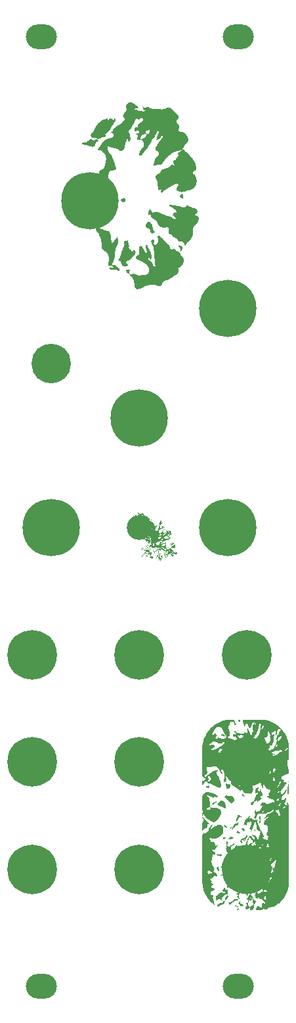
<source format=gts>
%TF.GenerationSoftware,KiCad,Pcbnew,7.0.8*%
%TF.CreationDate,2024-02-26T10:50:28-05:00*%
%TF.ProjectId,lichen-bifocals-panel,6c696368-656e-42d6-9269-666f63616c73,rev?*%
%TF.SameCoordinates,Original*%
%TF.FileFunction,Soldermask,Top*%
%TF.FilePolarity,Negative*%
%FSLAX46Y46*%
G04 Gerber Fmt 4.6, Leading zero omitted, Abs format (unit mm)*
G04 Created by KiCad (PCBNEW 7.0.8) date 2024-02-26 10:50:28*
%MOMM*%
%LPD*%
G01*
G04 APERTURE LIST*
G04 Aperture macros list*
%AMRoundRect*
0 Rectangle with rounded corners*
0 $1 Rounding radius*
0 $2 $3 $4 $5 $6 $7 $8 $9 X,Y pos of 4 corners*
0 Add a 4 corners polygon primitive as box body*
4,1,4,$2,$3,$4,$5,$6,$7,$8,$9,$2,$3,0*
0 Add four circle primitives for the rounded corners*
1,1,$1+$1,$2,$3*
1,1,$1+$1,$4,$5*
1,1,$1+$1,$6,$7*
1,1,$1+$1,$8,$9*
0 Add four rect primitives between the rounded corners*
20,1,$1+$1,$2,$3,$4,$5,0*
20,1,$1+$1,$4,$5,$6,$7,0*
20,1,$1+$1,$6,$7,$8,$9,0*
20,1,$1+$1,$8,$9,$2,$3,0*%
G04 Aperture macros list end*
%ADD10C,0.000000*%
%ADD11C,7.400000*%
%ADD12RoundRect,1.600000X0.400000X0.000000X-0.400000X0.000000X-0.400000X0.000000X0.400000X0.000000X0*%
%ADD13C,6.400000*%
%ADD14C,5.100000*%
%ADD15RoundRect,1.600000X-0.400000X0.000000X0.400000X0.000000X0.400000X0.000000X-0.400000X0.000000X0*%
%ADD16C,3.200000*%
G04 APERTURE END LIST*
D10*
G36*
X131175517Y-212536290D02*
G01*
X131173986Y-212555481D01*
X131169854Y-212595204D01*
X131165203Y-212635574D01*
X131161128Y-212675227D01*
X131159648Y-212694358D01*
X131158722Y-212712797D01*
X131158486Y-212730374D01*
X131159077Y-212746918D01*
X131160632Y-212762259D01*
X131163288Y-212776225D01*
X131165071Y-212782639D01*
X131167181Y-212788646D01*
X131169634Y-212794223D01*
X131172448Y-212799351D01*
X131186929Y-212822282D01*
X131201959Y-212844687D01*
X131217509Y-212866551D01*
X131233546Y-212887859D01*
X131250041Y-212908599D01*
X131266961Y-212928754D01*
X131284276Y-212948312D01*
X131301955Y-212967258D01*
X131319967Y-212985577D01*
X131338281Y-213003256D01*
X131356865Y-213020280D01*
X131375689Y-213036635D01*
X131394721Y-213052307D01*
X131413931Y-213067282D01*
X131433288Y-213081545D01*
X131452760Y-213095082D01*
X131454795Y-213095885D01*
X131457140Y-213095754D01*
X131459780Y-213094733D01*
X131462702Y-213092865D01*
X131469332Y-213086757D01*
X131476916Y-213077772D01*
X131485340Y-213066254D01*
X131494489Y-213052545D01*
X131514506Y-213019925D01*
X131558222Y-212943478D01*
X131580093Y-212905134D01*
X131600755Y-212870365D01*
X131570443Y-213630139D01*
X131536673Y-213615811D01*
X131504039Y-213605102D01*
X131472489Y-213597843D01*
X131441969Y-213593866D01*
X131412427Y-213593004D01*
X131383810Y-213595088D01*
X131356065Y-213599950D01*
X131329140Y-213607423D01*
X131302982Y-213617338D01*
X131277537Y-213629527D01*
X131252754Y-213643823D01*
X131228579Y-213660058D01*
X131204960Y-213678063D01*
X131181844Y-213697670D01*
X131136910Y-213741020D01*
X131093353Y-213788765D01*
X131050753Y-213839560D01*
X130966731Y-213944925D01*
X130924465Y-213996807D01*
X130881466Y-214046365D01*
X130837312Y-214092254D01*
X130814670Y-214113402D01*
X130791581Y-214133129D01*
X130850106Y-214255444D01*
X130816959Y-214282534D01*
X130783891Y-214309704D01*
X130980668Y-214528393D01*
X130982576Y-214532345D01*
X130926797Y-214502537D01*
X130871011Y-214469478D01*
X130759435Y-214399872D01*
X130703652Y-214366454D01*
X130647879Y-214336045D01*
X130619997Y-214322458D01*
X130592118Y-214310211D01*
X130564244Y-214299498D01*
X130536374Y-214290516D01*
X130508510Y-214283460D01*
X130480651Y-214278526D01*
X130452799Y-214275909D01*
X130424953Y-214275805D01*
X130397114Y-214278409D01*
X130369283Y-214283918D01*
X130341460Y-214292526D01*
X130313645Y-214304430D01*
X130285840Y-214319825D01*
X130258045Y-214338906D01*
X130230259Y-214361870D01*
X130202484Y-214388911D01*
X130174720Y-214420226D01*
X130146968Y-214456010D01*
X130119228Y-214496459D01*
X130091500Y-214541767D01*
X130091500Y-214541378D01*
X130097866Y-214526112D01*
X130103637Y-214511628D01*
X130108829Y-214497905D01*
X130113455Y-214484925D01*
X130117530Y-214472666D01*
X130121068Y-214461110D01*
X130124085Y-214450237D01*
X130126594Y-214440027D01*
X130128610Y-214430459D01*
X130130147Y-214421515D01*
X130131219Y-214413175D01*
X130131842Y-214405418D01*
X130132030Y-214398225D01*
X130131797Y-214391577D01*
X130131157Y-214385453D01*
X130130125Y-214379833D01*
X130128716Y-214374699D01*
X130126944Y-214370029D01*
X130124823Y-214365805D01*
X130122367Y-214362006D01*
X130119592Y-214358613D01*
X130116512Y-214355606D01*
X130113141Y-214352966D01*
X130109494Y-214350671D01*
X130105584Y-214348703D01*
X130101428Y-214347042D01*
X130097038Y-214345668D01*
X130092429Y-214344561D01*
X130087617Y-214343702D01*
X130082614Y-214343070D01*
X130077437Y-214342647D01*
X130072099Y-214342411D01*
X130028176Y-213891743D01*
X130028182Y-213891735D01*
X130028187Y-213891727D01*
X130028191Y-213891720D01*
X130028193Y-213891716D01*
X130028195Y-213891712D01*
X130028196Y-213891709D01*
X130028198Y-213891705D01*
X130028200Y-213891702D01*
X130028201Y-213891698D01*
X130028204Y-213891690D01*
X130028207Y-213891682D01*
X130050679Y-213867385D01*
X130073950Y-213844987D01*
X130097887Y-213824229D01*
X130122358Y-213804854D01*
X130147230Y-213786603D01*
X130172371Y-213769216D01*
X130222928Y-213736003D01*
X130272969Y-213703148D01*
X130297464Y-213686208D01*
X130321432Y-213668581D01*
X130344742Y-213650010D01*
X130367259Y-213630235D01*
X130388851Y-213608998D01*
X130409387Y-213586041D01*
X130439437Y-213552112D01*
X130469087Y-213522536D01*
X130498353Y-213497075D01*
X130527248Y-213475491D01*
X130555787Y-213457545D01*
X130583986Y-213443000D01*
X130611859Y-213431618D01*
X130639422Y-213423160D01*
X130666688Y-213417388D01*
X130693674Y-213414065D01*
X130720393Y-213412951D01*
X130746861Y-213413810D01*
X130773093Y-213416403D01*
X130799103Y-213420491D01*
X130824907Y-213425838D01*
X130850518Y-213432204D01*
X130901226Y-213447042D01*
X130951344Y-213463102D01*
X131000993Y-213478478D01*
X131050291Y-213491266D01*
X131074846Y-213496095D01*
X131099357Y-213499562D01*
X131123840Y-213501430D01*
X131148310Y-213501460D01*
X131172782Y-213499414D01*
X131197270Y-213495055D01*
X131221789Y-213488144D01*
X131246354Y-213478443D01*
X131248051Y-213477303D01*
X131249594Y-213475471D01*
X131252247Y-213469866D01*
X131254375Y-213461893D01*
X131256037Y-213451819D01*
X131257291Y-213439910D01*
X131258198Y-213426431D01*
X131259207Y-213395831D01*
X131259672Y-213327511D01*
X131260080Y-213294049D01*
X131261239Y-213263890D01*
X131159199Y-213271300D01*
X131110465Y-213273394D01*
X131064573Y-213273363D01*
X131022514Y-213270417D01*
X131003231Y-213267604D01*
X130985278Y-213263767D01*
X130968777Y-213258806D01*
X130953853Y-213252624D01*
X130940629Y-213245121D01*
X130929229Y-213236199D01*
X130919777Y-213225759D01*
X130912396Y-213213703D01*
X130907210Y-213199931D01*
X130904343Y-213184346D01*
X130903919Y-213166849D01*
X130906060Y-213147341D01*
X130910892Y-213125723D01*
X130918537Y-213101897D01*
X130929119Y-213075764D01*
X130942762Y-213047226D01*
X130959590Y-213016183D01*
X130979725Y-212982538D01*
X131003293Y-212946192D01*
X131030417Y-212907045D01*
X131061220Y-212865000D01*
X131095826Y-212819958D01*
X131104693Y-212807180D01*
X131112600Y-212792865D01*
X131119644Y-212777168D01*
X131125922Y-212760244D01*
X131131529Y-212742246D01*
X131136562Y-212723332D01*
X131141117Y-212703654D01*
X131145290Y-212683368D01*
X131160097Y-212599241D01*
X131167717Y-212557555D01*
X131171917Y-212537349D01*
X131176507Y-212517773D01*
X131175517Y-212536290D01*
G37*
G36*
X121098634Y-169197407D02*
G01*
X121090512Y-169193970D01*
X121082975Y-169190512D01*
X121076013Y-169187033D01*
X121069616Y-169183534D01*
X121063776Y-169180014D01*
X121058482Y-169176475D01*
X121053725Y-169172915D01*
X121049495Y-169169337D01*
X121045783Y-169165739D01*
X121042580Y-169162123D01*
X121039876Y-169158488D01*
X121037661Y-169154835D01*
X121035926Y-169151164D01*
X121034661Y-169147476D01*
X121033857Y-169143771D01*
X121033505Y-169140048D01*
X121033594Y-169136309D01*
X121034116Y-169132554D01*
X121035060Y-169128783D01*
X121036418Y-169124997D01*
X121038179Y-169121195D01*
X121040335Y-169117378D01*
X121042875Y-169113546D01*
X121045791Y-169109700D01*
X121049073Y-169105840D01*
X121052710Y-169101966D01*
X121056694Y-169098078D01*
X121061016Y-169094178D01*
X121065665Y-169090264D01*
X121070632Y-169086338D01*
X121081483Y-169078449D01*
X121098634Y-169197407D01*
G37*
G36*
X119701032Y-166747502D02*
G01*
X119703479Y-166745646D01*
X119705904Y-166743661D01*
X119708312Y-166741578D01*
X119710709Y-166739431D01*
X119715492Y-166735075D01*
X119717889Y-166732933D01*
X119720298Y-166730857D01*
X119722723Y-166728882D01*
X119725172Y-166727039D01*
X119727648Y-166725362D01*
X119730158Y-166723884D01*
X119731428Y-166723230D01*
X119732708Y-166722638D01*
X119734000Y-166722111D01*
X119735303Y-166721655D01*
X119736619Y-166721274D01*
X119737949Y-166720970D01*
X119739293Y-166720750D01*
X119740651Y-166720616D01*
X119745716Y-166720410D01*
X119747433Y-166720407D01*
X119701032Y-166747502D01*
G37*
G36*
X121368921Y-168040204D02*
G01*
X121393264Y-168054342D01*
X121414198Y-168068096D01*
X121431900Y-168081487D01*
X121446548Y-168094534D01*
X121458321Y-168107257D01*
X121467397Y-168119676D01*
X121473954Y-168131813D01*
X121478171Y-168143685D01*
X121480226Y-168155314D01*
X121480298Y-168166720D01*
X121478564Y-168177923D01*
X121475202Y-168188942D01*
X121470392Y-168199799D01*
X121464311Y-168210512D01*
X121457138Y-168221102D01*
X121440228Y-168241994D01*
X121421088Y-168262634D01*
X121381824Y-168303802D01*
X121364553Y-168324652D01*
X121357131Y-168335213D01*
X121350757Y-168345892D01*
X121345607Y-168356709D01*
X121341862Y-168367683D01*
X121339699Y-168378836D01*
X121339295Y-168390187D01*
X121340989Y-168025662D01*
X121368921Y-168040204D01*
G37*
G36*
X119321378Y-165957437D02*
G01*
X119317112Y-165971826D01*
X119314083Y-165989696D01*
X119311757Y-166009542D01*
X119307070Y-166049144D01*
X119303641Y-166065891D01*
X119301420Y-166072843D01*
X119298774Y-166078596D01*
X119295634Y-166082963D01*
X119291935Y-166085755D01*
X119287608Y-166086784D01*
X119282588Y-166085862D01*
X119276808Y-166082802D01*
X119270200Y-166077414D01*
X119262697Y-166069512D01*
X119254234Y-166058906D01*
X119244742Y-166045409D01*
X119234156Y-166028833D01*
X119209432Y-165985691D01*
X119321753Y-165956702D01*
X119321378Y-165957437D01*
G37*
G36*
X120723458Y-165129147D02*
G01*
X120687130Y-165103095D01*
X120650888Y-165076969D01*
X120736329Y-165070835D01*
X120723458Y-165129147D01*
G37*
G36*
X121278474Y-168654980D02*
G01*
X121274001Y-168645117D01*
X121270150Y-168635475D01*
X121266971Y-168626072D01*
X121264515Y-168616924D01*
X121262830Y-168608049D01*
X121262292Y-168603720D01*
X121261966Y-168599464D01*
X121261858Y-168595286D01*
X121261974Y-168591187D01*
X121262320Y-168587168D01*
X121262902Y-168583233D01*
X121263727Y-168579383D01*
X121264801Y-168575621D01*
X121266130Y-168571949D01*
X121267721Y-168568368D01*
X121269579Y-168564881D01*
X121271710Y-168561491D01*
X121274122Y-168558198D01*
X121276820Y-168555006D01*
X121279810Y-168551917D01*
X121283098Y-168548933D01*
X121286692Y-168546055D01*
X121290596Y-168543286D01*
X121294818Y-168540629D01*
X121299364Y-168538084D01*
X121304238Y-168535656D01*
X121309449Y-168533344D01*
X121278474Y-168654980D01*
G37*
G36*
X121558271Y-167895882D02*
G01*
X121558267Y-167895878D01*
X121558272Y-167895873D01*
X121558277Y-167895868D01*
X121558282Y-167895863D01*
X121558287Y-167895859D01*
X121558289Y-167895857D01*
X121558292Y-167895855D01*
X121558295Y-167895852D01*
X121558298Y-167895850D01*
X121558305Y-167895845D01*
X121558313Y-167895840D01*
X121558271Y-167895882D01*
G37*
G36*
X125810850Y-123435169D02*
G01*
X125795867Y-123516968D01*
X125783658Y-123596388D01*
X125779050Y-123635445D01*
X125775681Y-123674193D01*
X125773735Y-123712728D01*
X125773392Y-123751145D01*
X125774836Y-123789541D01*
X125778247Y-123828009D01*
X125783809Y-123866647D01*
X125791695Y-123905507D01*
X125762895Y-123881973D01*
X125731980Y-123860399D01*
X125699534Y-123840369D01*
X125666133Y-123821460D01*
X125598765Y-123785312D01*
X125565951Y-123767227D01*
X125534483Y-123748571D01*
X125504938Y-123728920D01*
X125477890Y-123707851D01*
X125465483Y-123696653D01*
X125453916Y-123684942D01*
X125443261Y-123672664D01*
X125433591Y-123659768D01*
X125424977Y-123646200D01*
X125417490Y-123631907D01*
X125411204Y-123616837D01*
X125406190Y-123600937D01*
X125402520Y-123584152D01*
X125400266Y-123566432D01*
X125399499Y-123547723D01*
X125400293Y-123527971D01*
X125402473Y-123508722D01*
X125405848Y-123490775D01*
X125410375Y-123474069D01*
X125416009Y-123458546D01*
X125422705Y-123444145D01*
X125430419Y-123430807D01*
X125439107Y-123418472D01*
X125448725Y-123407080D01*
X125459228Y-123396572D01*
X125470572Y-123386887D01*
X125482713Y-123377967D01*
X125495607Y-123369751D01*
X125509209Y-123362180D01*
X125523474Y-123355194D01*
X125538360Y-123348733D01*
X125553821Y-123342737D01*
X125586292Y-123331903D01*
X125620533Y-123322215D01*
X125692909Y-123304363D01*
X125730335Y-123295243D01*
X125768114Y-123285358D01*
X125805893Y-123274228D01*
X125824671Y-123268048D01*
X125843316Y-123261378D01*
X125810850Y-123435169D01*
G37*
G36*
X118888791Y-133564071D02*
G01*
X118870346Y-133555640D01*
X118884668Y-133541809D01*
X118888791Y-133564071D01*
G37*
G36*
X119250898Y-165108390D02*
G01*
X119248376Y-165112423D01*
X119245340Y-165115467D01*
X119241834Y-165117608D01*
X119237904Y-165118929D01*
X119233592Y-165119517D01*
X119228942Y-165119457D01*
X119224000Y-165118832D01*
X119219428Y-165117861D01*
X119252862Y-165103283D01*
X119250898Y-165108390D01*
G37*
G36*
X135327644Y-196670656D02*
G01*
X135300302Y-197108029D01*
X135298619Y-197146253D01*
X135297830Y-197184586D01*
X135297727Y-197223010D01*
X135298104Y-197261513D01*
X135299478Y-197338692D01*
X135300302Y-197416004D01*
X135291207Y-197403982D01*
X135281432Y-197392070D01*
X135271142Y-197380241D01*
X135260503Y-197368469D01*
X135238842Y-197344992D01*
X135228151Y-197333234D01*
X135217775Y-197321427D01*
X135207880Y-197309544D01*
X135198631Y-197297560D01*
X135190193Y-197285449D01*
X135182734Y-197273182D01*
X135179423Y-197266983D01*
X135176419Y-197260735D01*
X135173742Y-197254435D01*
X135171413Y-197248080D01*
X135169453Y-197241667D01*
X135167883Y-197235191D01*
X135166723Y-197228651D01*
X135165994Y-197222042D01*
X135157064Y-197086744D01*
X135154185Y-197019412D01*
X135152762Y-196952485D01*
X135153089Y-196886106D01*
X135155466Y-196820419D01*
X135160189Y-196755567D01*
X135167556Y-196691694D01*
X135177864Y-196628946D01*
X135191410Y-196567464D01*
X135208491Y-196507394D01*
X135229406Y-196448879D01*
X135254450Y-196392064D01*
X135283922Y-196337091D01*
X135300412Y-196310341D01*
X135318120Y-196284105D01*
X135337083Y-196258402D01*
X135357339Y-196233250D01*
X135327644Y-196670656D01*
G37*
G36*
X120954990Y-165694188D02*
G01*
X120947914Y-165705358D01*
X120934095Y-165728208D01*
X120927046Y-165739422D01*
X120919699Y-165750185D01*
X120911903Y-165760264D01*
X120907788Y-165764974D01*
X120903503Y-165769426D01*
X120899029Y-165773590D01*
X120894346Y-165777437D01*
X120889437Y-165780939D01*
X120884281Y-165784066D01*
X120878860Y-165786789D01*
X120873153Y-165789079D01*
X120867143Y-165790907D01*
X120860811Y-165792243D01*
X120854136Y-165793059D01*
X120847100Y-165793325D01*
X120839683Y-165793012D01*
X120831867Y-165792092D01*
X120823633Y-165790535D01*
X120814961Y-165788311D01*
X120805832Y-165785393D01*
X120796228Y-165781750D01*
X120962381Y-165683499D01*
X120954990Y-165694188D01*
G37*
G36*
X121478295Y-166992832D02*
G01*
X121469150Y-166998841D01*
X121460351Y-167003834D01*
X121451884Y-167007857D01*
X121443733Y-167010956D01*
X121435882Y-167013175D01*
X121428315Y-167014561D01*
X121421018Y-167015159D01*
X121413974Y-167015014D01*
X121407169Y-167014172D01*
X121400586Y-167012679D01*
X121394210Y-167010581D01*
X121388026Y-167007921D01*
X121382018Y-167004747D01*
X121376170Y-167001104D01*
X121370467Y-166997037D01*
X121364893Y-166992592D01*
X121359433Y-166987814D01*
X121354072Y-166982749D01*
X121343582Y-166971940D01*
X121323097Y-166948879D01*
X121312855Y-166937355D01*
X121302446Y-166926322D01*
X121291747Y-166916144D01*
X121286250Y-166911489D01*
X121280633Y-166907185D01*
X121478295Y-166992832D01*
G37*
G36*
X119983221Y-164374420D02*
G01*
X119985654Y-164374502D01*
X119988184Y-164374644D01*
X119990736Y-164374848D01*
X119993236Y-164375119D01*
X119995611Y-164375459D01*
X119997785Y-164375873D01*
X119999686Y-164376363D01*
X120001240Y-164376934D01*
X120001863Y-164377250D01*
X120002371Y-164377589D01*
X120002756Y-164377948D01*
X120003007Y-164378330D01*
X120010153Y-164393717D01*
X120016992Y-164408928D01*
X120029481Y-164437761D01*
X120047784Y-164481655D01*
X120047814Y-164481655D01*
X119982286Y-164509213D01*
X119961000Y-164518276D01*
X119967326Y-164446508D01*
X119970814Y-164410687D01*
X119974786Y-164374974D01*
X119974865Y-164374869D01*
X119975088Y-164374774D01*
X119975930Y-164374613D01*
X119977238Y-164374493D01*
X119978939Y-164374419D01*
X119983221Y-164374420D01*
G37*
G36*
X135889479Y-191090035D02*
G01*
X136079371Y-191104179D01*
X136266523Y-191127472D01*
X136450706Y-191159689D01*
X136631691Y-191200601D01*
X136809249Y-191249980D01*
X136983152Y-191307598D01*
X137153171Y-191373229D01*
X137319077Y-191446643D01*
X137480641Y-191527614D01*
X137637634Y-191615913D01*
X137789828Y-191711313D01*
X137936993Y-191813587D01*
X138078902Y-191922505D01*
X138215324Y-192037842D01*
X138346031Y-192159368D01*
X138470795Y-192286856D01*
X138589387Y-192420079D01*
X138701577Y-192558808D01*
X138807137Y-192702816D01*
X138905838Y-192851875D01*
X138997452Y-193005758D01*
X139081748Y-193164237D01*
X139158500Y-193327083D01*
X139227477Y-193494069D01*
X139288452Y-193664968D01*
X139341194Y-193839552D01*
X139385476Y-194017593D01*
X139421068Y-194198862D01*
X139447742Y-194383134D01*
X139465269Y-194570179D01*
X139473420Y-194759770D01*
X139300210Y-194714367D01*
X138828332Y-195064884D01*
X138834773Y-195070205D01*
X138841392Y-195076154D01*
X138848145Y-195082577D01*
X138854987Y-195089318D01*
X138868762Y-195103130D01*
X138875607Y-195109890D01*
X138882364Y-195116346D01*
X138888990Y-195122340D01*
X138895439Y-195127719D01*
X138898584Y-195130129D01*
X138901668Y-195132326D01*
X138904686Y-195134291D01*
X138907632Y-195136005D01*
X138910501Y-195137448D01*
X138913287Y-195138601D01*
X138915985Y-195139444D01*
X138918589Y-195139958D01*
X138921094Y-195140123D01*
X138923494Y-195139920D01*
X138925783Y-195139330D01*
X138927957Y-195138333D01*
X138996881Y-195097973D01*
X139065595Y-195056701D01*
X139202533Y-194972081D01*
X139475473Y-194799175D01*
X139475551Y-194802562D01*
X139475716Y-194805929D01*
X139476185Y-194812630D01*
X139476641Y-194819331D01*
X139476790Y-194822698D01*
X139476846Y-194826084D01*
X139476846Y-196299252D01*
X139229936Y-196245953D01*
X139268118Y-196615951D01*
X139285948Y-196801197D01*
X139293663Y-196893987D01*
X139300241Y-196986927D01*
X139304477Y-197042688D01*
X139309758Y-197095632D01*
X139316052Y-197145836D01*
X139323332Y-197193375D01*
X139331568Y-197238325D01*
X139340729Y-197280762D01*
X139350788Y-197320764D01*
X139361714Y-197358404D01*
X139373479Y-197393761D01*
X139386053Y-197426909D01*
X139399406Y-197457925D01*
X139413509Y-197486885D01*
X139428334Y-197513864D01*
X139443849Y-197538940D01*
X139460027Y-197562188D01*
X139476838Y-197583683D01*
X139476838Y-198050793D01*
X139130631Y-198185951D01*
X138957686Y-198254501D01*
X138785081Y-198324520D01*
X138768650Y-198330941D01*
X138751430Y-198337009D01*
X138715439Y-198348609D01*
X138678740Y-198360361D01*
X138660635Y-198366619D01*
X138642964Y-198373306D01*
X138625933Y-198380553D01*
X138609744Y-198388488D01*
X138602029Y-198392755D01*
X138594601Y-198397243D01*
X138587486Y-198401969D01*
X138580710Y-198406948D01*
X138574296Y-198412197D01*
X138568272Y-198417732D01*
X138562663Y-198423570D01*
X138557493Y-198429727D01*
X138552789Y-198436218D01*
X138548577Y-198443062D01*
X138544880Y-198450272D01*
X138541726Y-198457867D01*
X138526834Y-198499920D01*
X138514615Y-198538590D01*
X138504952Y-198574030D01*
X138497728Y-198606391D01*
X138492824Y-198635825D01*
X138490123Y-198662483D01*
X138489507Y-198686516D01*
X138490859Y-198708078D01*
X138494061Y-198727318D01*
X138498995Y-198744389D01*
X138505543Y-198759442D01*
X138513589Y-198772629D01*
X138523014Y-198784102D01*
X138533700Y-198794012D01*
X138545530Y-198802511D01*
X138558386Y-198809750D01*
X138572151Y-198815881D01*
X138586706Y-198821055D01*
X138617719Y-198829142D01*
X138650483Y-198835222D01*
X138684056Y-198840509D01*
X138717498Y-198846215D01*
X138749866Y-198853554D01*
X138765354Y-198858214D01*
X138780220Y-198863737D01*
X138794348Y-198870275D01*
X138807618Y-198877979D01*
X138809144Y-198879670D01*
X138810354Y-198882513D01*
X138811903Y-198891342D01*
X138812421Y-198903838D01*
X138812064Y-198919374D01*
X138809340Y-198957055D01*
X138804975Y-198999362D01*
X138796278Y-199077775D01*
X138794428Y-199103838D01*
X138794671Y-199111388D01*
X138795153Y-199113517D01*
X138795900Y-199114445D01*
X138839159Y-199129837D01*
X138882583Y-199144180D01*
X138926146Y-199157626D01*
X138969825Y-199170326D01*
X139057436Y-199194098D01*
X139145227Y-199216709D01*
X138379907Y-200420536D01*
X138388391Y-200421175D01*
X138396698Y-200421583D01*
X138404847Y-200421785D01*
X138412854Y-200421803D01*
X138428517Y-200421383D01*
X138443832Y-200420509D01*
X138473988Y-200418143D01*
X138489117Y-200417023D01*
X138504472Y-200416195D01*
X138480201Y-200422798D01*
X138468185Y-200426242D01*
X138456289Y-200429827D01*
X138444548Y-200433589D01*
X138432991Y-200437563D01*
X138421652Y-200441783D01*
X138410562Y-200446285D01*
X138539010Y-200831585D01*
X138699838Y-200623057D01*
X138780533Y-200519065D01*
X138861695Y-200415982D01*
X138942750Y-200314640D01*
X139024109Y-200214007D01*
X139187204Y-200013462D01*
X139177606Y-200106991D01*
X139154279Y-200191916D01*
X139142050Y-200233634D01*
X139129040Y-200274316D01*
X139122148Y-200294142D01*
X139114948Y-200313558D01*
X139107402Y-200332512D01*
X139099473Y-200350955D01*
X139091122Y-200368836D01*
X139082312Y-200386103D01*
X139073006Y-200402708D01*
X139063165Y-200418598D01*
X139023520Y-200476660D01*
X138979474Y-200536456D01*
X138932056Y-200597470D01*
X138882292Y-200659185D01*
X138680343Y-200902731D01*
X138634272Y-200960208D01*
X138592023Y-201015288D01*
X138554624Y-201067455D01*
X138523103Y-201116194D01*
X138509868Y-201139116D01*
X138498488Y-201160987D01*
X138489092Y-201181742D01*
X138481807Y-201201318D01*
X138476763Y-201219649D01*
X138474088Y-201236671D01*
X138473910Y-201252319D01*
X138476358Y-201266529D01*
X138490576Y-201313186D01*
X138505245Y-201354027D01*
X138520345Y-201389320D01*
X138535856Y-201419332D01*
X138551759Y-201444330D01*
X138568034Y-201464580D01*
X138584663Y-201480351D01*
X138601625Y-201491908D01*
X138618901Y-201499519D01*
X138636472Y-201503450D01*
X138654318Y-201503970D01*
X138672420Y-201501344D01*
X138690758Y-201495840D01*
X138709313Y-201487725D01*
X138728065Y-201477265D01*
X138746995Y-201464729D01*
X138785311Y-201434491D01*
X138824105Y-201399149D01*
X138902505Y-201321694D01*
X138941799Y-201283852D01*
X138980948Y-201249450D01*
X139000420Y-201234206D01*
X139019797Y-201220622D01*
X139039061Y-201208966D01*
X139058190Y-201199505D01*
X139058951Y-201199564D01*
X139059794Y-201200317D01*
X139061727Y-201203756D01*
X139063978Y-201209518D01*
X139066541Y-201217301D01*
X139079708Y-201262579D01*
X139087914Y-201289463D01*
X139092390Y-201302906D01*
X139097103Y-201315945D01*
X139102043Y-201328278D01*
X139107201Y-201339601D01*
X139112568Y-201349611D01*
X139118135Y-201358006D01*
X139127781Y-201372067D01*
X139135084Y-201385710D01*
X139140195Y-201398963D01*
X139143264Y-201411850D01*
X139144443Y-201424398D01*
X139143880Y-201436632D01*
X139141728Y-201448577D01*
X139138136Y-201460260D01*
X139133255Y-201471707D01*
X139127235Y-201482944D01*
X139120228Y-201493995D01*
X139112383Y-201504887D01*
X139094783Y-201526297D01*
X139075640Y-201547380D01*
X139056158Y-201568342D01*
X139037541Y-201589389D01*
X139020994Y-201610729D01*
X139013873Y-201621572D01*
X139007721Y-201632566D01*
X139002688Y-201643736D01*
X138998926Y-201655108D01*
X138996584Y-201666708D01*
X138995813Y-201678561D01*
X138996764Y-201690693D01*
X138999588Y-201703130D01*
X139004434Y-201715898D01*
X139011453Y-201729023D01*
X138874330Y-201964321D01*
X138886640Y-201967069D01*
X138898663Y-201969470D01*
X138910412Y-201971545D01*
X138921904Y-201973311D01*
X138933152Y-201974787D01*
X138944173Y-201975992D01*
X138954982Y-201976945D01*
X138965592Y-201977665D01*
X138936944Y-202021687D01*
X139299317Y-202193707D01*
X139174501Y-201778874D01*
X139174717Y-201778817D01*
X139174824Y-201778791D01*
X139174928Y-201778767D01*
X139188570Y-201766822D01*
X139201342Y-201758865D01*
X139213305Y-201754626D01*
X139224518Y-201753833D01*
X139235042Y-201756215D01*
X139244935Y-201761500D01*
X139254258Y-201769418D01*
X139263070Y-201779696D01*
X139271432Y-201792065D01*
X139279403Y-201806252D01*
X139294410Y-201838997D01*
X139322364Y-201914376D01*
X139336267Y-201952669D01*
X139350758Y-201988472D01*
X139366315Y-202019615D01*
X139374643Y-202032761D01*
X139383417Y-202043928D01*
X139392697Y-202052845D01*
X139402542Y-202059240D01*
X139413013Y-202062843D01*
X139424169Y-202063382D01*
X139436069Y-202060587D01*
X139448774Y-202054184D01*
X139462344Y-202043905D01*
X139476640Y-202029674D01*
X139476640Y-211938122D01*
X139474147Y-212075097D01*
X139466725Y-212210811D01*
X139454461Y-212345181D01*
X139437440Y-212478126D01*
X139415747Y-212609561D01*
X139389470Y-212739403D01*
X139358693Y-212867571D01*
X139323502Y-212993981D01*
X139283984Y-213118550D01*
X139240224Y-213241195D01*
X139192308Y-213361834D01*
X139140322Y-213480383D01*
X139084351Y-213596759D01*
X139024482Y-213710880D01*
X138960801Y-213822663D01*
X138893393Y-213932025D01*
X138822344Y-214038883D01*
X138747739Y-214143154D01*
X138669666Y-214244755D01*
X138588209Y-214343603D01*
X138503455Y-214439616D01*
X138415489Y-214532710D01*
X138324397Y-214622802D01*
X138230266Y-214709811D01*
X138133180Y-214793652D01*
X138033226Y-214874243D01*
X137930489Y-214951501D01*
X137825056Y-215025343D01*
X137717013Y-215095686D01*
X137606444Y-215162447D01*
X137493436Y-215225544D01*
X137378076Y-215284893D01*
X137253297Y-215278118D01*
X137253287Y-215277871D01*
X137253272Y-215277639D01*
X137253253Y-215277421D01*
X137253231Y-215277213D01*
X137253179Y-215276823D01*
X137253122Y-215276450D01*
X137253068Y-215276077D01*
X137253021Y-215275686D01*
X137253003Y-215275478D01*
X137252989Y-215275259D01*
X137252980Y-215275026D01*
X137252977Y-215274777D01*
X137252977Y-215274136D01*
X137250726Y-215277348D01*
X137224437Y-215282922D01*
X137197990Y-215287911D01*
X137144789Y-215296753D01*
X137091463Y-215305114D01*
X137038347Y-215314231D01*
X137011975Y-215319461D01*
X136985782Y-215325344D01*
X136959811Y-215332035D01*
X136934104Y-215339690D01*
X136908704Y-215348463D01*
X136883652Y-215358508D01*
X136858991Y-215369982D01*
X136834764Y-215383038D01*
X136825496Y-215388787D01*
X136816283Y-215395274D01*
X136807184Y-215402448D01*
X136798262Y-215410256D01*
X136789578Y-215418647D01*
X136781193Y-215427570D01*
X136773168Y-215436971D01*
X136765565Y-215446800D01*
X136758445Y-215457006D01*
X136751868Y-215467535D01*
X136745897Y-215478336D01*
X136740592Y-215489358D01*
X136736016Y-215500549D01*
X136732228Y-215511858D01*
X136729291Y-215523231D01*
X136727265Y-215534619D01*
X136676879Y-215548321D01*
X136626208Y-215561282D01*
X136575260Y-215573519D01*
X136524041Y-215585048D01*
X136472560Y-215595887D01*
X136420822Y-215606054D01*
X136368835Y-215615566D01*
X136316606Y-215624439D01*
X136307523Y-215591073D01*
X136298174Y-215561741D01*
X136288572Y-215536264D01*
X136278726Y-215514463D01*
X136268648Y-215496156D01*
X136258350Y-215481166D01*
X136247843Y-215469311D01*
X136237137Y-215460413D01*
X136226245Y-215454290D01*
X136215177Y-215450765D01*
X136203944Y-215449656D01*
X136192559Y-215450785D01*
X136181031Y-215453971D01*
X136169373Y-215459034D01*
X136157596Y-215465795D01*
X136145710Y-215474075D01*
X136121659Y-215494468D01*
X136097310Y-215518777D01*
X136048079Y-215573388D01*
X136023376Y-215600814D01*
X135998735Y-215626403D01*
X135974246Y-215648717D01*
X135962086Y-215658196D01*
X135949998Y-215666317D01*
X135930102Y-215667500D01*
X135910166Y-215668509D01*
X135870202Y-215670300D01*
X135866572Y-215667721D01*
X135862957Y-215664869D01*
X135859358Y-215661735D01*
X135855776Y-215658307D01*
X135852211Y-215654575D01*
X135848665Y-215650530D01*
X135845137Y-215646159D01*
X135841629Y-215641454D01*
X135838141Y-215636403D01*
X135834675Y-215630997D01*
X135831230Y-215625224D01*
X135827807Y-215619075D01*
X135824408Y-215612539D01*
X135821032Y-215605605D01*
X135817681Y-215598264D01*
X135814355Y-215590504D01*
X135814741Y-215613075D01*
X135815364Y-215634017D01*
X135816145Y-215653814D01*
X135817002Y-215672947D01*
X135801959Y-215673562D01*
X135786975Y-215674409D01*
X135757083Y-215676412D01*
X135727131Y-215678182D01*
X135712072Y-215678737D01*
X135696923Y-215678944D01*
X135230340Y-215678944D01*
X135240848Y-215471656D01*
X135245169Y-215421590D01*
X135247973Y-215397365D01*
X135251300Y-215373810D01*
X135255221Y-215351026D01*
X135259807Y-215329110D01*
X135265129Y-215308162D01*
X135271257Y-215288281D01*
X135275408Y-215277799D01*
X135280476Y-215267955D01*
X135286419Y-215258720D01*
X135293192Y-215250065D01*
X135300752Y-215241959D01*
X135309056Y-215234373D01*
X135318060Y-215227278D01*
X135327721Y-215220643D01*
X135348839Y-215208638D01*
X135372061Y-215198121D01*
X135397041Y-215188856D01*
X135423430Y-215180604D01*
X135450880Y-215173130D01*
X135479044Y-215166197D01*
X135536123Y-215153006D01*
X135591882Y-215139136D01*
X135618398Y-215131354D01*
X135643540Y-215122692D01*
X135643849Y-215123240D01*
X135644423Y-215125037D01*
X135646241Y-215131882D01*
X135651692Y-215155084D01*
X135657911Y-215184324D01*
X135660687Y-215198717D01*
X135662912Y-215211628D01*
X135669447Y-215255127D01*
X135675695Y-215298621D01*
X135688134Y-215385586D01*
X135699595Y-215381501D01*
X135711696Y-215377403D01*
X135737488Y-215369173D01*
X135764840Y-215360912D01*
X135793084Y-215352635D01*
X135908097Y-215401737D01*
X135913406Y-215356926D01*
X135918611Y-215311955D01*
X135923583Y-215309933D01*
X135928381Y-215307917D01*
X135932985Y-215305907D01*
X135937374Y-215303904D01*
X135941527Y-215301908D01*
X135945424Y-215299920D01*
X135949045Y-215297941D01*
X135952369Y-215295970D01*
X135953913Y-215294988D01*
X135955375Y-215294009D01*
X135956753Y-215293032D01*
X135958044Y-215292058D01*
X135959245Y-215291087D01*
X135960354Y-215290118D01*
X135961369Y-215289152D01*
X135962286Y-215288189D01*
X135963103Y-215287229D01*
X135963818Y-215286272D01*
X135964428Y-215285318D01*
X135964930Y-215284368D01*
X135965323Y-215283420D01*
X135965602Y-215282476D01*
X135965767Y-215281535D01*
X135965814Y-215280598D01*
X135965151Y-215223468D01*
X135965200Y-215168435D01*
X135966081Y-215115717D01*
X135967910Y-215065536D01*
X135970806Y-215018109D01*
X135974887Y-214973658D01*
X135980272Y-214932402D01*
X135983489Y-214913041D01*
X135987077Y-214894561D01*
X135991049Y-214876990D01*
X135995421Y-214860354D01*
X136000208Y-214844682D01*
X136005423Y-214830002D01*
X136011083Y-214816339D01*
X136017201Y-214803723D01*
X136023792Y-214792180D01*
X136030871Y-214781738D01*
X136038454Y-214772425D01*
X136046554Y-214764267D01*
X136055186Y-214757292D01*
X136064366Y-214751529D01*
X136074107Y-214747003D01*
X136084425Y-214743743D01*
X136095335Y-214741777D01*
X136106851Y-214741131D01*
X136227250Y-214789562D01*
X136242644Y-214800759D01*
X136258488Y-214812911D01*
X136274836Y-214826130D01*
X136291741Y-214840524D01*
X136309256Y-214856203D01*
X136327435Y-214873276D01*
X136346331Y-214891854D01*
X136365998Y-214912045D01*
X136367123Y-214913003D01*
X136368375Y-214913709D01*
X136369750Y-214914175D01*
X136371241Y-214914414D01*
X136372841Y-214914436D01*
X136374546Y-214914255D01*
X136376347Y-214913882D01*
X136378240Y-214913330D01*
X136382275Y-214911736D01*
X136386601Y-214909571D01*
X136391169Y-214906932D01*
X136395928Y-214903917D01*
X136405823Y-214897144D01*
X136415891Y-214890030D01*
X136425735Y-214883355D01*
X136430450Y-214880425D01*
X136434960Y-214877896D01*
X136429835Y-214866179D01*
X136424906Y-214854049D01*
X136415446Y-214828958D01*
X136406206Y-214803428D01*
X136396813Y-214778268D01*
X136391942Y-214766079D01*
X136386893Y-214754286D01*
X136381617Y-214742989D01*
X136376070Y-214732289D01*
X136370203Y-214722288D01*
X136363971Y-214713086D01*
X136357325Y-214704784D01*
X136353833Y-214701002D01*
X136350221Y-214697483D01*
X136312429Y-214661232D01*
X136272564Y-214621263D01*
X136188591Y-214534030D01*
X136102253Y-214443491D01*
X136059430Y-214399390D01*
X136017498Y-214357354D01*
X135976949Y-214318346D01*
X135938278Y-214283329D01*
X135901978Y-214253267D01*
X135884871Y-214240395D01*
X135868542Y-214229123D01*
X135853053Y-214219572D01*
X135838465Y-214211862D01*
X135824841Y-214206112D01*
X135812241Y-214202445D01*
X135800728Y-214200980D01*
X135790363Y-214201838D01*
X135781207Y-214205138D01*
X135773324Y-214211003D01*
X135749436Y-214233160D01*
X135728282Y-214249399D01*
X135709692Y-214260129D01*
X135693496Y-214265759D01*
X135679527Y-214266697D01*
X135667615Y-214263355D01*
X135657590Y-214256140D01*
X135649284Y-214245462D01*
X135642528Y-214231730D01*
X135637152Y-214215354D01*
X135629865Y-214176307D01*
X135629541Y-214172482D01*
X136202592Y-214172482D01*
X136362190Y-214301818D01*
X136442473Y-214365106D01*
X136482866Y-214396034D01*
X136523477Y-214426342D01*
X136523923Y-214426602D01*
X136524413Y-214426742D01*
X136524947Y-214426764D01*
X136525524Y-214426672D01*
X136526142Y-214426468D01*
X136526801Y-214426156D01*
X136528240Y-214425216D01*
X136529832Y-214423877D01*
X136531571Y-214422160D01*
X136533449Y-214420090D01*
X136535461Y-214417690D01*
X136539855Y-214411990D01*
X136544698Y-214405246D01*
X136549936Y-214397644D01*
X136555513Y-214389370D01*
X136555699Y-214390415D01*
X136555922Y-214391447D01*
X136556176Y-214392467D01*
X136556455Y-214393478D01*
X136557063Y-214395481D01*
X136557697Y-214397474D01*
X136558310Y-214399476D01*
X136558554Y-214400347D01*
X136556329Y-214388165D01*
X136564372Y-214376130D01*
X136572805Y-214363675D01*
X136577152Y-214357385D01*
X136581580Y-214351102D01*
X136586083Y-214344865D01*
X136590648Y-214338719D01*
X136591104Y-214338719D01*
X136510278Y-214137600D01*
X136447312Y-213794911D01*
X136443596Y-213800112D01*
X136440073Y-213805241D01*
X136436730Y-213810303D01*
X136433554Y-213815303D01*
X136427652Y-213825137D01*
X136422259Y-213834781D01*
X136417271Y-213844274D01*
X136412581Y-213853656D01*
X136403672Y-213872242D01*
X136382432Y-213819393D01*
X136202592Y-214172482D01*
X135629541Y-214172482D01*
X135626071Y-214131594D01*
X135624417Y-214084490D01*
X135622118Y-213996206D01*
X135618767Y-213961574D01*
X135615949Y-213948069D01*
X135612145Y-213937649D01*
X135607184Y-213930725D01*
X135600899Y-213927705D01*
X135593119Y-213928998D01*
X135583675Y-213935015D01*
X135572400Y-213946165D01*
X135559123Y-213962856D01*
X135525888Y-214014500D01*
X135519660Y-214026637D01*
X135514430Y-214040010D01*
X135510099Y-214054493D01*
X135506566Y-214069961D01*
X135503730Y-214086290D01*
X135501490Y-214103356D01*
X135499748Y-214121033D01*
X135498401Y-214139197D01*
X135494965Y-214214226D01*
X135493012Y-214251419D01*
X135491625Y-214269499D01*
X135489831Y-214287068D01*
X135467300Y-214271211D01*
X135444393Y-214255915D01*
X135397856Y-214226408D01*
X135351024Y-214197352D01*
X135304699Y-214167555D01*
X135281978Y-214152006D01*
X135259686Y-214135823D01*
X135237922Y-214118859D01*
X135216788Y-214100963D01*
X135196383Y-214081987D01*
X135176808Y-214061782D01*
X135158163Y-214040198D01*
X135140550Y-214017086D01*
X135130499Y-214000862D01*
X135121170Y-213981481D01*
X135112620Y-213959380D01*
X135104905Y-213934996D01*
X135098083Y-213908766D01*
X135092209Y-213881127D01*
X135087342Y-213852515D01*
X135083537Y-213823369D01*
X135080852Y-213794125D01*
X135079343Y-213765220D01*
X135079068Y-213737092D01*
X135080082Y-213710176D01*
X135082443Y-213684911D01*
X135086208Y-213661733D01*
X135091433Y-213641079D01*
X135094612Y-213631835D01*
X135098176Y-213623387D01*
X135198180Y-213412187D01*
X135200378Y-213407658D01*
X135331452Y-213407658D01*
X135365876Y-213426220D01*
X135346299Y-213441143D01*
X135347716Y-213440073D01*
X135349159Y-213439077D01*
X135350628Y-213438148D01*
X135352118Y-213437279D01*
X135353628Y-213436463D01*
X135355155Y-213435691D01*
X135358249Y-213434256D01*
X135361379Y-213432914D01*
X135364525Y-213431607D01*
X135367667Y-213430278D01*
X135370782Y-213428868D01*
X135548654Y-213524891D01*
X135548656Y-213524893D01*
X135548659Y-213524894D01*
X135548662Y-213524896D01*
X135548664Y-213524898D01*
X135548669Y-213524902D01*
X135548674Y-213524906D01*
X135548676Y-213524909D01*
X135548679Y-213524911D01*
X135548682Y-213524913D01*
X135548685Y-213524915D01*
X135548688Y-213524917D01*
X135548692Y-213524918D01*
X135548693Y-213524919D01*
X135548695Y-213524920D01*
X135548697Y-213524921D01*
X135548699Y-213524922D01*
X135939324Y-213295544D01*
X136188600Y-213295544D01*
X136196937Y-213294112D01*
X136205353Y-213292433D01*
X136213838Y-213290537D01*
X136222381Y-213288460D01*
X136230972Y-213286234D01*
X136239600Y-213283892D01*
X136256929Y-213278996D01*
X136249672Y-213289612D01*
X136242458Y-213300612D01*
X136235290Y-213312043D01*
X136228175Y-213323955D01*
X136221118Y-213336394D01*
X136214125Y-213349408D01*
X136207200Y-213363045D01*
X136200349Y-213377354D01*
X136432016Y-213324894D01*
X136434550Y-213336178D01*
X136436859Y-213348183D01*
X136440908Y-213374003D01*
X136444391Y-213401643D01*
X136447537Y-213430393D01*
X136453723Y-213488380D01*
X136457220Y-213516196D01*
X136461290Y-213542279D01*
X136477955Y-213511561D01*
X136495622Y-213480540D01*
X136513540Y-213449272D01*
X136530962Y-213417814D01*
X136539253Y-213402030D01*
X136547138Y-213386221D01*
X136554525Y-213370392D01*
X136561320Y-213354551D01*
X136567429Y-213338704D01*
X136572758Y-213322859D01*
X136577215Y-213307023D01*
X136580698Y-213291236D01*
X136627137Y-213280728D01*
X136621687Y-213275226D01*
X136616263Y-213269989D01*
X136610860Y-213264975D01*
X136605476Y-213260140D01*
X136600104Y-213255442D01*
X136594743Y-213250839D01*
X136584031Y-213241749D01*
X136582089Y-213225048D01*
X136578436Y-213208407D01*
X136572943Y-213191835D01*
X136565477Y-213175342D01*
X136555908Y-213158937D01*
X136544104Y-213142629D01*
X136529934Y-213126427D01*
X136513266Y-213110340D01*
X136493969Y-213094378D01*
X136471912Y-213078549D01*
X136446964Y-213062864D01*
X136418993Y-213047330D01*
X136387868Y-213031957D01*
X136353457Y-213016754D01*
X136315630Y-213001731D01*
X136274255Y-212986897D01*
X136188600Y-213295544D01*
X135939324Y-213295544D01*
X136129159Y-213184071D01*
X136114697Y-213151597D01*
X136100208Y-213116457D01*
X136071171Y-213040814D01*
X136042091Y-212962403D01*
X136013009Y-212886490D01*
X135998481Y-212851115D01*
X135983969Y-212818337D01*
X135969478Y-212788816D01*
X135955013Y-212763209D01*
X135947792Y-212752078D01*
X135940580Y-212742173D01*
X135933377Y-212733576D01*
X135926183Y-212726368D01*
X135919001Y-212720632D01*
X135911829Y-212716450D01*
X135904670Y-212713904D01*
X135897523Y-212713078D01*
X135896003Y-212713125D01*
X135894510Y-212713233D01*
X135893040Y-212713393D01*
X135891590Y-212713599D01*
X135890157Y-212713841D01*
X135888737Y-212714114D01*
X135885923Y-212714715D01*
X135883118Y-212715342D01*
X135880295Y-212715931D01*
X135878868Y-212716192D01*
X135877426Y-212716420D01*
X135875965Y-212716608D01*
X135874482Y-212716748D01*
X135873638Y-212715787D01*
X135872854Y-212714849D01*
X135872122Y-212713929D01*
X135871431Y-212713025D01*
X135870134Y-212711249D01*
X135868886Y-212709493D01*
X135867608Y-212707728D01*
X135866933Y-212706834D01*
X135866221Y-212705927D01*
X135865463Y-212705005D01*
X135864648Y-212704063D01*
X135863766Y-212703098D01*
X135862809Y-212702107D01*
X135859841Y-212719074D01*
X135834774Y-212722942D01*
X135810471Y-212728495D01*
X135786909Y-212735680D01*
X135764069Y-212744441D01*
X135741928Y-212754724D01*
X135720467Y-212766474D01*
X135699663Y-212779636D01*
X135679496Y-212794156D01*
X135659944Y-212809979D01*
X135640986Y-212827050D01*
X135604769Y-212864718D01*
X135570675Y-212906722D01*
X135538535Y-212952625D01*
X135508180Y-213001988D01*
X135479440Y-213054374D01*
X135452147Y-213109345D01*
X135426130Y-213166464D01*
X135401222Y-213225292D01*
X135377252Y-213285392D01*
X135331452Y-213407658D01*
X135200378Y-213407658D01*
X135299871Y-213202645D01*
X135506966Y-212787211D01*
X135926576Y-211961666D01*
X135926362Y-211958493D01*
X136013222Y-211965617D01*
X136100076Y-211973240D01*
X136097896Y-211977572D01*
X136095599Y-211981883D01*
X136090770Y-211990466D01*
X136085833Y-211999052D01*
X136081033Y-212007699D01*
X136078760Y-212012065D01*
X136076613Y-212016468D01*
X136074622Y-212020918D01*
X136072818Y-212025420D01*
X136071231Y-212029983D01*
X136069892Y-212034613D01*
X136068831Y-212039320D01*
X136068078Y-212044110D01*
X136064882Y-212071821D01*
X136061591Y-212102809D01*
X136058483Y-212134973D01*
X136055837Y-212166214D01*
X136053932Y-212194435D01*
X136053047Y-212217535D01*
X136053074Y-212226509D01*
X136053461Y-212233416D01*
X136054241Y-212237993D01*
X136054791Y-212239327D01*
X136055452Y-212239979D01*
X136099064Y-212256285D01*
X136142763Y-212272075D01*
X136230348Y-212302546D01*
X136405725Y-212362103D01*
X136409407Y-212364878D01*
X136413128Y-212367499D01*
X136416890Y-212369959D01*
X136420693Y-212372252D01*
X136424539Y-212374372D01*
X136428430Y-212376313D01*
X136432367Y-212378069D01*
X136436351Y-212379633D01*
X136440384Y-212381001D01*
X136444467Y-212382165D01*
X136448602Y-212383119D01*
X136452790Y-212383859D01*
X136457032Y-212384377D01*
X136461331Y-212384667D01*
X136465687Y-212384724D01*
X136470101Y-212384541D01*
X136613824Y-212434635D01*
X136614717Y-212435796D01*
X136615587Y-212436997D01*
X136616438Y-212438234D01*
X136617274Y-212439500D01*
X136618912Y-212442090D01*
X136620530Y-212444716D01*
X136622157Y-212447325D01*
X136623821Y-212449866D01*
X136624676Y-212451094D01*
X136625551Y-212452286D01*
X136626449Y-212453434D01*
X136627374Y-212454533D01*
X136630667Y-212458006D01*
X136634120Y-212461190D01*
X136637723Y-212464100D01*
X136641471Y-212466750D01*
X136645355Y-212469152D01*
X136649367Y-212471321D01*
X136653501Y-212473270D01*
X136657749Y-212475013D01*
X136666556Y-212477936D01*
X136675728Y-212480199D01*
X136685205Y-212481911D01*
X136694927Y-212483181D01*
X136704834Y-212484120D01*
X136714866Y-212484836D01*
X136735062Y-212486039D01*
X136755037Y-212487665D01*
X136764790Y-212488910D01*
X136774308Y-212490589D01*
X136613824Y-212434635D01*
X136605532Y-212424006D01*
X136597374Y-212413131D01*
X136589349Y-212402010D01*
X136581458Y-212390645D01*
X136573699Y-212379038D01*
X136566072Y-212367189D01*
X136558576Y-212355099D01*
X136551210Y-212342770D01*
X136554992Y-212339627D01*
X136558741Y-212336617D01*
X136566231Y-212330614D01*
X136570021Y-212327430D01*
X136571938Y-212325750D01*
X136573874Y-212323997D01*
X136575832Y-212322156D01*
X136577814Y-212320218D01*
X136579824Y-212318169D01*
X136581864Y-212315998D01*
X136515359Y-212282093D01*
X136490051Y-212236386D01*
X136477245Y-212213817D01*
X136470762Y-212202685D01*
X136464212Y-212191685D01*
X136484977Y-212194894D01*
X136505268Y-212196856D01*
X136525100Y-212197611D01*
X136544489Y-212197199D01*
X136563449Y-212195660D01*
X136581996Y-212193033D01*
X136600145Y-212189359D01*
X136617912Y-212184677D01*
X136635311Y-212179027D01*
X136652358Y-212172450D01*
X136669067Y-212164985D01*
X136685455Y-212156673D01*
X136701536Y-212147552D01*
X136717325Y-212137663D01*
X136748091Y-212115741D01*
X136777873Y-212091226D01*
X136806793Y-212064436D01*
X136834974Y-212035692D01*
X136862536Y-212005313D01*
X136889601Y-211973618D01*
X136916291Y-211940926D01*
X136969033Y-211873829D01*
X136996237Y-211871199D01*
X137023317Y-211868804D01*
X137036747Y-211867820D01*
X137050067Y-211867043D01*
X137063254Y-211866525D01*
X137076280Y-211866314D01*
X137021600Y-211807652D01*
X137038613Y-211786476D01*
X137055733Y-211765587D01*
X137072999Y-211745082D01*
X137090447Y-211725059D01*
X137108114Y-211705614D01*
X137126040Y-211686846D01*
X137135111Y-211677746D01*
X137144260Y-211668852D01*
X137153492Y-211660176D01*
X137162812Y-211651730D01*
X137171086Y-211644868D01*
X137179669Y-211638734D01*
X137188529Y-211633256D01*
X137197638Y-211628360D01*
X137206963Y-211623973D01*
X137216474Y-211620024D01*
X137226142Y-211616440D01*
X137235935Y-211613147D01*
X137255776Y-211607146D01*
X137275754Y-211601441D01*
X137295623Y-211595449D01*
X137305441Y-211592164D01*
X137315141Y-211588589D01*
X137228833Y-211492509D01*
X137142526Y-211395931D01*
X137133713Y-211417090D01*
X137124658Y-211436641D01*
X137115369Y-211454641D01*
X137105855Y-211471144D01*
X137096124Y-211486207D01*
X137086184Y-211499883D01*
X137076043Y-211512229D01*
X137065710Y-211523299D01*
X137055194Y-211533150D01*
X137044501Y-211541836D01*
X137033642Y-211549413D01*
X137022624Y-211555935D01*
X137011455Y-211561459D01*
X137000145Y-211566040D01*
X136988700Y-211569733D01*
X136977130Y-211572593D01*
X136965443Y-211574676D01*
X136953647Y-211576036D01*
X136941750Y-211576730D01*
X136929761Y-211576812D01*
X136905541Y-211575363D01*
X136881051Y-211572132D01*
X136856360Y-211567562D01*
X136831533Y-211562094D01*
X136781739Y-211550236D01*
X136716615Y-211480358D01*
X136715491Y-211488393D01*
X136714659Y-211495874D01*
X136714042Y-211502950D01*
X136713562Y-211509768D01*
X136712704Y-211523218D01*
X136712171Y-211530145D01*
X136711465Y-211537403D01*
X136701704Y-211536450D01*
X136691990Y-211535804D01*
X136682327Y-211535493D01*
X136672720Y-211535546D01*
X136663172Y-211535988D01*
X136653688Y-211536849D01*
X136644270Y-211538154D01*
X136634925Y-211539932D01*
X136625655Y-211542209D01*
X136616465Y-211545014D01*
X136607359Y-211548374D01*
X136598340Y-211552315D01*
X136589414Y-211556867D01*
X136580583Y-211562055D01*
X136571852Y-211567907D01*
X136563263Y-211574423D01*
X136551319Y-211618737D01*
X136538336Y-211658612D01*
X136524367Y-211694265D01*
X136509463Y-211725916D01*
X136493675Y-211753784D01*
X136477054Y-211778089D01*
X136459652Y-211799049D01*
X136441520Y-211816885D01*
X136422709Y-211831815D01*
X136403270Y-211844059D01*
X136383254Y-211853836D01*
X136362712Y-211861367D01*
X136341696Y-211866869D01*
X136320257Y-211870563D01*
X136298446Y-211872667D01*
X136276314Y-211873402D01*
X136231292Y-211871640D01*
X136185601Y-211867031D01*
X136093848Y-211856293D01*
X136048606Y-211853675D01*
X136026322Y-211853821D01*
X136004332Y-211855230D01*
X135982686Y-211858121D01*
X135961436Y-211862713D01*
X135940633Y-211869227D01*
X135920327Y-211877880D01*
X135830682Y-211657730D01*
X135793043Y-211567444D01*
X136558049Y-211567444D01*
X136560693Y-211575718D01*
X136560769Y-211575655D01*
X136560846Y-211575596D01*
X136561002Y-211575490D01*
X136561161Y-211575398D01*
X136561322Y-211575316D01*
X136561485Y-211575243D01*
X136561649Y-211575178D01*
X136561978Y-211575058D01*
X136562308Y-211574940D01*
X136562472Y-211574876D01*
X136562635Y-211574806D01*
X136562796Y-211574728D01*
X136562955Y-211574639D01*
X136563111Y-211574537D01*
X136563188Y-211574481D01*
X136563226Y-211574451D01*
X136563402Y-211573774D01*
X136563586Y-211573130D01*
X136563966Y-211571894D01*
X136564346Y-211570649D01*
X136564530Y-211569994D01*
X136564706Y-211569302D01*
X136558049Y-211567444D01*
X135793043Y-211567444D01*
X135785077Y-211548338D01*
X135738153Y-211440396D01*
X135748950Y-211432675D01*
X136071206Y-211432675D01*
X136558004Y-211567421D01*
X136448434Y-211223263D01*
X136437189Y-211231849D01*
X136425455Y-211238627D01*
X136413280Y-211243766D01*
X136400707Y-211247433D01*
X136387782Y-211249795D01*
X136374550Y-211251021D01*
X136361057Y-211251277D01*
X136347347Y-211250731D01*
X136235324Y-211237601D01*
X136221707Y-211237377D01*
X136208326Y-211238027D01*
X136195228Y-211239718D01*
X136182456Y-211242618D01*
X136170058Y-211246894D01*
X136158077Y-211252714D01*
X136146559Y-211260245D01*
X136135549Y-211269654D01*
X136125093Y-211281111D01*
X136115236Y-211294781D01*
X136106023Y-211310832D01*
X136097500Y-211329432D01*
X136089711Y-211350749D01*
X136082702Y-211374950D01*
X136076519Y-211402203D01*
X136071206Y-211432675D01*
X135748950Y-211432675D01*
X135889880Y-211331899D01*
X135885035Y-211334380D01*
X135878961Y-211336947D01*
X135872735Y-211339082D01*
X135866368Y-211340814D01*
X135859871Y-211342171D01*
X135853253Y-211343182D01*
X135846524Y-211343877D01*
X135832776Y-211344432D01*
X135818707Y-211344068D01*
X135804397Y-211343014D01*
X135746368Y-211336533D01*
X135732067Y-211335502D01*
X135718009Y-211335169D01*
X135704277Y-211335765D01*
X135697558Y-211336483D01*
X135690950Y-211337521D01*
X135687398Y-211330122D01*
X135683982Y-211322569D01*
X135677341Y-211307236D01*
X135674009Y-211299576D01*
X135670599Y-211292001D01*
X135667058Y-211284569D01*
X135663331Y-211277340D01*
X135661110Y-211274081D01*
X135658351Y-211271417D01*
X135655082Y-211269319D01*
X135651328Y-211267759D01*
X135647114Y-211266708D01*
X135642466Y-211266138D01*
X135637409Y-211266020D01*
X135631970Y-211266326D01*
X135620047Y-211268097D01*
X135606900Y-211271222D01*
X135592736Y-211275475D01*
X135577759Y-211280627D01*
X135546188Y-211292722D01*
X135513830Y-211305685D01*
X135482326Y-211317697D01*
X135467407Y-211322778D01*
X135453317Y-211326939D01*
X135485872Y-211278736D01*
X135520050Y-211231156D01*
X135591599Y-211137217D01*
X135664628Y-211043823D01*
X135735797Y-210949673D01*
X135769641Y-210901909D01*
X135791493Y-210868962D01*
X136424745Y-210868962D01*
X136457872Y-210830609D01*
X136466436Y-210823927D01*
X136475382Y-210817918D01*
X136484688Y-210812543D01*
X136494331Y-210807766D01*
X136504290Y-210803547D01*
X136514545Y-210799848D01*
X136525072Y-210796631D01*
X136535851Y-210793859D01*
X136546859Y-210791492D01*
X136558076Y-210789494D01*
X136569480Y-210787825D01*
X136581048Y-210786448D01*
X136604594Y-210784416D01*
X136628541Y-210783093D01*
X136633833Y-210804625D01*
X136640720Y-210822736D01*
X136649107Y-210837660D01*
X136658899Y-210849626D01*
X136669998Y-210858868D01*
X136682311Y-210865617D01*
X136695740Y-210870104D01*
X136710190Y-210872563D01*
X136725566Y-210873224D01*
X136741771Y-210872320D01*
X136758710Y-210870082D01*
X136776287Y-210866743D01*
X136812972Y-210857686D01*
X136851060Y-210847004D01*
X136889784Y-210836553D01*
X136928379Y-210828187D01*
X136947388Y-210825366D01*
X136966078Y-210823761D01*
X136984352Y-210823606D01*
X137002115Y-210825130D01*
X137019271Y-210828568D01*
X137035724Y-210834150D01*
X137051378Y-210842108D01*
X137066138Y-210852674D01*
X137079908Y-210866079D01*
X137092592Y-210882557D01*
X137104095Y-210902339D01*
X137114320Y-210925656D01*
X137137316Y-210907100D01*
X137160624Y-210889038D01*
X137207856Y-210853897D01*
X137255376Y-210819238D01*
X137302543Y-210784065D01*
X137325794Y-210765974D01*
X137348718Y-210747382D01*
X137371233Y-210728163D01*
X137393261Y-210708194D01*
X137414721Y-210687349D01*
X137435533Y-210665505D01*
X137455617Y-210642537D01*
X137474893Y-210618321D01*
X137483202Y-210606087D01*
X137488463Y-210595565D01*
X137490925Y-210586590D01*
X137490842Y-210578999D01*
X137488464Y-210572627D01*
X137484044Y-210567311D01*
X137477833Y-210562887D01*
X137470083Y-210559191D01*
X137382899Y-210536168D01*
X137372630Y-210531651D01*
X137363339Y-210526223D01*
X137355279Y-210519720D01*
X137348701Y-210511980D01*
X137343858Y-210502837D01*
X137341000Y-210492128D01*
X137340380Y-210479689D01*
X137342250Y-210465356D01*
X137346861Y-210448966D01*
X137354465Y-210430355D01*
X137365314Y-210409358D01*
X137379660Y-210385812D01*
X137397754Y-210359553D01*
X137419848Y-210330417D01*
X137446194Y-210298241D01*
X137477044Y-210262860D01*
X137575395Y-210352215D01*
X137575396Y-210352216D01*
X137575398Y-210352218D01*
X137575399Y-210352219D01*
X137575401Y-210352220D01*
X137575404Y-210352222D01*
X137575407Y-210352224D01*
X137575411Y-210352226D01*
X137575414Y-210352227D01*
X137575418Y-210352228D01*
X137575421Y-210352229D01*
X137575436Y-210352233D01*
X137575439Y-210352234D01*
X137575442Y-210352235D01*
X137575445Y-210352237D01*
X137575448Y-210352238D01*
X137666420Y-209885399D01*
X137754090Y-209417736D01*
X137840448Y-209294262D01*
X137835138Y-209291667D01*
X137829986Y-209289298D01*
X137824986Y-209287146D01*
X137820131Y-209285203D01*
X137815416Y-209283460D01*
X137810834Y-209281908D01*
X137806380Y-209280538D01*
X137802047Y-209279343D01*
X137797829Y-209278313D01*
X137793721Y-209277439D01*
X137789716Y-209276713D01*
X137785808Y-209276126D01*
X137781991Y-209275670D01*
X137778259Y-209275336D01*
X137774607Y-209275115D01*
X137771028Y-209274998D01*
X137766935Y-209270238D01*
X137761924Y-209264988D01*
X137756136Y-209259381D01*
X137749714Y-209253549D01*
X137742797Y-209247624D01*
X137735528Y-209241741D01*
X137728049Y-209236031D01*
X137720500Y-209230627D01*
X137713024Y-209225663D01*
X137705762Y-209221270D01*
X137698855Y-209217581D01*
X137692445Y-209214730D01*
X137689471Y-209213660D01*
X137686674Y-209212848D01*
X137684072Y-209212313D01*
X137681683Y-209212070D01*
X137679524Y-209212136D01*
X137677614Y-209212527D01*
X137675969Y-209213260D01*
X137674607Y-209214352D01*
X137601732Y-209293465D01*
X137529307Y-209373408D01*
X137385485Y-209535153D01*
X137099687Y-209861698D01*
X137081025Y-209872845D01*
X137081308Y-209873402D01*
X137080504Y-209875651D01*
X137079729Y-209878079D01*
X137078975Y-209880636D01*
X137078235Y-209883273D01*
X137076761Y-209888586D01*
X137076011Y-209891163D01*
X137075242Y-209893620D01*
X137072781Y-209897252D01*
X137070228Y-209900530D01*
X137067588Y-209903469D01*
X137064864Y-209906082D01*
X137062061Y-209908384D01*
X137059181Y-209910387D01*
X137056228Y-209912106D01*
X137053207Y-209913555D01*
X137050121Y-209914747D01*
X137046973Y-209915697D01*
X137043767Y-209916417D01*
X137040508Y-209916922D01*
X137037198Y-209917226D01*
X137033841Y-209917342D01*
X137027003Y-209917067D01*
X137020024Y-209916207D01*
X137012932Y-209914873D01*
X137005758Y-209913176D01*
X136998531Y-209911226D01*
X136984038Y-209907008D01*
X136976831Y-209904961D01*
X136969689Y-209903103D01*
X136953049Y-209899005D01*
X136936276Y-209895119D01*
X136919408Y-209891717D01*
X136910950Y-209890283D01*
X136902481Y-209889073D01*
X136894007Y-209888119D01*
X136885533Y-209887456D01*
X136877062Y-209887119D01*
X136868599Y-209887141D01*
X136860149Y-209887556D01*
X136851717Y-209888398D01*
X136843307Y-209889701D01*
X136834924Y-209891499D01*
X136830534Y-209892697D01*
X136826231Y-209894095D01*
X136822014Y-209895687D01*
X136817880Y-209897467D01*
X136809852Y-209901570D01*
X136802128Y-209906362D01*
X136794691Y-209911798D01*
X136787523Y-209917835D01*
X136780604Y-209924429D01*
X136773917Y-209931537D01*
X136767444Y-209939115D01*
X136761167Y-209947120D01*
X136755067Y-209955508D01*
X136749125Y-209964235D01*
X136743325Y-209973258D01*
X136737647Y-209982534D01*
X136726586Y-210001667D01*
X136672227Y-210001667D01*
X136675154Y-210003359D01*
X136678037Y-210004890D01*
X136680882Y-210006278D01*
X136683694Y-210007541D01*
X136686478Y-210008699D01*
X136689238Y-210009769D01*
X136694706Y-210011718D01*
X136705573Y-210015367D01*
X136711050Y-210017359D01*
X136713816Y-210018461D01*
X136716607Y-210019657D01*
X136704047Y-210042995D01*
X136691450Y-210066023D01*
X136685084Y-210077274D01*
X136678643Y-210088270D01*
X136672107Y-210098954D01*
X136665452Y-210109265D01*
X136681866Y-210114701D01*
X136699240Y-210121580D01*
X136736322Y-210138247D01*
X136775600Y-210156436D01*
X136795720Y-210165216D01*
X136815977Y-210173316D01*
X136836234Y-210180381D01*
X136856354Y-210186058D01*
X136866320Y-210188265D01*
X136876200Y-210189992D01*
X136885977Y-210191196D01*
X136895634Y-210191830D01*
X136905154Y-210191853D01*
X136914519Y-210191219D01*
X136923713Y-210189884D01*
X136932718Y-210187804D01*
X136941517Y-210184934D01*
X136950093Y-210181231D01*
X136958429Y-210176650D01*
X136966508Y-210171147D01*
X136973583Y-210165189D01*
X136980269Y-210158335D01*
X136986588Y-210150644D01*
X136992561Y-210142175D01*
X136998209Y-210132989D01*
X137003552Y-210123145D01*
X137008612Y-210112704D01*
X137013410Y-210101725D01*
X137017966Y-210090268D01*
X137022302Y-210078393D01*
X137030396Y-210053627D01*
X137037860Y-210027908D01*
X137044862Y-210001713D01*
X137362046Y-210001713D01*
X137340943Y-210021799D01*
X137319782Y-210041715D01*
X137277444Y-210081585D01*
X137449426Y-210237828D01*
X137377644Y-210266310D01*
X137306222Y-210293171D01*
X137235662Y-210318607D01*
X137166467Y-210342818D01*
X137034179Y-210388356D01*
X136972091Y-210410080D01*
X136913377Y-210431370D01*
X136910205Y-210405980D01*
X136906430Y-210379521D01*
X136901940Y-210351796D01*
X136896623Y-210322613D01*
X136732476Y-210512654D01*
X136721343Y-210519372D01*
X136710726Y-210526157D01*
X136700644Y-210533015D01*
X136691119Y-210539953D01*
X136682170Y-210546977D01*
X136673817Y-210554095D01*
X136666081Y-210561312D01*
X136658982Y-210568637D01*
X136652541Y-210576075D01*
X136646777Y-210583634D01*
X136641711Y-210591320D01*
X136639446Y-210595213D01*
X136637363Y-210599140D01*
X136635465Y-210603102D01*
X136633753Y-210607100D01*
X136632232Y-210611135D01*
X136630902Y-210615208D01*
X136629768Y-210619320D01*
X136628830Y-210623470D01*
X136628092Y-210627661D01*
X136627557Y-210631893D01*
X136627527Y-210632222D01*
X136627509Y-210632526D01*
X136627498Y-210632815D01*
X136627491Y-210633095D01*
X136627484Y-210633375D01*
X136627472Y-210633664D01*
X136627452Y-210633968D01*
X136627420Y-210634297D01*
X136457872Y-210830609D01*
X136453277Y-210834601D01*
X136448787Y-210838782D01*
X136446585Y-210840950D01*
X136444415Y-210843172D01*
X136442277Y-210845452D01*
X136440172Y-210847791D01*
X136438104Y-210850193D01*
X136436072Y-210852659D01*
X136434079Y-210855193D01*
X136432126Y-210857797D01*
X136430214Y-210860473D01*
X136428346Y-210863224D01*
X136426522Y-210866053D01*
X136424745Y-210868962D01*
X135791493Y-210868962D01*
X135801768Y-210853469D01*
X135831762Y-210804191D01*
X135859204Y-210753912D01*
X135883677Y-210702469D01*
X135904765Y-210649702D01*
X135913908Y-210622770D01*
X135922049Y-210595446D01*
X135929135Y-210567709D01*
X135935113Y-210539540D01*
X135947747Y-210477966D01*
X135961382Y-210421219D01*
X135963265Y-210414547D01*
X136177575Y-210414547D01*
X136190117Y-210408990D01*
X136203588Y-210403638D01*
X136217757Y-210398436D01*
X136232393Y-210393332D01*
X136262139Y-210383208D01*
X136276785Y-210378082D01*
X136290971Y-210372842D01*
X136304465Y-210367436D01*
X136317036Y-210361811D01*
X136328453Y-210355914D01*
X136333655Y-210352847D01*
X136338482Y-210349692D01*
X136342904Y-210346443D01*
X136346893Y-210343093D01*
X136350420Y-210339635D01*
X136353455Y-210336063D01*
X136355969Y-210332370D01*
X136357934Y-210328549D01*
X136359321Y-210324595D01*
X136360101Y-210320500D01*
X136361582Y-210302132D01*
X136361906Y-210283507D01*
X136361184Y-210264649D01*
X136359526Y-210245583D01*
X136357043Y-210226334D01*
X136353846Y-210206927D01*
X136350046Y-210187387D01*
X136345754Y-210167738D01*
X136336137Y-210128215D01*
X136325882Y-210088557D01*
X136315877Y-210048963D01*
X136307008Y-210009632D01*
X136177575Y-210414547D01*
X135963265Y-210414547D01*
X135976104Y-210369074D01*
X135983900Y-210344657D01*
X135992002Y-210321306D01*
X136000419Y-210298993D01*
X136009163Y-210277690D01*
X136018246Y-210257368D01*
X136027677Y-210238000D01*
X136037468Y-210219558D01*
X136047630Y-210202013D01*
X136058174Y-210185337D01*
X136069111Y-210169502D01*
X136080452Y-210154479D01*
X136092208Y-210140242D01*
X136104389Y-210126761D01*
X136117008Y-210114009D01*
X136130074Y-210101956D01*
X136143600Y-210090576D01*
X136157595Y-210079841D01*
X136172071Y-210069721D01*
X136187039Y-210060188D01*
X136202510Y-210051216D01*
X136218495Y-210042775D01*
X136235005Y-210034837D01*
X136252050Y-210027375D01*
X136269643Y-210020359D01*
X136306512Y-210007557D01*
X136306534Y-210007689D01*
X136306558Y-210007821D01*
X136306615Y-210008084D01*
X136306680Y-210008347D01*
X136306748Y-210008609D01*
X136306887Y-210009127D01*
X136306952Y-210009381D01*
X136307008Y-210009632D01*
X136307115Y-210009317D01*
X136307218Y-210009001D01*
X136307419Y-210008364D01*
X136307824Y-210007061D01*
X136308046Y-210006992D01*
X136308259Y-210006918D01*
X136308468Y-210006840D01*
X136308674Y-210006759D01*
X136309087Y-210006592D01*
X136309299Y-210006509D01*
X136309518Y-210006428D01*
X136309306Y-210006997D01*
X136309095Y-210007606D01*
X136308671Y-210008882D01*
X136308459Y-210009517D01*
X136308248Y-210010130D01*
X136308036Y-210010706D01*
X136307824Y-210011227D01*
X136310540Y-210006085D01*
X136310412Y-210006126D01*
X136310288Y-210006170D01*
X136310047Y-210006260D01*
X136309927Y-210006306D01*
X136309805Y-210006351D01*
X136309680Y-210006394D01*
X136309548Y-210006436D01*
X136311392Y-210001658D01*
X136313241Y-209996596D01*
X136316947Y-209985944D01*
X136320650Y-209975134D01*
X136324331Y-209964822D01*
X136326158Y-209960057D01*
X136327973Y-209955662D01*
X136329773Y-209951718D01*
X136331557Y-209948308D01*
X136332441Y-209946828D01*
X136333321Y-209945513D01*
X136334196Y-209944372D01*
X136335065Y-209943415D01*
X136335928Y-209942654D01*
X136336785Y-209942097D01*
X136337635Y-209941755D01*
X136338479Y-209941639D01*
X136384052Y-209942537D01*
X136427468Y-209939101D01*
X136468843Y-209931564D01*
X136508291Y-209920156D01*
X136545927Y-209905108D01*
X136581867Y-209886652D01*
X136616223Y-209865020D01*
X136649113Y-209840441D01*
X136680649Y-209813148D01*
X136710948Y-209783372D01*
X136740123Y-209751343D01*
X136768290Y-209717294D01*
X136822059Y-209644059D01*
X136873171Y-209565516D01*
X137069427Y-209235261D01*
X137121035Y-209157927D01*
X137175496Y-209086385D01*
X137204084Y-209053364D01*
X137233730Y-209022484D01*
X137264549Y-208993977D01*
X137296655Y-208968075D01*
X137286923Y-208965139D01*
X137276878Y-208961513D01*
X137266600Y-208957366D01*
X137256168Y-208952871D01*
X137235151Y-208943517D01*
X137224725Y-208939000D01*
X137214458Y-208934818D01*
X137204428Y-208931142D01*
X137194714Y-208928143D01*
X137190001Y-208926950D01*
X137185395Y-208925991D01*
X137180909Y-208925286D01*
X137176550Y-208924857D01*
X137172329Y-208924726D01*
X137168256Y-208924913D01*
X137164340Y-208925440D01*
X137160592Y-208926329D01*
X137157021Y-208927601D01*
X137153637Y-208929276D01*
X137150450Y-208931378D01*
X137147470Y-208933926D01*
X137133555Y-208947884D01*
X137120007Y-208962640D01*
X137106790Y-208978117D01*
X137093868Y-208994236D01*
X137081208Y-209010921D01*
X137068774Y-209028094D01*
X137044444Y-209063597D01*
X136996957Y-209137063D01*
X136973240Y-209173791D01*
X136949166Y-209209690D01*
X136949965Y-209203462D01*
X136950975Y-209196906D01*
X136953420Y-209183129D01*
X136956087Y-209169001D01*
X136958559Y-209155167D01*
X136959592Y-209148560D01*
X136960419Y-209142268D01*
X136960989Y-209136370D01*
X136961250Y-209130947D01*
X136961150Y-209126080D01*
X136960948Y-209123879D01*
X136960637Y-209121848D01*
X136960209Y-209119995D01*
X136959658Y-209118332D01*
X136958978Y-209116867D01*
X136958161Y-209115612D01*
X136865993Y-208994861D01*
X136819581Y-208934869D01*
X136772810Y-208875436D01*
X136725574Y-208816789D01*
X136677769Y-208759154D01*
X136629288Y-208702759D01*
X136580026Y-208647831D01*
X136577953Y-208646136D01*
X136575391Y-208645016D01*
X136572378Y-208644440D01*
X136568948Y-208644377D01*
X136565140Y-208644793D01*
X136560991Y-208645657D01*
X136556535Y-208646937D01*
X136551812Y-208648601D01*
X136541706Y-208652954D01*
X136530966Y-208658459D01*
X136519887Y-208664861D01*
X136508762Y-208671903D01*
X136497886Y-208679330D01*
X136487551Y-208686886D01*
X136478052Y-208694316D01*
X136469683Y-208701363D01*
X136462737Y-208707771D01*
X136457508Y-208713285D01*
X136455630Y-208715627D01*
X136454291Y-208717650D01*
X136453528Y-208719321D01*
X136453378Y-208720608D01*
X136453715Y-208722955D01*
X136453943Y-208725187D01*
X136454075Y-208727319D01*
X136454126Y-208729366D01*
X136454108Y-208731342D01*
X136454037Y-208733261D01*
X136453787Y-208736987D01*
X136453486Y-208740662D01*
X136453244Y-208744401D01*
X136453179Y-208746331D01*
X136453171Y-208748321D01*
X136453233Y-208750385D01*
X136453378Y-208752537D01*
X136452901Y-208752248D01*
X136452461Y-208751953D01*
X136452051Y-208751652D01*
X136451666Y-208751345D01*
X136451302Y-208751035D01*
X136450952Y-208750722D01*
X136450276Y-208750093D01*
X136449594Y-208749465D01*
X136449239Y-208749154D01*
X136448866Y-208748847D01*
X136448471Y-208748545D01*
X136448049Y-208748249D01*
X136447593Y-208747959D01*
X136447099Y-208747677D01*
X136453340Y-208810009D01*
X136450072Y-208837260D01*
X136444503Y-208862074D01*
X136436812Y-208884639D01*
X136427180Y-208905144D01*
X136415786Y-208923778D01*
X136402810Y-208940729D01*
X136388433Y-208956186D01*
X136372833Y-208970337D01*
X136356192Y-208983372D01*
X136338688Y-208995479D01*
X136301813Y-209017661D01*
X136225635Y-209059187D01*
X136189209Y-209081548D01*
X136172041Y-209093788D01*
X136155811Y-209106987D01*
X136140697Y-209121331D01*
X136126880Y-209137011D01*
X136114540Y-209154215D01*
X136103856Y-209173131D01*
X136095009Y-209193948D01*
X136088178Y-209216855D01*
X136083543Y-209242040D01*
X136081285Y-209269692D01*
X136081582Y-209300000D01*
X136084616Y-209333151D01*
X136090565Y-209369335D01*
X136099610Y-209408741D01*
X136091658Y-209410527D01*
X136083111Y-209412675D01*
X136064817Y-209417692D01*
X136045890Y-209423070D01*
X136027492Y-209428084D01*
X136018854Y-209430228D01*
X136010783Y-209432010D01*
X136003426Y-209433338D01*
X135996927Y-209434123D01*
X135994044Y-209434284D01*
X135991431Y-209434275D01*
X135989105Y-209434084D01*
X135987084Y-209433702D01*
X135985386Y-209433115D01*
X135984030Y-209432313D01*
X135983034Y-209431285D01*
X135982415Y-209430020D01*
X135979663Y-209420700D01*
X135977073Y-209411207D01*
X135974610Y-209401574D01*
X135972240Y-209391835D01*
X135963014Y-209352513D01*
X135995401Y-208998043D01*
X135995832Y-208997024D01*
X135996294Y-208996008D01*
X135997264Y-208993982D01*
X135997750Y-208992969D01*
X135998220Y-208991957D01*
X135998664Y-208990943D01*
X135999070Y-208989926D01*
X135995965Y-208991665D01*
X135997735Y-208972576D01*
X135994737Y-208976358D01*
X135991866Y-208980157D01*
X135989088Y-208983970D01*
X135986370Y-208987790D01*
X135980982Y-208995436D01*
X135978245Y-208999252D01*
X135975434Y-209003056D01*
X135843598Y-209075970D01*
X135843830Y-209074218D01*
X135843947Y-209073332D01*
X135844056Y-209072438D01*
X135839540Y-209078221D01*
X135841558Y-209077091D01*
X135842574Y-209076523D01*
X135843598Y-209075962D01*
X135767984Y-209678091D01*
X135729333Y-209978854D01*
X135689012Y-210279248D01*
X135687244Y-210289896D01*
X135684695Y-210301186D01*
X135681452Y-210312931D01*
X135677599Y-210324940D01*
X135673223Y-210337025D01*
X135668410Y-210348998D01*
X135663245Y-210360669D01*
X135657815Y-210371849D01*
X135652205Y-210382351D01*
X135646500Y-210391984D01*
X135640788Y-210400561D01*
X135635153Y-210407893D01*
X135632391Y-210411032D01*
X135629681Y-210413790D01*
X135627034Y-210416141D01*
X135624459Y-210418063D01*
X135621968Y-210419533D01*
X135619572Y-210420525D01*
X135617281Y-210421018D01*
X135615106Y-210420986D01*
X135575488Y-210415184D01*
X135535926Y-210408143D01*
X135496411Y-210400056D01*
X135456937Y-210391117D01*
X135417496Y-210381521D01*
X135378080Y-210371460D01*
X135299295Y-210350720D01*
X135503343Y-210258648D01*
X135496703Y-210245975D01*
X135490164Y-210233769D01*
X135483724Y-210222013D01*
X135477379Y-210210692D01*
X135471127Y-210199789D01*
X135464965Y-210189288D01*
X135458889Y-210179174D01*
X135452897Y-210169430D01*
X135459156Y-210160666D01*
X135464941Y-210151278D01*
X135475199Y-210130782D01*
X135483894Y-210108236D01*
X135491248Y-210083934D01*
X135497482Y-210058170D01*
X135502819Y-210031240D01*
X135511688Y-209975055D01*
X135519632Y-209917734D01*
X135528425Y-209861631D01*
X135533695Y-209834773D01*
X135539844Y-209809102D01*
X135547093Y-209784913D01*
X135555665Y-209762501D01*
X135204263Y-210017201D01*
X135172389Y-209959243D01*
X135145683Y-209905794D01*
X135123896Y-209856635D01*
X135106778Y-209811550D01*
X135094078Y-209770320D01*
X135085547Y-209732726D01*
X135080935Y-209698551D01*
X135079991Y-209667576D01*
X135082465Y-209639584D01*
X135088109Y-209614356D01*
X135096671Y-209591674D01*
X135107901Y-209571320D01*
X135121550Y-209553076D01*
X135137368Y-209536724D01*
X135155104Y-209522045D01*
X135174508Y-209508823D01*
X135195331Y-209496838D01*
X135217323Y-209485872D01*
X135263812Y-209466126D01*
X135359812Y-209429272D01*
X135405322Y-209408674D01*
X135426580Y-209397069D01*
X135446507Y-209384302D01*
X135464852Y-209370156D01*
X135481365Y-209354411D01*
X135495797Y-209336851D01*
X135507897Y-209317257D01*
X135510739Y-209311339D01*
X135513199Y-209304967D01*
X135515307Y-209298185D01*
X135517091Y-209291038D01*
X135518583Y-209283570D01*
X135519811Y-209275824D01*
X135520806Y-209267847D01*
X135521596Y-209259681D01*
X135522683Y-209242962D01*
X135523308Y-209226022D01*
X135524125Y-209192898D01*
X135525010Y-209159420D01*
X135638185Y-209100788D01*
X135638747Y-209076280D01*
X135638766Y-209074497D01*
X135837548Y-209074497D01*
X135842027Y-209068714D01*
X135841971Y-209067779D01*
X135841944Y-209067312D01*
X135841923Y-209066889D01*
X135841439Y-209067784D01*
X135840888Y-209068740D01*
X135839724Y-209070667D01*
X135839139Y-209071633D01*
X135838572Y-209072595D01*
X135838037Y-209073551D01*
X135837786Y-209074025D01*
X135837548Y-209074497D01*
X135638766Y-209074497D01*
X135638994Y-209053337D01*
X135638934Y-209031930D01*
X135638572Y-209012028D01*
X135637914Y-208993602D01*
X135636966Y-208976622D01*
X135635735Y-208961059D01*
X135634226Y-208946883D01*
X135632445Y-208934064D01*
X135630399Y-208922572D01*
X135628094Y-208912378D01*
X135625536Y-208903452D01*
X135622731Y-208895763D01*
X135619684Y-208889284D01*
X135616403Y-208883983D01*
X135612893Y-208879831D01*
X135611054Y-208878176D01*
X135609160Y-208876798D01*
X135607212Y-208875692D01*
X135605211Y-208874854D01*
X135603157Y-208874282D01*
X135601051Y-208873971D01*
X135598894Y-208873917D01*
X135596687Y-208874117D01*
X135592124Y-208875264D01*
X135587369Y-208877381D01*
X135582428Y-208880439D01*
X135577307Y-208884408D01*
X135572012Y-208889259D01*
X135566549Y-208894961D01*
X135560924Y-208901485D01*
X135555144Y-208908801D01*
X135549214Y-208916880D01*
X135543140Y-208925691D01*
X135536930Y-208935205D01*
X135530587Y-208945393D01*
X135543992Y-208430012D01*
X135544853Y-208412641D01*
X135546324Y-208394690D01*
X135550536Y-208357631D01*
X135560119Y-208282953D01*
X135561940Y-208265014D01*
X135563251Y-208247659D01*
X135563912Y-208231032D01*
X135563783Y-208215280D01*
X135562724Y-208200546D01*
X135560595Y-208186977D01*
X135559086Y-208180675D01*
X135557256Y-208174718D01*
X135555089Y-208169125D01*
X135552568Y-208163914D01*
X135544821Y-208149840D01*
X135541081Y-208143444D01*
X135787522Y-208143444D01*
X135841951Y-209066838D01*
X135856461Y-209039574D01*
X135872171Y-209011988D01*
X135905900Y-208956189D01*
X135940571Y-208900134D01*
X135973612Y-208844514D01*
X135988719Y-208817084D01*
X136002455Y-208790022D01*
X136014499Y-208763415D01*
X136024531Y-208737350D01*
X136032228Y-208711912D01*
X136035101Y-208699456D01*
X136037269Y-208687189D01*
X136038694Y-208675122D01*
X136039335Y-208663267D01*
X136039151Y-208651633D01*
X136038102Y-208640232D01*
X136035495Y-208623286D01*
X136032257Y-208606512D01*
X136024006Y-208573452D01*
X136013586Y-208540986D01*
X136001230Y-208509051D01*
X135987174Y-208477580D01*
X135971653Y-208446508D01*
X135954901Y-208415771D01*
X135937154Y-208385304D01*
X135899612Y-208324916D01*
X135860907Y-208264824D01*
X135822917Y-208204507D01*
X135804778Y-208174101D01*
X135787522Y-208143444D01*
X135541081Y-208143444D01*
X135536778Y-208136085D01*
X135528458Y-208122631D01*
X135519878Y-208109458D01*
X135511055Y-208096547D01*
X135502008Y-208083880D01*
X135492755Y-208071435D01*
X135483314Y-208059196D01*
X135463936Y-208035252D01*
X135444018Y-208011896D01*
X135423702Y-207988972D01*
X135403131Y-207966328D01*
X135408429Y-207954918D01*
X135413751Y-207943531D01*
X135323617Y-207815335D01*
X135339738Y-207895764D01*
X135336720Y-207892382D01*
X135333676Y-207889028D01*
X135327557Y-207882351D01*
X135321470Y-207875634D01*
X135318467Y-207872230D01*
X135315507Y-207868778D01*
X135313431Y-207944873D01*
X135308080Y-208012547D01*
X135299639Y-208072277D01*
X135288292Y-208124538D01*
X135274224Y-208169804D01*
X135257621Y-208208550D01*
X135238667Y-208241252D01*
X135217546Y-208268385D01*
X135194444Y-208290424D01*
X135169545Y-208307845D01*
X135143034Y-208321121D01*
X135115097Y-208330729D01*
X135085917Y-208337143D01*
X135055679Y-208340838D01*
X135024569Y-208342290D01*
X134992770Y-208341974D01*
X134862394Y-208332530D01*
X134797882Y-208329551D01*
X134766443Y-208330161D01*
X134735794Y-208332803D01*
X134706120Y-208337953D01*
X134677606Y-208346085D01*
X134650437Y-208357676D01*
X134624797Y-208373199D01*
X134600872Y-208393131D01*
X134578846Y-208417946D01*
X134558904Y-208448120D01*
X134541230Y-208484127D01*
X134618177Y-208180324D01*
X134655812Y-208027820D01*
X134691758Y-207874592D01*
X134692070Y-207872718D01*
X134692164Y-207870719D01*
X134692050Y-207868603D01*
X134691738Y-207866376D01*
X134691237Y-207864047D01*
X134690557Y-207861622D01*
X134688700Y-207856517D01*
X134686243Y-207851120D01*
X134683264Y-207845492D01*
X134679840Y-207839691D01*
X134676047Y-207833778D01*
X134671965Y-207827811D01*
X134667669Y-207821851D01*
X134658746Y-207810190D01*
X134649897Y-207799271D01*
X134641740Y-207789570D01*
X134640669Y-207788318D01*
X134639493Y-207787101D01*
X134638220Y-207785923D01*
X134636859Y-207784783D01*
X134635419Y-207783685D01*
X134633907Y-207782629D01*
X134632332Y-207781619D01*
X134630702Y-207780654D01*
X134627313Y-207778872D01*
X134623807Y-207777296D01*
X134620251Y-207775942D01*
X134616713Y-207774822D01*
X134613259Y-207773952D01*
X134609958Y-207773346D01*
X134606876Y-207773017D01*
X134605438Y-207772960D01*
X134604081Y-207772979D01*
X134602812Y-207773074D01*
X134601640Y-207773247D01*
X134600573Y-207773500D01*
X134599620Y-207773835D01*
X134598790Y-207774254D01*
X134598090Y-207774758D01*
X134597529Y-207775348D01*
X134597116Y-207776028D01*
X134220452Y-208549992D01*
X134109887Y-208457737D01*
X134108519Y-208471621D01*
X134107367Y-208484972D01*
X134106430Y-208497800D01*
X134105701Y-208510116D01*
X134105178Y-208521929D01*
X134104856Y-208533248D01*
X134104732Y-208544083D01*
X134104801Y-208554444D01*
X134105060Y-208564340D01*
X134105505Y-208573782D01*
X134106131Y-208582778D01*
X134106935Y-208591339D01*
X134107913Y-208599474D01*
X134109061Y-208607193D01*
X134110374Y-208614505D01*
X134111850Y-208621420D01*
X134113484Y-208627948D01*
X134115271Y-208634099D01*
X134117209Y-208639882D01*
X134119293Y-208645307D01*
X134121520Y-208650383D01*
X134123884Y-208655120D01*
X134126383Y-208659528D01*
X134129012Y-208663617D01*
X134131768Y-208667396D01*
X134134646Y-208670875D01*
X134137643Y-208674063D01*
X134140755Y-208676971D01*
X134143977Y-208679607D01*
X134147306Y-208681982D01*
X134150737Y-208684105D01*
X134154267Y-208685986D01*
X134050866Y-208898464D01*
X134083651Y-208885299D01*
X134114190Y-208876824D01*
X134142614Y-208872772D01*
X134169051Y-208872874D01*
X134193631Y-208876859D01*
X134216480Y-208884459D01*
X134237730Y-208895405D01*
X134257508Y-208909427D01*
X134275943Y-208926257D01*
X134293164Y-208945626D01*
X134309301Y-208967264D01*
X134324481Y-208990901D01*
X134352489Y-209043101D01*
X134378218Y-209100071D01*
X134426964Y-209219712D01*
X134452042Y-209278077D01*
X134478965Y-209332600D01*
X134493440Y-209357749D01*
X134508763Y-209381129D01*
X134525063Y-209402473D01*
X134542468Y-209421511D01*
X134561107Y-209437974D01*
X134581109Y-209451592D01*
X134602603Y-209462097D01*
X134625718Y-209469219D01*
X134604416Y-209485488D01*
X134583792Y-209503511D01*
X134563781Y-209523115D01*
X134544318Y-209544126D01*
X134525336Y-209566371D01*
X134506771Y-209589675D01*
X134470630Y-209638768D01*
X134400473Y-209742026D01*
X134365411Y-209793411D01*
X134329662Y-209842780D01*
X134292705Y-209888743D01*
X134273609Y-209910013D01*
X134254015Y-209929910D01*
X134233857Y-209948260D01*
X134213070Y-209964890D01*
X134191588Y-209979626D01*
X134169347Y-209992294D01*
X134146280Y-210002721D01*
X134122323Y-210010732D01*
X134097410Y-210016154D01*
X134071475Y-210018814D01*
X134044454Y-210018537D01*
X134016280Y-210015149D01*
X133986890Y-210008478D01*
X133956216Y-209998348D01*
X133954472Y-209997004D01*
X133952950Y-209994464D01*
X133950528Y-209986027D01*
X133948864Y-209973498D01*
X133947875Y-209957334D01*
X133947576Y-209915945D01*
X133948951Y-209865534D01*
X133953995Y-209752353D01*
X133956303Y-209696935D01*
X133957559Y-209647198D01*
X133531648Y-209515125D01*
X133530745Y-209512772D01*
X133529847Y-209510395D01*
X133881394Y-209069248D01*
X133804307Y-208879177D01*
X133810166Y-208874035D01*
X133808950Y-208874986D01*
X133807733Y-208875942D01*
X133808740Y-208874986D01*
X133809747Y-208874035D01*
X133808228Y-208873624D01*
X133807868Y-208874176D01*
X133807502Y-208874722D01*
X133806759Y-208875796D01*
X133806009Y-208876861D01*
X133805261Y-208877934D01*
X133405885Y-209188732D01*
X133397562Y-209175112D01*
X133389678Y-209160084D01*
X133374998Y-209126552D01*
X133361380Y-209089619D01*
X133348360Y-209050773D01*
X133322257Y-208973277D01*
X133308244Y-208937599D01*
X133300794Y-208921177D01*
X133292972Y-208905947D01*
X133284718Y-208892095D01*
X133275976Y-208879806D01*
X133266686Y-208869267D01*
X133256791Y-208860663D01*
X133246233Y-208854179D01*
X133234954Y-208850001D01*
X133222896Y-208848315D01*
X133210000Y-208849306D01*
X133196209Y-208853161D01*
X133181464Y-208860064D01*
X133165709Y-208870202D01*
X133148883Y-208883759D01*
X133130930Y-208900922D01*
X133111792Y-208921877D01*
X133091410Y-208946809D01*
X133069726Y-208975903D01*
X133060490Y-208947779D01*
X133050282Y-208918222D01*
X133027654Y-208855839D01*
X133007098Y-208801266D01*
X133542939Y-208801266D01*
X133808199Y-208873615D01*
X133916535Y-208717472D01*
X133900169Y-208706711D01*
X133883842Y-208695529D01*
X133851263Y-208672399D01*
X133818703Y-208649072D01*
X133786069Y-208626538D01*
X133769694Y-208615878D01*
X133753266Y-208605787D01*
X133736772Y-208596390D01*
X133720200Y-208587809D01*
X133703539Y-208580169D01*
X133686777Y-208573593D01*
X133669902Y-208568205D01*
X133652902Y-208564129D01*
X133650193Y-208564063D01*
X133647393Y-208564919D01*
X133644507Y-208566653D01*
X133641539Y-208569222D01*
X133635375Y-208576687D01*
X133628935Y-208586961D01*
X133622255Y-208599692D01*
X133615370Y-208614529D01*
X133601125Y-208649112D01*
X133571712Y-208728056D01*
X133557106Y-208766786D01*
X133542939Y-208801266D01*
X133007098Y-208801266D01*
X132978463Y-208725247D01*
X133053529Y-208554501D01*
X133046109Y-208560372D01*
X133038901Y-208566436D01*
X133031901Y-208572689D01*
X133025104Y-208579125D01*
X133018505Y-208585741D01*
X133012100Y-208592532D01*
X133005883Y-208599494D01*
X132999851Y-208606622D01*
X132993999Y-208613912D01*
X132988322Y-208621361D01*
X132982816Y-208628962D01*
X132977475Y-208636713D01*
X132972296Y-208644608D01*
X132967274Y-208652643D01*
X132962404Y-208660814D01*
X132957681Y-208669117D01*
X132942792Y-208627621D01*
X132929374Y-208588292D01*
X132923354Y-208569641D01*
X132917866Y-208551775D01*
X132912966Y-208534773D01*
X132909141Y-208520352D01*
X133369126Y-208520352D01*
X133372384Y-208520901D01*
X133375629Y-208521240D01*
X133378861Y-208521375D01*
X133382081Y-208521310D01*
X133385289Y-208521050D01*
X133388485Y-208520600D01*
X133391670Y-208519965D01*
X133394843Y-208519149D01*
X133398006Y-208518157D01*
X133401158Y-208516995D01*
X133404299Y-208515666D01*
X133407431Y-208514176D01*
X133413665Y-208510730D01*
X133419862Y-208506697D01*
X133426025Y-208502114D01*
X133432156Y-208497020D01*
X133438257Y-208491454D01*
X133444331Y-208485453D01*
X133450380Y-208479056D01*
X133456406Y-208472302D01*
X133462412Y-208465229D01*
X133468400Y-208457875D01*
X133762117Y-208457875D01*
X133762680Y-208459339D01*
X133763240Y-208460711D01*
X133764353Y-208463309D01*
X133765467Y-208465932D01*
X133766029Y-208467336D01*
X133766595Y-208468846D01*
X133766664Y-208468838D01*
X133767417Y-208467605D01*
X133768239Y-208466297D01*
X133770029Y-208463527D01*
X133773721Y-208457867D01*
X133827668Y-208457867D01*
X133824470Y-208457189D01*
X133821242Y-208456245D01*
X133818014Y-208455049D01*
X133814786Y-208453608D01*
X133811558Y-208451930D01*
X133808330Y-208450022D01*
X133805102Y-208447891D01*
X133801875Y-208445546D01*
X133798647Y-208442993D01*
X133795419Y-208440240D01*
X133792192Y-208437294D01*
X133788964Y-208434162D01*
X133792046Y-208429319D01*
X133794890Y-208424735D01*
X133797421Y-208420486D01*
X133798544Y-208418511D01*
X133799562Y-208416649D01*
X133800463Y-208414909D01*
X133801238Y-208413302D01*
X133801878Y-208411835D01*
X133802373Y-208410520D01*
X133802715Y-208409366D01*
X133802825Y-208408852D01*
X133802893Y-208408382D01*
X133802917Y-208407957D01*
X133802898Y-208407578D01*
X133802832Y-208407246D01*
X133802720Y-208406964D01*
X133780339Y-208363095D01*
X133758235Y-208320561D01*
X133717306Y-208243396D01*
X133665704Y-208147961D01*
X133632562Y-208136145D01*
X133602185Y-208127078D01*
X133574449Y-208120638D01*
X133549233Y-208116700D01*
X133526414Y-208115141D01*
X133505869Y-208115836D01*
X133487477Y-208118663D01*
X133471115Y-208123498D01*
X133456660Y-208130217D01*
X133443990Y-208138697D01*
X133432983Y-208148813D01*
X133423516Y-208160443D01*
X133415467Y-208173461D01*
X133408713Y-208187746D01*
X133403133Y-208203173D01*
X133398603Y-208219618D01*
X133392205Y-208255069D01*
X133388541Y-208293111D01*
X133385497Y-208373007D01*
X133384158Y-208412883D01*
X133381637Y-208451392D01*
X133376952Y-208487544D01*
X133373493Y-208504428D01*
X133369126Y-208520352D01*
X132909141Y-208520352D01*
X132908708Y-208518717D01*
X132905146Y-208503688D01*
X132902337Y-208489766D01*
X132900335Y-208477032D01*
X132899194Y-208465568D01*
X132898969Y-208455453D01*
X132899218Y-208450927D01*
X132899716Y-208446769D01*
X132900471Y-208442989D01*
X132901489Y-208439597D01*
X132902778Y-208436603D01*
X132904344Y-208434017D01*
X133100510Y-208160909D01*
X133201036Y-208026126D01*
X133252147Y-207960343D01*
X133303914Y-207896077D01*
X133356405Y-207833662D01*
X133409688Y-207773429D01*
X133463830Y-207715713D01*
X133482044Y-207697567D01*
X135582872Y-207697567D01*
X135589543Y-207704667D01*
X135596494Y-207712541D01*
X135610959Y-207729844D01*
X135625718Y-207747945D01*
X135640223Y-207765312D01*
X135647208Y-207773242D01*
X135653924Y-207780414D01*
X135660301Y-207786636D01*
X135663342Y-207789331D01*
X135666272Y-207791717D01*
X135669084Y-207793770D01*
X135671768Y-207795466D01*
X135674316Y-207796781D01*
X135676719Y-207797691D01*
X135678970Y-207798172D01*
X135681058Y-207798200D01*
X135682977Y-207797752D01*
X135684716Y-207796803D01*
X135684715Y-207796803D01*
X135684713Y-207796803D01*
X135684711Y-207796804D01*
X135684709Y-207796805D01*
X135684705Y-207796808D01*
X135684700Y-207796810D01*
X135684698Y-207796812D01*
X135684695Y-207796813D01*
X135684692Y-207796814D01*
X135684690Y-207796816D01*
X135684687Y-207796817D01*
X135684685Y-207796817D01*
X135684684Y-207796817D01*
X135684682Y-207796818D01*
X135684681Y-207796818D01*
X135684680Y-207796818D01*
X135684678Y-207796818D01*
X135689350Y-207793362D01*
X135693973Y-207789723D01*
X135698551Y-207785911D01*
X135703087Y-207781937D01*
X135707586Y-207777809D01*
X135712053Y-207773537D01*
X135720902Y-207764604D01*
X135729666Y-207755214D01*
X135738377Y-207745447D01*
X135747067Y-207735381D01*
X135755769Y-207725094D01*
X135863191Y-207686604D01*
X135858498Y-207679998D01*
X135853837Y-207673592D01*
X135849206Y-207667377D01*
X135844605Y-207661345D01*
X135840032Y-207655486D01*
X135835486Y-207649793D01*
X135830966Y-207644256D01*
X135826470Y-207638867D01*
X135840913Y-207620352D01*
X135848186Y-207611152D01*
X135852000Y-207606430D01*
X135855996Y-207601574D01*
X135855538Y-207601574D01*
X135843594Y-207594985D01*
X135831770Y-207587887D01*
X135820079Y-207580435D01*
X135808538Y-207572786D01*
X135785960Y-207557519D01*
X135774953Y-207550212D01*
X135764154Y-207543331D01*
X135753576Y-207537032D01*
X135743235Y-207531470D01*
X135733146Y-207526801D01*
X135728200Y-207524850D01*
X135723323Y-207523181D01*
X135718515Y-207521813D01*
X135713780Y-207520765D01*
X135709119Y-207520058D01*
X135704533Y-207519710D01*
X135700024Y-207519742D01*
X135695595Y-207520171D01*
X135691247Y-207521019D01*
X135686982Y-207522305D01*
X135683053Y-207523935D01*
X135679206Y-207526035D01*
X135675439Y-207528581D01*
X135671748Y-207531551D01*
X135664575Y-207538678D01*
X135657656Y-207547238D01*
X135650959Y-207557055D01*
X135644452Y-207567953D01*
X135638104Y-207579756D01*
X135631883Y-207592286D01*
X135619694Y-207618825D01*
X135607632Y-207646160D01*
X135595442Y-207672877D01*
X135589220Y-207685564D01*
X135582872Y-207697567D01*
X133482044Y-207697567D01*
X133518900Y-207660847D01*
X133549646Y-207632504D01*
X134950570Y-207632504D01*
X135044004Y-207490979D01*
X136001157Y-207490979D01*
X136001941Y-207505416D01*
X136003433Y-207519889D01*
X136005556Y-207534393D01*
X136008230Y-207548924D01*
X136011378Y-207563476D01*
X136018779Y-207592628D01*
X136035804Y-207650987D01*
X136044172Y-207680119D01*
X136051606Y-207709172D01*
X136051644Y-207709202D01*
X136078499Y-207566784D01*
X136565400Y-207566784D01*
X136683930Y-207587479D01*
X136713588Y-207592030D01*
X136743235Y-207595683D01*
X136758052Y-207597071D01*
X136772863Y-207598113D01*
X136787666Y-207598768D01*
X136802461Y-207598995D01*
X136804867Y-207598843D01*
X136807271Y-207598395D01*
X136809673Y-207597666D01*
X136812072Y-207596670D01*
X136814469Y-207595422D01*
X136816864Y-207593936D01*
X136819257Y-207592225D01*
X136821648Y-207590305D01*
X136826425Y-207585893D01*
X136831194Y-207580813D01*
X136835957Y-207575181D01*
X136840715Y-207569109D01*
X136850213Y-207556107D01*
X136859695Y-207542721D01*
X136869164Y-207529864D01*
X136873895Y-207523920D01*
X136878625Y-207518452D01*
X136702417Y-206981739D01*
X136565400Y-207566784D01*
X136078499Y-207566784D01*
X136153947Y-207166668D01*
X136153489Y-207166027D01*
X136046670Y-206850300D01*
X136020353Y-207163192D01*
X136008831Y-207319737D01*
X136004384Y-207398111D01*
X136001161Y-207476582D01*
X136001157Y-207490979D01*
X135044004Y-207490979D01*
X135071802Y-207448872D01*
X135101769Y-207402626D01*
X135131198Y-207355792D01*
X135159888Y-207308142D01*
X135187638Y-207259449D01*
X135191693Y-207251076D01*
X135195115Y-207241963D01*
X135197969Y-207232182D01*
X135200318Y-207221808D01*
X135202227Y-207210913D01*
X135203760Y-207199571D01*
X135205951Y-207175841D01*
X135208628Y-207126249D01*
X135210137Y-207101562D01*
X135211158Y-207089503D01*
X135212442Y-207077732D01*
X135071252Y-207158734D01*
X135072457Y-207154003D01*
X135073617Y-207151852D01*
X135073159Y-207152485D01*
X135073139Y-207152486D01*
X135073120Y-207152487D01*
X135073080Y-207152490D01*
X135073041Y-207152495D01*
X135073002Y-207152499D01*
X135072982Y-207152501D01*
X135072962Y-207152502D01*
X135072942Y-207152502D01*
X135072922Y-207152501D01*
X135072902Y-207152499D01*
X135072881Y-207152496D01*
X135072860Y-207152491D01*
X135072839Y-207152485D01*
X135072922Y-207152169D01*
X135073002Y-207151852D01*
X135073159Y-207151219D01*
X135072989Y-207151524D01*
X135072821Y-207151834D01*
X135072488Y-207152455D01*
X135071298Y-207152348D01*
X135069955Y-207157185D01*
X135069306Y-207158383D01*
X135068980Y-207158983D01*
X135068650Y-207159580D01*
X135068650Y-207160214D01*
X135068716Y-207160179D01*
X135068782Y-207160142D01*
X135068915Y-207160067D01*
X135069184Y-207159909D01*
X135069184Y-207159927D01*
X135069181Y-207159948D01*
X135069177Y-207159971D01*
X135069172Y-207159995D01*
X135069167Y-207160020D01*
X135069160Y-207160045D01*
X135069146Y-207160095D01*
X135069132Y-207160141D01*
X135069120Y-207160179D01*
X135069108Y-207160214D01*
X135069136Y-207160170D01*
X135069164Y-207160127D01*
X135069191Y-207160083D01*
X135069218Y-207160038D01*
X135069322Y-207159863D01*
X135071260Y-207158734D01*
X134950570Y-207632504D01*
X133549646Y-207632504D01*
X133574965Y-207609164D01*
X133632093Y-207560997D01*
X133690352Y-207516679D01*
X133749810Y-207476544D01*
X133764715Y-207466729D01*
X133778125Y-207457092D01*
X133790113Y-207447625D01*
X133800753Y-207438319D01*
X133810118Y-207429169D01*
X133818282Y-207420165D01*
X133825319Y-207411301D01*
X133831301Y-207402570D01*
X133836303Y-207393962D01*
X133840399Y-207385472D01*
X133843660Y-207377091D01*
X133846162Y-207368812D01*
X133847978Y-207360627D01*
X133849180Y-207352529D01*
X133849844Y-207344510D01*
X133850041Y-207336563D01*
X133849847Y-207328681D01*
X133849334Y-207320854D01*
X133847645Y-207305342D01*
X133843679Y-207274666D01*
X133842578Y-207259381D01*
X133842505Y-207251725D01*
X133842849Y-207244051D01*
X133843684Y-207236351D01*
X133845081Y-207228617D01*
X133847116Y-207220841D01*
X133849862Y-207213017D01*
X133876019Y-207147536D01*
X134098120Y-207147536D01*
X134098739Y-207196100D01*
X134100895Y-207248452D01*
X134104641Y-207304724D01*
X134110032Y-207365048D01*
X134148736Y-207332905D01*
X134559785Y-207332905D01*
X134561659Y-207334076D01*
X134563500Y-207335179D01*
X134567099Y-207337207D01*
X134570614Y-207339055D01*
X134574074Y-207340788D01*
X134580950Y-207344166D01*
X134584426Y-207345941D01*
X134587968Y-207347859D01*
X134586303Y-207356015D01*
X134585449Y-207364631D01*
X134585448Y-207373735D01*
X134586342Y-207383354D01*
X134588174Y-207393518D01*
X134590987Y-207404255D01*
X134594823Y-207415594D01*
X134599725Y-207427562D01*
X134605735Y-207440189D01*
X134612896Y-207453502D01*
X134621250Y-207467531D01*
X134630840Y-207482303D01*
X134641709Y-207497847D01*
X134653899Y-207514192D01*
X134667453Y-207531366D01*
X134682412Y-207549397D01*
X134682412Y-207549398D01*
X134682413Y-207549400D01*
X134682414Y-207549402D01*
X134682415Y-207549405D01*
X134682416Y-207549407D01*
X134682417Y-207549410D01*
X134682419Y-207549413D01*
X134682421Y-207549416D01*
X134682423Y-207549419D01*
X134682425Y-207549421D01*
X134682426Y-207549424D01*
X134682428Y-207549427D01*
X134682430Y-207549429D01*
X134682432Y-207549431D01*
X134682434Y-207549433D01*
X134682435Y-207549435D01*
X134703640Y-207572598D01*
X134723095Y-207590146D01*
X134740918Y-207602410D01*
X134757224Y-207609722D01*
X134772130Y-207612415D01*
X134785752Y-207610820D01*
X134798208Y-207605270D01*
X134809614Y-207596097D01*
X134820086Y-207583632D01*
X134829741Y-207568209D01*
X134838695Y-207550158D01*
X134847065Y-207529812D01*
X134862519Y-207483564D01*
X134877035Y-207432121D01*
X134906985Y-207324277D01*
X134924282Y-207273188D01*
X134944372Y-207227531D01*
X134955755Y-207207570D01*
X134968186Y-207189962D01*
X134981781Y-207175040D01*
X134996657Y-207163137D01*
X135012930Y-207154584D01*
X135030717Y-207149714D01*
X135050134Y-207148857D01*
X135071290Y-207152347D01*
X135177262Y-206772335D01*
X135165727Y-206783380D01*
X135153612Y-206794394D01*
X135140992Y-206805383D01*
X135127940Y-206816351D01*
X135114532Y-206827303D01*
X135100841Y-206838243D01*
X135072908Y-206860104D01*
X135076826Y-206852405D01*
X135080807Y-206844836D01*
X135084853Y-206837403D01*
X135088966Y-206830111D01*
X135093148Y-206822965D01*
X135097401Y-206815972D01*
X135101729Y-206809136D01*
X135106134Y-206802464D01*
X135188966Y-206722065D01*
X135182976Y-206725374D01*
X135177110Y-206728944D01*
X135171364Y-206732769D01*
X135165734Y-206736842D01*
X135160219Y-206741155D01*
X135154814Y-206745701D01*
X135149516Y-206750474D01*
X135144322Y-206755467D01*
X135139230Y-206760672D01*
X135134235Y-206766082D01*
X135129334Y-206771690D01*
X135124524Y-206777490D01*
X135119803Y-206783475D01*
X135115166Y-206789636D01*
X135110611Y-206795968D01*
X135106134Y-206802464D01*
X134559785Y-207332905D01*
X134148736Y-207332905D01*
X134539743Y-207008183D01*
X134571136Y-207022452D01*
X134600817Y-207034386D01*
X134628720Y-207043694D01*
X134641983Y-207047271D01*
X134654776Y-207050083D01*
X134667091Y-207052091D01*
X134678920Y-207053261D01*
X134690253Y-207053555D01*
X134701083Y-207052937D01*
X134711401Y-207051371D01*
X134721199Y-207048820D01*
X134730468Y-207045247D01*
X134739201Y-207040616D01*
X134747388Y-207034891D01*
X134755021Y-207028035D01*
X134762091Y-207020012D01*
X134768592Y-207010785D01*
X134774513Y-207000317D01*
X134779847Y-206988573D01*
X134784585Y-206975515D01*
X134788719Y-206961108D01*
X134792241Y-206945314D01*
X134795141Y-206928098D01*
X134797412Y-206909423D01*
X134799046Y-206889252D01*
X134800033Y-206867548D01*
X134800366Y-206844277D01*
X134800036Y-206819400D01*
X134799035Y-206792881D01*
X134806802Y-206786427D01*
X134806340Y-206786794D01*
X134805866Y-206787133D01*
X134805383Y-206787446D01*
X134804892Y-206787737D01*
X134804394Y-206788011D01*
X134803891Y-206788272D01*
X134802876Y-206788767D01*
X134801857Y-206789255D01*
X134800846Y-206789766D01*
X134800348Y-206790039D01*
X134799856Y-206790331D01*
X134799372Y-206790644D01*
X134798898Y-206790982D01*
X134796576Y-206754386D01*
X134793119Y-206714956D01*
X134788507Y-206672613D01*
X134782723Y-206627275D01*
X134775748Y-206578863D01*
X134767564Y-206527298D01*
X134758154Y-206472499D01*
X134747499Y-206414387D01*
X134747656Y-206414312D01*
X134747814Y-206414223D01*
X134747972Y-206414122D01*
X134748131Y-206414011D01*
X134748289Y-206413893D01*
X134748448Y-206413770D01*
X134748766Y-206413516D01*
X134749084Y-206413268D01*
X134749244Y-206413151D01*
X134749403Y-206413043D01*
X134749562Y-206412944D01*
X134749721Y-206412858D01*
X134749801Y-206412820D01*
X134749880Y-206412786D01*
X134749960Y-206412757D01*
X134750039Y-206412731D01*
X134750028Y-206412655D01*
X134749994Y-206412547D01*
X134749865Y-206412244D01*
X134749665Y-206411842D01*
X134749405Y-206411358D01*
X134748755Y-206410217D01*
X134748010Y-206408962D01*
X134746615Y-206406687D01*
X134745980Y-206405674D01*
X134747499Y-206414433D01*
X134741332Y-206418310D01*
X134735089Y-206424329D01*
X134722399Y-206441824D01*
X134709490Y-206464978D01*
X134696421Y-206491849D01*
X134670035Y-206548983D01*
X134656838Y-206575365D01*
X134643716Y-206597702D01*
X134637202Y-206606748D01*
X134630729Y-206614055D01*
X134624305Y-206619381D01*
X134617936Y-206622483D01*
X134611631Y-206623119D01*
X134605396Y-206621046D01*
X134599240Y-206616022D01*
X134593169Y-206607803D01*
X134587190Y-206596148D01*
X134581312Y-206580813D01*
X134575542Y-206561557D01*
X134569886Y-206538137D01*
X134558950Y-206477833D01*
X134548562Y-206397961D01*
X134547774Y-206393551D01*
X134546447Y-206389032D01*
X134544610Y-206384424D01*
X134542292Y-206379747D01*
X134539522Y-206375020D01*
X134536329Y-206370264D01*
X134532741Y-206365497D01*
X134528788Y-206360740D01*
X134519901Y-206351334D01*
X134509899Y-206342203D01*
X134499013Y-206333503D01*
X134487474Y-206325394D01*
X134475512Y-206318032D01*
X134463360Y-206311575D01*
X134451248Y-206306181D01*
X134439407Y-206302006D01*
X134433660Y-206300426D01*
X134428068Y-206299210D01*
X134422660Y-206298378D01*
X134417463Y-206297949D01*
X134412508Y-206297943D01*
X134407822Y-206298381D01*
X134403436Y-206299281D01*
X134399377Y-206300663D01*
X134393587Y-206303334D01*
X134387874Y-206306379D01*
X134382236Y-206309782D01*
X134376669Y-206313525D01*
X134365732Y-206321962D01*
X134355033Y-206331551D01*
X134344543Y-206342151D01*
X134334231Y-206353623D01*
X134324069Y-206365828D01*
X134314026Y-206378625D01*
X134294179Y-206405440D01*
X134274454Y-206432951D01*
X134254611Y-206460041D01*
X134244572Y-206473078D01*
X134234414Y-206485592D01*
X134250903Y-206491758D01*
X134264000Y-206498164D01*
X134273929Y-206504812D01*
X134280914Y-206511705D01*
X134285180Y-206518845D01*
X134286949Y-206526233D01*
X134286447Y-206533871D01*
X134283897Y-206541761D01*
X134279524Y-206549906D01*
X134273551Y-206558307D01*
X134257703Y-206575886D01*
X134216672Y-206614207D01*
X134195074Y-206634981D01*
X134175145Y-206656851D01*
X134166366Y-206668202D01*
X134158676Y-206679834D01*
X134152300Y-206691747D01*
X134147461Y-206703944D01*
X134144384Y-206716428D01*
X134143292Y-206729199D01*
X134144410Y-206742260D01*
X134147962Y-206755613D01*
X134154172Y-206769261D01*
X134163263Y-206783204D01*
X134175460Y-206797444D01*
X134190964Y-206811963D01*
X134177367Y-206825387D01*
X134164630Y-206841039D01*
X134152838Y-206859020D01*
X134142045Y-206879463D01*
X134132305Y-206902500D01*
X134123671Y-206928264D01*
X134116198Y-206956887D01*
X134109939Y-206988503D01*
X134104948Y-207023243D01*
X134101278Y-207061240D01*
X134098984Y-207102627D01*
X134098120Y-207147536D01*
X133876019Y-207147536D01*
X133905668Y-207073316D01*
X133962822Y-206934105D01*
X134021749Y-206796238D01*
X134082872Y-206660568D01*
X134146613Y-206527950D01*
X134213398Y-206399237D01*
X134248064Y-206336611D01*
X134283649Y-206275282D01*
X134320206Y-206215357D01*
X134357789Y-206156941D01*
X134363402Y-206149576D01*
X134370421Y-206142336D01*
X134378747Y-206135306D01*
X134388285Y-206128572D01*
X134398937Y-206122219D01*
X134410607Y-206116335D01*
X134423196Y-206111005D01*
X134436608Y-206106315D01*
X134450747Y-206102351D01*
X134465514Y-206099199D01*
X134480813Y-206096944D01*
X134496547Y-206095673D01*
X134512619Y-206095473D01*
X134528931Y-206096427D01*
X134545387Y-206098624D01*
X134561890Y-206102148D01*
X134578342Y-206107086D01*
X134594647Y-206113524D01*
X134610707Y-206121547D01*
X134626425Y-206131242D01*
X134641705Y-206142694D01*
X134656450Y-206155990D01*
X134670561Y-206171215D01*
X134683943Y-206188456D01*
X134696497Y-206207798D01*
X134708128Y-206229327D01*
X134718738Y-206253130D01*
X134728230Y-206279292D01*
X134736507Y-206307899D01*
X134743471Y-206339038D01*
X134749027Y-206372793D01*
X134753076Y-206409252D01*
X134750360Y-206407597D01*
X134753953Y-206414051D01*
X134753923Y-206413716D01*
X134753883Y-206413396D01*
X134753836Y-206413089D01*
X134753783Y-206412792D01*
X134753661Y-206412223D01*
X134753529Y-206411671D01*
X134753394Y-206411119D01*
X134753268Y-206410549D01*
X134753210Y-206410253D01*
X134753158Y-206409946D01*
X134753113Y-206409626D01*
X134753076Y-206409291D01*
X134869732Y-206480781D01*
X134899106Y-206497517D01*
X134913869Y-206505404D01*
X134928693Y-206512896D01*
X134943586Y-206519935D01*
X134958557Y-206526466D01*
X134973613Y-206532432D01*
X134988763Y-206537777D01*
X134990420Y-206537820D01*
X134992333Y-206537018D01*
X134994479Y-206535423D01*
X134996838Y-206533089D01*
X135002105Y-206526414D01*
X135007963Y-206517420D01*
X135014238Y-206506530D01*
X135020756Y-206494169D01*
X135027346Y-206480763D01*
X135033835Y-206466735D01*
X135040048Y-206452511D01*
X135045814Y-206438515D01*
X135050960Y-206425172D01*
X135055313Y-206412907D01*
X135058699Y-206402145D01*
X135060947Y-206393310D01*
X135061883Y-206386828D01*
X135061805Y-206384601D01*
X135061334Y-206383122D01*
X135021227Y-206322966D01*
X134980447Y-206263682D01*
X134939119Y-206205121D01*
X134897371Y-206147133D01*
X134728700Y-205917919D01*
X134757348Y-205929598D01*
X134786290Y-205940596D01*
X134844749Y-205961266D01*
X134903464Y-205981363D01*
X134961821Y-206002321D01*
X134990673Y-206013572D01*
X135019207Y-206025575D01*
X135047344Y-206038510D01*
X135075008Y-206052558D01*
X135102124Y-206067896D01*
X135128613Y-206084704D01*
X135154399Y-206103161D01*
X135179406Y-206123448D01*
X135201867Y-206144305D01*
X135223500Y-206167112D01*
X135244388Y-206191676D01*
X135264613Y-206217802D01*
X135284257Y-206245298D01*
X135303401Y-206273971D01*
X135340520Y-206334072D01*
X135376624Y-206396560D01*
X135412370Y-206459887D01*
X135448412Y-206522507D01*
X135485406Y-206582875D01*
X135610146Y-206160341D01*
X135673265Y-205949866D01*
X135738244Y-205740719D01*
X135744207Y-205722854D01*
X135750573Y-205705252D01*
X135757301Y-205687885D01*
X135764353Y-205670730D01*
X135779262Y-205636950D01*
X135794980Y-205603708D01*
X135827553Y-205538014D01*
X135843765Y-205505154D01*
X135859498Y-205472012D01*
X135829875Y-205476733D01*
X135801208Y-205480138D01*
X135773477Y-205482251D01*
X135746666Y-205483097D01*
X135720755Y-205482702D01*
X135695727Y-205481090D01*
X135671563Y-205478285D01*
X135648245Y-205474314D01*
X135625756Y-205469201D01*
X135604077Y-205462970D01*
X135583189Y-205455648D01*
X135563075Y-205447258D01*
X135543717Y-205437825D01*
X135525096Y-205427376D01*
X135507194Y-205415933D01*
X135489993Y-205403524D01*
X135473475Y-205390171D01*
X135457622Y-205375901D01*
X135442415Y-205360739D01*
X135427837Y-205344708D01*
X135413868Y-205327835D01*
X135400492Y-205310144D01*
X135387690Y-205291659D01*
X135375443Y-205272407D01*
X135352544Y-205231698D01*
X135331651Y-205188216D01*
X135312616Y-205142161D01*
X135295297Y-205093731D01*
X135188867Y-204214298D01*
X135185651Y-204221080D01*
X135182667Y-204227805D01*
X135179890Y-204234480D01*
X135177294Y-204241111D01*
X135172548Y-204254264D01*
X135168225Y-204267315D01*
X135160049Y-204293308D01*
X135155792Y-204306349D01*
X135151155Y-204319485D01*
X135148789Y-204308229D01*
X135146543Y-204296948D01*
X135142284Y-204274335D01*
X135138139Y-204251695D01*
X135133866Y-204229077D01*
X135039444Y-204440274D01*
X134992528Y-204546048D01*
X134946366Y-204652416D01*
X134577655Y-205521759D01*
X134582680Y-205506792D01*
X134588682Y-205483761D01*
X134592576Y-205462178D01*
X134594498Y-205441959D01*
X134594585Y-205423021D01*
X134592972Y-205405279D01*
X134589798Y-205388652D01*
X134585196Y-205373054D01*
X134579305Y-205358404D01*
X134572261Y-205344616D01*
X134564200Y-205331608D01*
X134555258Y-205319296D01*
X134545572Y-205307596D01*
X134535278Y-205296425D01*
X134447422Y-205216078D01*
X134437798Y-205205909D01*
X134428930Y-205195434D01*
X134420955Y-205184569D01*
X134414009Y-205173230D01*
X134408229Y-205161335D01*
X134403751Y-205148799D01*
X134400712Y-205135539D01*
X134399247Y-205121472D01*
X134399140Y-205110236D01*
X134399803Y-205098997D01*
X134401193Y-205087750D01*
X134403265Y-205076493D01*
X134405977Y-205065222D01*
X134409284Y-205053933D01*
X134417514Y-205031289D01*
X134427604Y-205008531D01*
X134439209Y-204985632D01*
X134451979Y-204962562D01*
X134465567Y-204939295D01*
X134493803Y-204892052D01*
X134507756Y-204868020D01*
X134521134Y-204843676D01*
X134533590Y-204818993D01*
X134544776Y-204793941D01*
X134554343Y-204768492D01*
X134558411Y-204755610D01*
X134561944Y-204742619D01*
X134569889Y-204708929D01*
X134577036Y-204674826D01*
X134589207Y-204605533D01*
X134598999Y-204535050D01*
X134606959Y-204463685D01*
X134619550Y-204319550D01*
X134631333Y-204175602D01*
X134631055Y-204175040D01*
X134630155Y-204174328D01*
X134626655Y-204172497D01*
X134621162Y-204170205D01*
X134614007Y-204167543D01*
X134596032Y-204161487D01*
X134575371Y-204155075D01*
X134554665Y-204149056D01*
X134536556Y-204144175D01*
X134523685Y-204141181D01*
X134520039Y-204140624D01*
X134519058Y-204140622D01*
X134518693Y-204140820D01*
X134511189Y-204172523D01*
X134501860Y-204200057D01*
X134490835Y-204223733D01*
X134478243Y-204243860D01*
X134464212Y-204260747D01*
X134448872Y-204274704D01*
X134432351Y-204286041D01*
X134414780Y-204295068D01*
X134396286Y-204302093D01*
X134376998Y-204307426D01*
X134357047Y-204311378D01*
X134336559Y-204314257D01*
X134251837Y-204321243D01*
X134209617Y-204326351D01*
X134188994Y-204330392D01*
X134168867Y-204335838D01*
X134149366Y-204342998D01*
X134130619Y-204352181D01*
X134112756Y-204363698D01*
X134095905Y-204377857D01*
X134080196Y-204394969D01*
X134065757Y-204415343D01*
X134052717Y-204439288D01*
X134041206Y-204467115D01*
X134031352Y-204499132D01*
X134023284Y-204535650D01*
X134017132Y-204576978D01*
X134013024Y-204623425D01*
X134008322Y-204679836D01*
X134005446Y-204702097D01*
X134002241Y-204720675D01*
X133998724Y-204735778D01*
X133994912Y-204747616D01*
X133990822Y-204756399D01*
X133986469Y-204762335D01*
X133981870Y-204765634D01*
X133977042Y-204766505D01*
X133972001Y-204765158D01*
X133966765Y-204761801D01*
X133961348Y-204756644D01*
X133955768Y-204749897D01*
X133944185Y-204732468D01*
X133894631Y-204640986D01*
X133882097Y-204621046D01*
X133875899Y-204612667D01*
X133869769Y-204605627D01*
X133863724Y-204600137D01*
X133857780Y-204596404D01*
X133851953Y-204594639D01*
X133846261Y-204595051D01*
X133810687Y-204605279D01*
X133775248Y-204616506D01*
X133739911Y-204628519D01*
X133704647Y-204641107D01*
X133563691Y-204692982D01*
X133572784Y-204679378D01*
X133582556Y-204665859D01*
X133592842Y-204652402D01*
X133603474Y-204638986D01*
X133625113Y-204612189D01*
X133646142Y-204585295D01*
X133656012Y-204571757D01*
X133665230Y-204558130D01*
X133673630Y-204544391D01*
X133681045Y-204530519D01*
X133684332Y-204523527D01*
X133687310Y-204516493D01*
X133689959Y-204509416D01*
X133692257Y-204502291D01*
X133694185Y-204495117D01*
X133695720Y-204487891D01*
X133696844Y-204480609D01*
X133697534Y-204473271D01*
X133702147Y-204418888D01*
X133708822Y-204367515D01*
X133717460Y-204319007D01*
X133727958Y-204273217D01*
X133740218Y-204230000D01*
X133754139Y-204189209D01*
X133769620Y-204150699D01*
X133786560Y-204114323D01*
X133804860Y-204079936D01*
X133824419Y-204047392D01*
X133845137Y-204016544D01*
X133866912Y-203987247D01*
X133889645Y-203959356D01*
X133913236Y-203932723D01*
X133962587Y-203882651D01*
X134014161Y-203835863D01*
X134067156Y-203791192D01*
X134174192Y-203703532D01*
X134226627Y-203658208D01*
X134277269Y-203610331D01*
X134301666Y-203585070D01*
X134325314Y-203558733D01*
X134348111Y-203531174D01*
X134369958Y-203502247D01*
X134373737Y-203497143D01*
X134377632Y-203492203D01*
X134381630Y-203487410D01*
X134385722Y-203482747D01*
X134389895Y-203478197D01*
X134394139Y-203473742D01*
X134402795Y-203465053D01*
X134420463Y-203448078D01*
X134429297Y-203439521D01*
X134438012Y-203430737D01*
X134437573Y-203444188D01*
X134437460Y-203457857D01*
X134437327Y-203485275D01*
X134436864Y-203498739D01*
X134436438Y-203505346D01*
X134435844Y-203511847D01*
X134435055Y-203518223D01*
X134434044Y-203524457D01*
X134432784Y-203530531D01*
X134431245Y-203536427D01*
X134395846Y-203653432D01*
X134359552Y-203769838D01*
X134286142Y-204002270D01*
X134314072Y-203948141D01*
X134342170Y-203902711D01*
X134370425Y-203865452D01*
X134398826Y-203835837D01*
X134427363Y-203813337D01*
X134456026Y-203797424D01*
X134484806Y-203787570D01*
X134513691Y-203783248D01*
X134542672Y-203783929D01*
X134571739Y-203789085D01*
X134600881Y-203798189D01*
X134630089Y-203810712D01*
X134659351Y-203826127D01*
X134688659Y-203843905D01*
X134747369Y-203884440D01*
X134864882Y-203970641D01*
X134923524Y-204007859D01*
X134952780Y-204023150D01*
X134981979Y-204035525D01*
X135011113Y-204044456D01*
X135040169Y-204049414D01*
X135069138Y-204049872D01*
X135098011Y-204045302D01*
X135126776Y-204035177D01*
X135155424Y-204018967D01*
X135183944Y-203996145D01*
X135212327Y-203966183D01*
X135212258Y-203965084D01*
X135213971Y-203964244D01*
X135215586Y-203963487D01*
X135217117Y-203962803D01*
X135218577Y-203962179D01*
X135221332Y-203961073D01*
X135223954Y-203960080D01*
X135226545Y-203959114D01*
X135229206Y-203958086D01*
X135232039Y-203956909D01*
X135233552Y-203956236D01*
X135235147Y-203955494D01*
X135439195Y-204079571D01*
X135422042Y-204147231D01*
X135413884Y-204181835D01*
X135406878Y-204216285D01*
X135404010Y-204233294D01*
X135401675Y-204250076D01*
X135399955Y-204266567D01*
X135398931Y-204282705D01*
X135398684Y-204298427D01*
X135399297Y-204313669D01*
X135400851Y-204328370D01*
X135403428Y-204342465D01*
X135421898Y-204417689D01*
X135442996Y-204491702D01*
X135466468Y-204564623D01*
X135492060Y-204636569D01*
X135519516Y-204707658D01*
X135548581Y-204778008D01*
X135610520Y-204916965D01*
X135675840Y-205054382D01*
X135742502Y-205191203D01*
X135808468Y-205328371D01*
X135871698Y-205466831D01*
X136056832Y-205789395D01*
X136148933Y-205951307D01*
X136239930Y-206114361D01*
X136240790Y-206116157D01*
X136241515Y-206118150D01*
X136242581Y-206122685D01*
X136243168Y-206127884D01*
X136243315Y-206133664D01*
X136243064Y-206139942D01*
X136242454Y-206146635D01*
X136241527Y-206153659D01*
X136240321Y-206160933D01*
X136238878Y-206168372D01*
X136237237Y-206175894D01*
X136233525Y-206190853D01*
X136229506Y-206205148D01*
X136225503Y-206218113D01*
X136221849Y-206226099D01*
X136216967Y-206232161D01*
X136210973Y-206236461D01*
X136203985Y-206239163D01*
X136196121Y-206240430D01*
X136187500Y-206240425D01*
X136178238Y-206239312D01*
X136168453Y-206237255D01*
X136147788Y-206230958D01*
X136126446Y-206222841D01*
X136085501Y-206206372D01*
X136067782Y-206200632D01*
X136060023Y-206198958D01*
X136053155Y-206198298D01*
X136047295Y-206198816D01*
X136042562Y-206200675D01*
X136039072Y-206204039D01*
X136036945Y-206209071D01*
X136036297Y-206215934D01*
X136037247Y-206224791D01*
X136039912Y-206235806D01*
X136044409Y-206249141D01*
X136050858Y-206264962D01*
X136059375Y-206283429D01*
X136070078Y-206304708D01*
X136083085Y-206328961D01*
X136094653Y-206348516D01*
X136107181Y-206366994D01*
X136120624Y-206384445D01*
X136134937Y-206400920D01*
X136150074Y-206416470D01*
X136165990Y-206431145D01*
X136182640Y-206444997D01*
X136199979Y-206458076D01*
X136236538Y-206482119D01*
X136275307Y-206503681D01*
X136315921Y-206523170D01*
X136358017Y-206540991D01*
X136401233Y-206557552D01*
X136445206Y-206573259D01*
X136533970Y-206603739D01*
X136621404Y-206635685D01*
X136663716Y-206653225D01*
X136704606Y-206672352D01*
X136716485Y-206597639D01*
X136730805Y-206514407D01*
X136760472Y-206344377D01*
X136772673Y-206268574D01*
X136781019Y-206206243D01*
X136783255Y-206181847D01*
X136783938Y-206162881D01*
X136782870Y-206150032D01*
X136781618Y-206146115D01*
X136779855Y-206143986D01*
X136743209Y-206120776D01*
X136711038Y-206096839D01*
X136683127Y-206072222D01*
X136659257Y-206046971D01*
X136639212Y-206021133D01*
X136622776Y-205994754D01*
X136609731Y-205967883D01*
X136599861Y-205940566D01*
X136592948Y-205912849D01*
X136588776Y-205884779D01*
X136587128Y-205856404D01*
X136587787Y-205827770D01*
X136590536Y-205798924D01*
X136595158Y-205769912D01*
X136601437Y-205740783D01*
X136609155Y-205711581D01*
X136628042Y-205653152D01*
X136650085Y-205594999D01*
X136696698Y-205481022D01*
X136717798Y-205425948D01*
X136735113Y-205372649D01*
X136741809Y-205346782D01*
X136746909Y-205321500D01*
X136750195Y-205296849D01*
X136751451Y-205272877D01*
X136751268Y-205208793D01*
X136749786Y-205149491D01*
X136746855Y-205094696D01*
X136744800Y-205068901D01*
X136742326Y-205044129D01*
X136739416Y-205020346D01*
X136736049Y-204997516D01*
X136732209Y-204975605D01*
X136727876Y-204954579D01*
X136723031Y-204934402D01*
X136717656Y-204915041D01*
X136711732Y-204896461D01*
X136705240Y-204878627D01*
X136698163Y-204861505D01*
X136690480Y-204845059D01*
X136682174Y-204829257D01*
X136673225Y-204814062D01*
X136663616Y-204799440D01*
X136653327Y-204785358D01*
X136642340Y-204771779D01*
X136630636Y-204758671D01*
X136618197Y-204745997D01*
X136605003Y-204733724D01*
X136591037Y-204721817D01*
X136576279Y-204710241D01*
X136560711Y-204698962D01*
X136544313Y-204687946D01*
X136527069Y-204677157D01*
X136508958Y-204666561D01*
X136380510Y-204670838D01*
X136252069Y-204675595D01*
X136297570Y-204080250D01*
X136430993Y-204144703D01*
X136431919Y-204133289D01*
X136432548Y-204121366D01*
X136433204Y-204096491D01*
X136433544Y-204071074D01*
X136434147Y-204046110D01*
X136434729Y-204034110D01*
X136435595Y-204022597D01*
X136436818Y-204011695D01*
X136438470Y-204001529D01*
X136440624Y-203992223D01*
X136443352Y-203983903D01*
X136444954Y-203980151D01*
X136446727Y-203976692D01*
X136448680Y-203973541D01*
X136450822Y-203970715D01*
X136491307Y-203923618D01*
X136532566Y-203877825D01*
X136574439Y-203833072D01*
X136616769Y-203789095D01*
X136787477Y-203615681D01*
X136515371Y-203742284D01*
X136379630Y-203806477D01*
X136244302Y-203872143D01*
X136726098Y-203259335D01*
X136836818Y-203221254D01*
X136892110Y-203201928D01*
X136947320Y-203182217D01*
X136955350Y-203182569D01*
X136963329Y-203182430D01*
X136971257Y-203181809D01*
X136979135Y-203180717D01*
X136986964Y-203179165D01*
X136994746Y-203177164D01*
X137002482Y-203174724D01*
X137010172Y-203171855D01*
X137017818Y-203168569D01*
X137025421Y-203164877D01*
X137032981Y-203160788D01*
X137040501Y-203156314D01*
X137047981Y-203151465D01*
X137055422Y-203146253D01*
X137062825Y-203140686D01*
X137070191Y-203134777D01*
X137156805Y-203102110D01*
X137200037Y-203085414D01*
X137243127Y-203067990D01*
X137253490Y-203063276D01*
X137263714Y-203057855D01*
X137273804Y-203051759D01*
X137283766Y-203045019D01*
X137303328Y-203029741D01*
X137322447Y-203012278D01*
X137341167Y-202992889D01*
X137359299Y-202972103D01*
X137734498Y-202972103D01*
X138024552Y-203129200D01*
X138024301Y-203129940D01*
X138209970Y-203590000D01*
X138210000Y-203590000D01*
X138219355Y-203581294D01*
X138229540Y-203572370D01*
X138240352Y-203563282D01*
X138251586Y-203554082D01*
X138274499Y-203535568D01*
X138296642Y-203517257D01*
X138306913Y-203508313D01*
X138316378Y-203499581D01*
X138324831Y-203491116D01*
X138328614Y-203487000D01*
X138332067Y-203482971D01*
X138335166Y-203479035D01*
X138337883Y-203475200D01*
X138340194Y-203471471D01*
X138342074Y-203467857D01*
X138343495Y-203464363D01*
X138344433Y-203460996D01*
X138344863Y-203457763D01*
X138344758Y-203454670D01*
X138335118Y-203387538D01*
X138323683Y-203320906D01*
X138310812Y-203254668D01*
X138296865Y-203188718D01*
X138237481Y-202925678D01*
X138175996Y-202975773D01*
X138155465Y-202800022D01*
X138149196Y-202804202D01*
X138143278Y-202808295D01*
X138137638Y-202812319D01*
X138132205Y-202816294D01*
X138111085Y-202832051D01*
X138129327Y-202766537D01*
X138092518Y-202767743D01*
X138055544Y-202767992D01*
X138018530Y-202768017D01*
X137981602Y-202768548D01*
X137963209Y-202769233D01*
X137944885Y-202770319D01*
X137926645Y-202771898D01*
X137908505Y-202774061D01*
X137890481Y-202776900D01*
X137872588Y-202780506D01*
X137854842Y-202784971D01*
X137837258Y-202790386D01*
X137833369Y-202791976D01*
X137829563Y-202794070D01*
X137825837Y-202796644D01*
X137822186Y-202799675D01*
X137815095Y-202807009D01*
X137808258Y-202815881D01*
X137801644Y-202826096D01*
X137795221Y-202837464D01*
X137788957Y-202849790D01*
X137782820Y-202862883D01*
X137770801Y-202890597D01*
X137758911Y-202919066D01*
X137746895Y-202946748D01*
X137740760Y-202959813D01*
X137734498Y-202972103D01*
X137359299Y-202972103D01*
X137359534Y-202971834D01*
X137377594Y-202949371D01*
X137395393Y-202925758D01*
X137430386Y-202876117D01*
X137464879Y-202824983D01*
X137499236Y-202774422D01*
X137516478Y-202750004D01*
X137533822Y-202726505D01*
X137534292Y-202725625D01*
X137534590Y-202724481D01*
X137534699Y-202721440D01*
X137534205Y-202717473D01*
X137533165Y-202712666D01*
X137531637Y-202707109D01*
X137529678Y-202700890D01*
X137524694Y-202686817D01*
X137518669Y-202671156D01*
X137512062Y-202654612D01*
X137498925Y-202621701D01*
X137499493Y-202619784D01*
X137500078Y-202617913D01*
X137501274Y-202614240D01*
X137502469Y-202610539D01*
X137503052Y-202608635D01*
X137503617Y-202606671D01*
X137495507Y-202612889D01*
X137494734Y-202610864D01*
X137493899Y-202608745D01*
X137493085Y-202606658D01*
X137492710Y-202605667D01*
X137492372Y-202604733D01*
X137470953Y-202623968D01*
X137449016Y-202642635D01*
X137426699Y-202660884D01*
X137404137Y-202678867D01*
X137358827Y-202714634D01*
X137336352Y-202732719D01*
X137314180Y-202751141D01*
X137166513Y-202863751D01*
X137168727Y-202864888D01*
X137170913Y-202865951D01*
X137173074Y-202866947D01*
X137175214Y-202867884D01*
X137179437Y-202869607D01*
X137183605Y-202871180D01*
X137191864Y-202874113D01*
X137195998Y-202875591D01*
X137200166Y-202877156D01*
X137198659Y-202879330D01*
X137197117Y-202881466D01*
X137193954Y-202885654D01*
X137187501Y-202893892D01*
X137184315Y-202898059D01*
X137181225Y-202902334D01*
X137179733Y-202904530D01*
X137178285Y-202906776D01*
X137176887Y-202909077D01*
X137175546Y-202911442D01*
X137172399Y-202917087D01*
X137169218Y-202922535D01*
X137166005Y-202927796D01*
X137162761Y-202932882D01*
X137159488Y-202937804D01*
X137156189Y-202942575D01*
X137152865Y-202947204D01*
X137149519Y-202951703D01*
X137142766Y-202960359D01*
X137135947Y-202968632D01*
X137129076Y-202976614D01*
X137122171Y-202984394D01*
X136784349Y-203057034D01*
X136784961Y-203057921D01*
X136785568Y-203058749D01*
X136786171Y-203059528D01*
X136786770Y-203060264D01*
X136787366Y-203060966D01*
X136787960Y-203061641D01*
X136789143Y-203062942D01*
X136790324Y-203064229D01*
X136791508Y-203065566D01*
X136792103Y-203066273D01*
X136792701Y-203067015D01*
X136793303Y-203067801D01*
X136793908Y-203068638D01*
X136768332Y-203067120D01*
X136755771Y-203066709D01*
X136743381Y-203066610D01*
X136731178Y-203066881D01*
X136719176Y-203067581D01*
X136707390Y-203068770D01*
X136695836Y-203070506D01*
X136684529Y-203072849D01*
X136673482Y-203075857D01*
X136662712Y-203079590D01*
X136652234Y-203084106D01*
X136647109Y-203086676D01*
X136642062Y-203089465D01*
X136637095Y-203092478D01*
X136632211Y-203095725D01*
X136627411Y-203099212D01*
X136622697Y-203102946D01*
X136618071Y-203106936D01*
X136613534Y-203111187D01*
X136572022Y-203147184D01*
X136528668Y-203176301D01*
X136483640Y-203199150D01*
X136437106Y-203216344D01*
X136389234Y-203228497D01*
X136340193Y-203236219D01*
X136290151Y-203240125D01*
X136239277Y-203240827D01*
X135822501Y-203204634D01*
X135771707Y-203204075D01*
X135721763Y-203206439D01*
X135672837Y-203212340D01*
X135625099Y-203222390D01*
X135578716Y-203237202D01*
X135533857Y-203257388D01*
X135490689Y-203283562D01*
X135449382Y-203316335D01*
X135410104Y-203356322D01*
X135373023Y-203404134D01*
X135338306Y-203460385D01*
X135306123Y-203525687D01*
X135276643Y-203600652D01*
X135250032Y-203685895D01*
X135226459Y-203782026D01*
X135206094Y-203889660D01*
X135203375Y-203892601D01*
X135202024Y-203894070D01*
X135201345Y-203894820D01*
X135200662Y-203895588D01*
X134995767Y-203809941D01*
X134880021Y-203739590D01*
X134899070Y-203732273D01*
X134918265Y-203725147D01*
X134927790Y-203721502D01*
X134937197Y-203717721D01*
X134946437Y-203713741D01*
X134955457Y-203709502D01*
X134964207Y-203704943D01*
X134972635Y-203700000D01*
X134980691Y-203694615D01*
X134984563Y-203691736D01*
X134988322Y-203688723D01*
X134991963Y-203685569D01*
X134995479Y-203682266D01*
X134998864Y-203678805D01*
X135002110Y-203675180D01*
X135005212Y-203671382D01*
X135008164Y-203667405D01*
X135010958Y-203663239D01*
X135013589Y-203658879D01*
X135023718Y-203640586D01*
X135034207Y-203620481D01*
X135044879Y-203598912D01*
X135055557Y-203576227D01*
X135066063Y-203552776D01*
X135076220Y-203528906D01*
X135085849Y-203504965D01*
X135094773Y-203481302D01*
X135102816Y-203458266D01*
X135109798Y-203436205D01*
X135115543Y-203415467D01*
X135119873Y-203396400D01*
X135122611Y-203379353D01*
X135123578Y-203364674D01*
X135123343Y-203358332D01*
X135122598Y-203352712D01*
X135121322Y-203347859D01*
X135119493Y-203343815D01*
X135118393Y-203341895D01*
X135117330Y-203339919D01*
X135115296Y-203335827D01*
X135113362Y-203331582D01*
X135111497Y-203327229D01*
X135107858Y-203318379D01*
X135106025Y-203313972D01*
X135104142Y-203309635D01*
X135109100Y-203302199D01*
X135114055Y-203294994D01*
X135123961Y-203280789D01*
X135128917Y-203273543D01*
X135133879Y-203266040D01*
X135138850Y-203258155D01*
X135143830Y-203249768D01*
X135081636Y-203246807D01*
X135073584Y-203213489D01*
X135067257Y-203178691D01*
X135062667Y-203142716D01*
X135059830Y-203105866D01*
X135058758Y-203068444D01*
X135059465Y-203030752D01*
X135059555Y-203029400D01*
X135911874Y-203029400D01*
X135960095Y-203091664D01*
X136028611Y-203179539D01*
X136029069Y-203179539D01*
X136183146Y-202926409D01*
X136256785Y-202803794D01*
X136328782Y-202681484D01*
X136328909Y-202680831D01*
X136328794Y-202679848D01*
X136327906Y-202676990D01*
X136326241Y-202673093D01*
X136323922Y-202668341D01*
X136317818Y-202657002D01*
X136310578Y-202644438D01*
X136303192Y-202632116D01*
X136296645Y-202621500D01*
X136291925Y-202614055D01*
X136290017Y-202611248D01*
X136194931Y-202714732D01*
X136100270Y-202819123D01*
X135911874Y-203029400D01*
X135059555Y-203029400D01*
X135061966Y-202993092D01*
X135066273Y-202955766D01*
X135072401Y-202919077D01*
X135080363Y-202883327D01*
X135090173Y-202848818D01*
X135101845Y-202815852D01*
X135115393Y-202784733D01*
X135130831Y-202755761D01*
X135139262Y-202742175D01*
X135148171Y-202729240D01*
X135157559Y-202716993D01*
X135167428Y-202705471D01*
X135167588Y-202705349D01*
X135167747Y-202705225D01*
X135168065Y-202704972D01*
X135168383Y-202704721D01*
X135168542Y-202704599D01*
X135168702Y-202704479D01*
X135172011Y-202748338D01*
X135176764Y-202787096D01*
X135182883Y-202821030D01*
X135190291Y-202850417D01*
X135198908Y-202875534D01*
X135208656Y-202896657D01*
X135219457Y-202914062D01*
X135231232Y-202928027D01*
X135243903Y-202938827D01*
X135257391Y-202946740D01*
X135271618Y-202952042D01*
X135286506Y-202955010D01*
X135301976Y-202955920D01*
X135317950Y-202955049D01*
X135334349Y-202952674D01*
X135351095Y-202949071D01*
X135385315Y-202939288D01*
X135419981Y-202927913D01*
X135454466Y-202917160D01*
X135471445Y-202912708D01*
X135488144Y-202909240D01*
X135504483Y-202907035D01*
X135520386Y-202906368D01*
X135535773Y-202907516D01*
X135550565Y-202910755D01*
X135564686Y-202916363D01*
X135578055Y-202924615D01*
X135590595Y-202935789D01*
X135602227Y-202950161D01*
X135846144Y-202533917D01*
X138636796Y-202533917D01*
X138651161Y-202540256D01*
X138664838Y-202546654D01*
X138677815Y-202553019D01*
X138690080Y-202559258D01*
X138731782Y-202581104D01*
X138740310Y-202585325D01*
X138748054Y-202588864D01*
X138755004Y-202591630D01*
X138758177Y-202592694D01*
X138761148Y-202593529D01*
X138763913Y-202594125D01*
X138766473Y-202594470D01*
X138768825Y-202594551D01*
X138770968Y-202594358D01*
X138772901Y-202593879D01*
X138774621Y-202593103D01*
X138776129Y-202592017D01*
X138777421Y-202590611D01*
X138777413Y-202590611D01*
X138804594Y-202553341D01*
X138831118Y-202515081D01*
X138857083Y-202475989D01*
X138882589Y-202436224D01*
X138932626Y-202355310D01*
X138982026Y-202273609D01*
X138982256Y-202273048D01*
X138982359Y-202272335D01*
X138982212Y-202270485D01*
X138981633Y-202268119D01*
X138980670Y-202265294D01*
X138979372Y-202262069D01*
X138977787Y-202258502D01*
X138973948Y-202250578D01*
X138964949Y-202233205D01*
X138960562Y-202224691D01*
X138956765Y-202216915D01*
X138636796Y-202533917D01*
X135846144Y-202533917D01*
X136055694Y-202176319D01*
X138096841Y-202176319D01*
X138247827Y-202292309D01*
X138247827Y-202291676D01*
X138247834Y-202291676D01*
X138462350Y-201921818D01*
X138455953Y-201915489D01*
X138449166Y-201908455D01*
X138434800Y-201892961D01*
X138420012Y-201876711D01*
X138405563Y-201861080D01*
X138398703Y-201853927D01*
X138392213Y-201847444D01*
X138386188Y-201841803D01*
X138380723Y-201837176D01*
X138378230Y-201835297D01*
X138375913Y-201833735D01*
X138373783Y-201832514D01*
X138371853Y-201831653D01*
X138370134Y-201831174D01*
X138368639Y-201831100D01*
X138367378Y-201831451D01*
X138366365Y-201832249D01*
X138331502Y-201873144D01*
X138297177Y-201915005D01*
X138263289Y-201957650D01*
X138229735Y-202000900D01*
X138096841Y-202176319D01*
X136055694Y-202176319D01*
X136086274Y-202124134D01*
X135804589Y-202256886D01*
X135804589Y-202256253D01*
X135202821Y-202677639D01*
X135718972Y-202271069D01*
X135754488Y-202188817D01*
X135791007Y-202112053D01*
X135828698Y-202041323D01*
X135848036Y-202008393D01*
X135867730Y-201977177D01*
X135887803Y-201947745D01*
X135908273Y-201920163D01*
X135929164Y-201894502D01*
X135950495Y-201870830D01*
X135972289Y-201849214D01*
X135994566Y-201829725D01*
X136017347Y-201812429D01*
X136040654Y-201797397D01*
X136064508Y-201784696D01*
X136088929Y-201774394D01*
X136113939Y-201766562D01*
X136139559Y-201761266D01*
X136165811Y-201758575D01*
X136192714Y-201758559D01*
X136220291Y-201761286D01*
X136248563Y-201766823D01*
X136277550Y-201775240D01*
X136307274Y-201786606D01*
X136337756Y-201800988D01*
X136369017Y-201818456D01*
X136401078Y-201839078D01*
X136433961Y-201862922D01*
X136467686Y-201890057D01*
X136502275Y-201920552D01*
X136510666Y-201927804D01*
X136519428Y-201934466D01*
X136528542Y-201940553D01*
X136537989Y-201946083D01*
X136547749Y-201951073D01*
X136557803Y-201955540D01*
X136568131Y-201959501D01*
X136578714Y-201962972D01*
X136600567Y-201968516D01*
X136623207Y-201972308D01*
X136646480Y-201974483D01*
X136670230Y-201975177D01*
X136694302Y-201974527D01*
X136718541Y-201972669D01*
X136742792Y-201969738D01*
X136766899Y-201965871D01*
X136790709Y-201961204D01*
X136814065Y-201955872D01*
X136836812Y-201950012D01*
X136858796Y-201943760D01*
X136892763Y-201933099D01*
X136926561Y-201921267D01*
X136960212Y-201908406D01*
X136993736Y-201894659D01*
X137060497Y-201865076D01*
X137127018Y-201833658D01*
X137260041Y-201769880D01*
X137326892Y-201739799D01*
X137360480Y-201725710D01*
X137394204Y-201712445D01*
X137396219Y-201712019D01*
X137398450Y-201712178D01*
X137400879Y-201712896D01*
X137403490Y-201714147D01*
X137406265Y-201715904D01*
X137409188Y-201718141D01*
X137415411Y-201723947D01*
X137422021Y-201731355D01*
X137428884Y-201740152D01*
X137435864Y-201750128D01*
X137442827Y-201761070D01*
X137449637Y-201772768D01*
X137456159Y-201785010D01*
X137462257Y-201797584D01*
X137467797Y-201810279D01*
X137472642Y-201822883D01*
X137476658Y-201835185D01*
X137479709Y-201846973D01*
X137481660Y-201858036D01*
X137482847Y-201870952D01*
X137483245Y-201884074D01*
X137482931Y-201897380D01*
X137481982Y-201910851D01*
X137480476Y-201924465D01*
X137478489Y-201938202D01*
X137476099Y-201952040D01*
X137473383Y-201965960D01*
X137467284Y-201993959D01*
X137460808Y-202022033D01*
X137454576Y-202050015D01*
X137449205Y-202077740D01*
X137459763Y-202067979D01*
X137471177Y-202058256D01*
X137483236Y-202048562D01*
X137495728Y-202038890D01*
X137521175Y-202019583D01*
X137533708Y-202009932D01*
X137545834Y-202000274D01*
X137557341Y-201990600D01*
X137568020Y-201980903D01*
X137572983Y-201976044D01*
X137577660Y-201971176D01*
X137582024Y-201966298D01*
X137586050Y-201961410D01*
X137589711Y-201956511D01*
X137592980Y-201951599D01*
X137595832Y-201946675D01*
X137598240Y-201941735D01*
X137600178Y-201936781D01*
X137601619Y-201931811D01*
X137602537Y-201926823D01*
X137602906Y-201921818D01*
X137602325Y-201846715D01*
X137598577Y-201778470D01*
X137591823Y-201716732D01*
X137582223Y-201661151D01*
X137569938Y-201611379D01*
X137555129Y-201567064D01*
X137537955Y-201527858D01*
X137529764Y-201513294D01*
X137750695Y-201513294D01*
X137755218Y-201515696D01*
X137759623Y-201517869D01*
X137763923Y-201519837D01*
X137768128Y-201521621D01*
X137772250Y-201523243D01*
X137776300Y-201524725D01*
X137784227Y-201527353D01*
X137792001Y-201529679D01*
X137799710Y-201531878D01*
X137807444Y-201534123D01*
X137815293Y-201536587D01*
X137842280Y-201556477D01*
X137842668Y-201556477D01*
X137879236Y-201567074D01*
X137912888Y-201574795D01*
X137943756Y-201579775D01*
X137971970Y-201582149D01*
X137997662Y-201582054D01*
X138020964Y-201579625D01*
X138042006Y-201574998D01*
X138060921Y-201568309D01*
X138077839Y-201559693D01*
X138092892Y-201549287D01*
X138106211Y-201537227D01*
X138117928Y-201523647D01*
X138128173Y-201508684D01*
X138137080Y-201492473D01*
X138144778Y-201475151D01*
X138151399Y-201456853D01*
X138161936Y-201417873D01*
X138169742Y-201376619D01*
X138181366Y-201291634D01*
X138187286Y-201250077D01*
X138194679Y-201210591D01*
X138204595Y-201174262D01*
X138210829Y-201157622D01*
X138218087Y-201142178D01*
X138218095Y-201142185D01*
X138218663Y-201140951D01*
X138219134Y-201139610D01*
X138219797Y-201136630D01*
X138220113Y-201133276D01*
X138220111Y-201129580D01*
X138219822Y-201125575D01*
X138219274Y-201121292D01*
X138218498Y-201116763D01*
X138217523Y-201112021D01*
X138215093Y-201102022D01*
X138212222Y-201091552D01*
X138206102Y-201070217D01*
X138215262Y-201051299D01*
X138219927Y-201041997D01*
X138224683Y-201032870D01*
X138229554Y-201023967D01*
X138234567Y-201015342D01*
X138239747Y-201007044D01*
X138242407Y-201003035D01*
X138245118Y-200999127D01*
X137750695Y-201513294D01*
X137529764Y-201513294D01*
X137518579Y-201493410D01*
X137497160Y-201463371D01*
X137473859Y-201437390D01*
X137448836Y-201415119D01*
X137422252Y-201396207D01*
X137394268Y-201380304D01*
X137365045Y-201367061D01*
X137334742Y-201356127D01*
X137303521Y-201347154D01*
X137238966Y-201333688D01*
X137172664Y-201323863D01*
X137105899Y-201314883D01*
X137039958Y-201303948D01*
X137007697Y-201296872D01*
X136976124Y-201288259D01*
X136945398Y-201277758D01*
X136915682Y-201265019D01*
X136887134Y-201249692D01*
X136859917Y-201231428D01*
X136834189Y-201209877D01*
X136810113Y-201184689D01*
X136798771Y-201171812D01*
X136787238Y-201159251D01*
X136775533Y-201146974D01*
X136763674Y-201134950D01*
X136739573Y-201111539D01*
X136715086Y-201088769D01*
X136665567Y-201044157D01*
X136640838Y-201021818D01*
X136616334Y-200999127D01*
X136623012Y-200995290D01*
X136629699Y-200991088D01*
X136636391Y-200986608D01*
X136643086Y-200981939D01*
X136656475Y-200972382D01*
X136669844Y-200963120D01*
X136676514Y-200958819D01*
X136683171Y-200954855D01*
X136689813Y-200951316D01*
X136696437Y-200948289D01*
X136699741Y-200946996D01*
X136703039Y-200945863D01*
X136706332Y-200944903D01*
X136709618Y-200944125D01*
X136712898Y-200943542D01*
X136716171Y-200943164D01*
X136719437Y-200943001D01*
X136722695Y-200943066D01*
X136769997Y-200945888D01*
X136811496Y-200947848D01*
X136847179Y-200948614D01*
X136877031Y-200947851D01*
X136889766Y-200946793D01*
X136901039Y-200945228D01*
X136910847Y-200943114D01*
X136919189Y-200940410D01*
X136926063Y-200937075D01*
X136931467Y-200933065D01*
X136935400Y-200928341D01*
X136937860Y-200922859D01*
X136938844Y-200916580D01*
X136938352Y-200909460D01*
X136936382Y-200901458D01*
X136932931Y-200892532D01*
X136927998Y-200882642D01*
X136921582Y-200871745D01*
X136913680Y-200859799D01*
X136904292Y-200846764D01*
X136881046Y-200817256D01*
X136851831Y-200782888D01*
X136837079Y-200766307D01*
X137800168Y-200766307D01*
X137800209Y-200766973D01*
X137800751Y-200768972D01*
X137801850Y-200771770D01*
X137803433Y-200775258D01*
X137807761Y-200783867D01*
X137813160Y-200793930D01*
X137833917Y-200831318D01*
X137833896Y-200831338D01*
X137833874Y-200831360D01*
X137833851Y-200831384D01*
X137833828Y-200831409D01*
X137833781Y-200831461D01*
X137833736Y-200831512D01*
X137833696Y-200831558D01*
X137833664Y-200831596D01*
X137833634Y-200831631D01*
X137834092Y-200831631D01*
X137834092Y-200831608D01*
X137834079Y-200831595D01*
X137834067Y-200831580D01*
X137834054Y-200831563D01*
X137834041Y-200831544D01*
X137834029Y-200831524D01*
X137834017Y-200831502D01*
X137834005Y-200831480D01*
X137833993Y-200831457D01*
X137833917Y-200831295D01*
X138278024Y-200353497D01*
X138271092Y-200347160D01*
X138263718Y-200340107D01*
X138248069Y-200324551D01*
X138231933Y-200308227D01*
X138216168Y-200292531D01*
X138208691Y-200285355D01*
X138201627Y-200278860D01*
X138195084Y-200273219D01*
X138189169Y-200268609D01*
X138186480Y-200266745D01*
X138183988Y-200265203D01*
X138181706Y-200264007D01*
X138179648Y-200263176D01*
X138177827Y-200262735D01*
X138176257Y-200262703D01*
X138174950Y-200263104D01*
X138173921Y-200263958D01*
X138125846Y-200324363D01*
X138078269Y-200385678D01*
X138031135Y-200447781D01*
X137984392Y-200510551D01*
X137891874Y-200637608D01*
X137800294Y-200765881D01*
X137800168Y-200766307D01*
X136837079Y-200766307D01*
X136816633Y-200743326D01*
X136775437Y-200698239D01*
X136769157Y-200689745D01*
X136765890Y-200681376D01*
X136765423Y-200673064D01*
X136767543Y-200664741D01*
X136772037Y-200656339D01*
X136778692Y-200647791D01*
X136787293Y-200639028D01*
X136797628Y-200629984D01*
X136822646Y-200610776D01*
X136852039Y-200589625D01*
X136884100Y-200565989D01*
X136917124Y-200539324D01*
X136933463Y-200524686D01*
X136949403Y-200509088D01*
X136964730Y-200492461D01*
X136979231Y-200474738D01*
X136992693Y-200455851D01*
X137004902Y-200435732D01*
X137015644Y-200414313D01*
X137024708Y-200391527D01*
X137031879Y-200367305D01*
X137036944Y-200341580D01*
X137039690Y-200314283D01*
X137039903Y-200285348D01*
X137037370Y-200254706D01*
X137031878Y-200222289D01*
X137023213Y-200188029D01*
X137011163Y-200151860D01*
X137010920Y-200151226D01*
X137010641Y-200150615D01*
X137010329Y-200150026D01*
X137009984Y-200149459D01*
X137009607Y-200148912D01*
X137009199Y-200148387D01*
X137008296Y-200147395D01*
X137007282Y-200146478D01*
X137006168Y-200145633D01*
X137004961Y-200144854D01*
X137003670Y-200144139D01*
X137002304Y-200143481D01*
X137000871Y-200142878D01*
X136999381Y-200142324D01*
X136997841Y-200141815D01*
X136996261Y-200141348D01*
X136994649Y-200140917D01*
X136991365Y-200140148D01*
X136990265Y-200129924D01*
X136989266Y-200119857D01*
X136988179Y-200109652D01*
X136987545Y-200104404D01*
X136986817Y-200099011D01*
X136959825Y-200133763D01*
X136923628Y-200128097D01*
X136888378Y-200120773D01*
X136854062Y-200111812D01*
X136820668Y-200101235D01*
X136788185Y-200089066D01*
X136756599Y-200075325D01*
X136725899Y-200060035D01*
X136696073Y-200043217D01*
X136667108Y-200024894D01*
X136638993Y-200005086D01*
X136585261Y-199961108D01*
X136534781Y-199911456D01*
X136489301Y-199858457D01*
X137958052Y-199858457D01*
X137958293Y-199859108D01*
X137959439Y-199861035D01*
X137961367Y-199863689D01*
X137963949Y-199866942D01*
X137970563Y-199874738D01*
X137978262Y-199883403D01*
X137992834Y-199899262D01*
X137999505Y-199906361D01*
X137999543Y-199906361D01*
X138220756Y-199522107D01*
X138432183Y-199151844D01*
X138431726Y-199151844D01*
X138361421Y-198915386D01*
X138158879Y-199385982D01*
X137958055Y-199858036D01*
X137958052Y-199858457D01*
X136489301Y-199858457D01*
X136487455Y-199856307D01*
X136443187Y-199795836D01*
X136401878Y-199730216D01*
X136363432Y-199659624D01*
X136327751Y-199584235D01*
X136294739Y-199504223D01*
X136264298Y-199419763D01*
X136236331Y-199331031D01*
X136210740Y-199238201D01*
X136206946Y-199222760D01*
X136203477Y-199207141D01*
X136197385Y-199175440D01*
X136192199Y-199143243D01*
X136187657Y-199110692D01*
X136183289Y-199075817D01*
X137401414Y-199075817D01*
X137401872Y-199075817D01*
X137409215Y-199025123D01*
X137414806Y-198982646D01*
X137418983Y-198946989D01*
X137422082Y-198916752D01*
X137423419Y-198922810D01*
X137424129Y-198925814D01*
X137424894Y-198928778D01*
X137425736Y-198931682D01*
X137426192Y-198933106D01*
X137426675Y-198934508D01*
X137427187Y-198935887D01*
X137427731Y-198937238D01*
X137428310Y-198938562D01*
X137428926Y-198939854D01*
X137430200Y-198942391D01*
X137431439Y-198944769D01*
X137433849Y-198949229D01*
X137436242Y-198953596D01*
X137437457Y-198955858D01*
X137438699Y-198958233D01*
X137436120Y-199006245D01*
X137437382Y-199004825D01*
X137438554Y-199003394D01*
X137439648Y-199001954D01*
X137440676Y-199000507D01*
X137441648Y-198999053D01*
X137442576Y-198997594D01*
X137444345Y-198994665D01*
X137446074Y-198991732D01*
X137447853Y-198988804D01*
X137448790Y-198987345D01*
X137449774Y-198985892D01*
X137450817Y-198984445D01*
X137451928Y-198983006D01*
X137451936Y-198982990D01*
X137468301Y-199011701D01*
X137483662Y-199036226D01*
X137498048Y-199056761D01*
X137511491Y-199073504D01*
X137524019Y-199086651D01*
X137535664Y-199096400D01*
X137546454Y-199102947D01*
X137556422Y-199106488D01*
X137565595Y-199107222D01*
X137574005Y-199105345D01*
X137581682Y-199101053D01*
X137588655Y-199094544D01*
X137594956Y-199086015D01*
X137600613Y-199075662D01*
X137605657Y-199063682D01*
X137610119Y-199050273D01*
X137617414Y-199019953D01*
X137622739Y-198986276D01*
X137626334Y-198950819D01*
X137628441Y-198915155D01*
X137629153Y-198849511D01*
X137626802Y-198801945D01*
X137622837Y-198766330D01*
X137617570Y-198730958D01*
X137611128Y-198695805D01*
X137603634Y-198660848D01*
X137595213Y-198626061D01*
X137585989Y-198591422D01*
X137565634Y-198522490D01*
X137520780Y-198385342D01*
X137498277Y-198316744D01*
X137477052Y-198247875D01*
X137481210Y-198170513D01*
X137479190Y-198178584D01*
X137477395Y-198186679D01*
X137475815Y-198194797D01*
X137474440Y-198202937D01*
X137473262Y-198211098D01*
X137472269Y-198219280D01*
X137470804Y-198235701D01*
X137469968Y-198252191D01*
X137469682Y-198268742D01*
X137469869Y-198285347D01*
X137470452Y-198301998D01*
X137422402Y-198839977D01*
X137421920Y-198841416D01*
X137421451Y-198843091D01*
X137420573Y-198847117D01*
X137419793Y-198851977D01*
X137419139Y-198857595D01*
X137418637Y-198863892D01*
X137418315Y-198870792D01*
X137418198Y-198878217D01*
X137418313Y-198886090D01*
X137401414Y-199075817D01*
X136183289Y-199075817D01*
X136179443Y-199045105D01*
X136175244Y-199012355D01*
X136170632Y-198979824D01*
X136167080Y-198983576D01*
X136163230Y-198987340D01*
X136159156Y-198991113D01*
X136154930Y-198994892D01*
X136146314Y-199002459D01*
X136142069Y-199006241D01*
X136137962Y-199010018D01*
X136134067Y-199013787D01*
X136130456Y-199017546D01*
X136127201Y-199021292D01*
X136125730Y-199023160D01*
X136124375Y-199025023D01*
X136123146Y-199026881D01*
X136122051Y-199028734D01*
X136121099Y-199030582D01*
X136120301Y-199032425D01*
X136119664Y-199034261D01*
X136119198Y-199036091D01*
X136118911Y-199037914D01*
X136118814Y-199039730D01*
X136119832Y-199071655D01*
X136121943Y-199103634D01*
X136127900Y-199167724D01*
X136130975Y-199199817D01*
X136133600Y-199231932D01*
X136135389Y-199264060D01*
X136135850Y-199280126D01*
X136135957Y-199296192D01*
X136134103Y-199446471D01*
X136130556Y-199596687D01*
X136125317Y-199746781D01*
X136118386Y-199896694D01*
X136118167Y-199898130D01*
X136117683Y-199899540D01*
X136116946Y-199900927D01*
X136115971Y-199902291D01*
X136114769Y-199903633D01*
X136113353Y-199904956D01*
X136109931Y-199907547D01*
X136105806Y-199910074D01*
X136101080Y-199912548D01*
X136095855Y-199914978D01*
X136090232Y-199917376D01*
X136065798Y-199926847D01*
X136053839Y-199931656D01*
X136048280Y-199934116D01*
X136043138Y-199936627D01*
X136031519Y-199875282D01*
X136018650Y-199816252D01*
X136004549Y-199759492D01*
X135989237Y-199704958D01*
X135972733Y-199652604D01*
X135955056Y-199602385D01*
X135936226Y-199554258D01*
X135916263Y-199508178D01*
X135895185Y-199464099D01*
X135873012Y-199421977D01*
X135849764Y-199381768D01*
X135825460Y-199343426D01*
X135800119Y-199306907D01*
X135773762Y-199272166D01*
X135746407Y-199239159D01*
X135718074Y-199207840D01*
X135688782Y-199178166D01*
X135658552Y-199150090D01*
X135627401Y-199123569D01*
X135595351Y-199098559D01*
X135562420Y-199075013D01*
X135528627Y-199052887D01*
X135493993Y-199032138D01*
X135458536Y-199012719D01*
X135385234Y-198977696D01*
X135308876Y-198947461D01*
X135229617Y-198921655D01*
X135147615Y-198899922D01*
X135095908Y-198886756D01*
X135044384Y-198872011D01*
X134993024Y-198855842D01*
X134941810Y-198838408D01*
X134839746Y-198800366D01*
X134738041Y-198759139D01*
X134535117Y-198672139D01*
X134433601Y-198628871D01*
X134331849Y-198587429D01*
X134368529Y-198560309D01*
X134404726Y-198536735D01*
X134440460Y-198516582D01*
X134475748Y-198499727D01*
X134510606Y-198486047D01*
X134545053Y-198475416D01*
X134579105Y-198467712D01*
X134612780Y-198462810D01*
X134646095Y-198460587D01*
X134679068Y-198460918D01*
X134711717Y-198463681D01*
X134744058Y-198468750D01*
X134776109Y-198476002D01*
X134807887Y-198485314D01*
X134839410Y-198496561D01*
X134870695Y-198509619D01*
X134901760Y-198524365D01*
X134932622Y-198540675D01*
X134993806Y-198577490D01*
X135054386Y-198619073D01*
X135114502Y-198664434D01*
X135174292Y-198712582D01*
X135233897Y-198762525D01*
X135353105Y-198863835D01*
X135362866Y-198871314D01*
X135373020Y-198877859D01*
X135383527Y-198883564D01*
X135394348Y-198888520D01*
X135405443Y-198892824D01*
X135416774Y-198896567D01*
X135428299Y-198899843D01*
X135439980Y-198902746D01*
X135463650Y-198907808D01*
X135487469Y-198912501D01*
X135511121Y-198917572D01*
X135522784Y-198920484D01*
X135534288Y-198923771D01*
X135532904Y-198920137D01*
X135531412Y-198916512D01*
X135529838Y-198912893D01*
X135528206Y-198909280D01*
X135524867Y-198902061D01*
X135521592Y-198894840D01*
X135548265Y-198941792D01*
X135458589Y-198427624D01*
X135430047Y-198427624D01*
X135416958Y-198374614D01*
X135402144Y-198323615D01*
X135385697Y-198274523D01*
X135367707Y-198227232D01*
X135348264Y-198181637D01*
X135327458Y-198137632D01*
X135305381Y-198095112D01*
X135282122Y-198053971D01*
X135257771Y-198014105D01*
X135232420Y-197975408D01*
X135179078Y-197901099D01*
X135122818Y-197830201D01*
X135064363Y-197761873D01*
X134823063Y-197497390D01*
X134764485Y-197429263D01*
X134708052Y-197358649D01*
X134654488Y-197284704D01*
X134629008Y-197246219D01*
X134604516Y-197206585D01*
X134599365Y-197197296D01*
X134594540Y-197187583D01*
X134590009Y-197177488D01*
X134585738Y-197167055D01*
X134581695Y-197156329D01*
X134577847Y-197145351D01*
X134570601Y-197122816D01*
X134556986Y-197076646D01*
X134550089Y-197053705D01*
X134542779Y-197031323D01*
X134552688Y-197028912D01*
X134563224Y-197025894D01*
X134574234Y-197022418D01*
X134585562Y-197018633D01*
X134608559Y-197010723D01*
X134630976Y-197003352D01*
X134641581Y-197000239D01*
X134651578Y-196997705D01*
X134660812Y-196995898D01*
X134665095Y-196995313D01*
X134669129Y-196994966D01*
X134672896Y-196994875D01*
X134676374Y-196995058D01*
X134679547Y-196995534D01*
X134682393Y-196996321D01*
X134684894Y-196997439D01*
X134687031Y-196998905D01*
X134688784Y-197000738D01*
X134690133Y-197002957D01*
X134714827Y-197051088D01*
X134741884Y-197094839D01*
X134771113Y-197134562D01*
X134802326Y-197170611D01*
X134835330Y-197203339D01*
X134869936Y-197233101D01*
X134905952Y-197260248D01*
X134943190Y-197285136D01*
X134981457Y-197308117D01*
X135020564Y-197329545D01*
X135100534Y-197369156D01*
X135262169Y-197445292D01*
X135340785Y-197487473D01*
X135378877Y-197510829D01*
X135415903Y-197536167D01*
X135451673Y-197563840D01*
X135485997Y-197594202D01*
X135518684Y-197627605D01*
X135549544Y-197664404D01*
X135578386Y-197704953D01*
X135605021Y-197749603D01*
X135629256Y-197798710D01*
X135650903Y-197852626D01*
X135669770Y-197911705D01*
X135685666Y-197976301D01*
X135698403Y-198046766D01*
X135707788Y-198123455D01*
X135708318Y-198126670D01*
X135709304Y-198129794D01*
X135710724Y-198132833D01*
X135712557Y-198135791D01*
X135714779Y-198138672D01*
X135717371Y-198141481D01*
X135723570Y-198146898D01*
X135730979Y-198152078D01*
X135739422Y-198157056D01*
X135748724Y-198161865D01*
X135758708Y-198166542D01*
X135780024Y-198175637D01*
X135801963Y-198184618D01*
X135823122Y-198193766D01*
X135832970Y-198198489D01*
X135842095Y-198203358D01*
X135841886Y-198194106D01*
X135841465Y-198184734D01*
X135840191Y-198165747D01*
X135837360Y-198127652D01*
X135836894Y-198118280D01*
X135836627Y-198109030D01*
X135836611Y-198099931D01*
X135836897Y-198091013D01*
X135837537Y-198082308D01*
X135838583Y-198073844D01*
X135840085Y-198065654D01*
X135842095Y-198057766D01*
X135874733Y-197938074D01*
X135880987Y-197912815D01*
X135980386Y-197912815D01*
X137105783Y-198068737D01*
X137105783Y-198069378D01*
X137194543Y-197814877D01*
X137087409Y-197765117D01*
X136980524Y-197712509D01*
X136873713Y-197659281D01*
X136766802Y-197607660D01*
X136750708Y-197600292D01*
X137381158Y-197600292D01*
X137381826Y-197626556D01*
X137384544Y-197652901D01*
X137389112Y-197679320D01*
X137395327Y-197705804D01*
X137402989Y-197732343D01*
X137411899Y-197758931D01*
X137421854Y-197785558D01*
X137432654Y-197812216D01*
X137455985Y-197865590D01*
X137480287Y-197918986D01*
X137503953Y-197972335D01*
X137515045Y-197998971D01*
X137525376Y-198025570D01*
X137723245Y-197544232D01*
X137722787Y-197544232D01*
X137644664Y-197406907D01*
X137591203Y-197313557D01*
X137576527Y-197331421D01*
X137560758Y-197349249D01*
X137544175Y-197367049D01*
X137527055Y-197384832D01*
X137492321Y-197420382D01*
X137475263Y-197438168D01*
X137458783Y-197455975D01*
X137443159Y-197473811D01*
X137428670Y-197491687D01*
X137415594Y-197509611D01*
X137409673Y-197518594D01*
X137404210Y-197527593D01*
X137399239Y-197536609D01*
X137394796Y-197545643D01*
X137390914Y-197554696D01*
X137387630Y-197563770D01*
X137384977Y-197572865D01*
X137382991Y-197581983D01*
X137381706Y-197591125D01*
X137381158Y-197600292D01*
X136750708Y-197600292D01*
X136713254Y-197583147D01*
X136659615Y-197559872D01*
X136605863Y-197538112D01*
X136551977Y-197518146D01*
X136497934Y-197500252D01*
X136443713Y-197484709D01*
X136389292Y-197471795D01*
X136334649Y-197461788D01*
X136324690Y-197461155D01*
X136314595Y-197462337D01*
X136304370Y-197465250D01*
X136294022Y-197469805D01*
X136283558Y-197475917D01*
X136272983Y-197483498D01*
X136251528Y-197502725D01*
X136229710Y-197526791D01*
X136207579Y-197555005D01*
X136185186Y-197586674D01*
X136162584Y-197621104D01*
X136116957Y-197695476D01*
X136071107Y-197772581D01*
X136025446Y-197846875D01*
X136002815Y-197881236D01*
X135980386Y-197912815D01*
X135880987Y-197912815D01*
X135905139Y-197815275D01*
X135934967Y-197691523D01*
X135965867Y-197568971D01*
X135999493Y-197449771D01*
X136017844Y-197392100D01*
X136037495Y-197336075D01*
X136058655Y-197281964D01*
X136081527Y-197230037D01*
X136106321Y-197180562D01*
X136133241Y-197133808D01*
X136206309Y-197009453D01*
X136272268Y-196883534D01*
X136331178Y-196756000D01*
X136383101Y-196626796D01*
X136428097Y-196495872D01*
X136466228Y-196363173D01*
X136497556Y-196228647D01*
X136522142Y-196092242D01*
X136540046Y-195953903D01*
X136551330Y-195813579D01*
X136553155Y-195758582D01*
X136759949Y-195758582D01*
X136760577Y-195760763D01*
X136763881Y-195768244D01*
X136769603Y-195779486D01*
X136777367Y-195794013D01*
X136797528Y-195831019D01*
X136821374Y-195875454D01*
X136821374Y-195876087D01*
X137025526Y-195618394D01*
X137025494Y-195618365D01*
X137019532Y-195612964D01*
X137013257Y-195606929D01*
X137000149Y-195593661D01*
X136986760Y-195579807D01*
X136980132Y-195573040D01*
X136973641Y-195566582D01*
X136967355Y-195560585D01*
X136961345Y-195555201D01*
X136955679Y-195550581D01*
X136952997Y-195548606D01*
X136950426Y-195546879D01*
X136947976Y-195545418D01*
X136945656Y-195544244D01*
X136943473Y-195543375D01*
X136941437Y-195542830D01*
X136939556Y-195542628D01*
X136937838Y-195542788D01*
X136936294Y-195543329D01*
X136934930Y-195544270D01*
X136923030Y-195555596D01*
X136911319Y-195567330D01*
X136899783Y-195579442D01*
X136888410Y-195591901D01*
X136866102Y-195617741D01*
X136844296Y-195644609D01*
X136822889Y-195672262D01*
X136801782Y-195700459D01*
X136760064Y-195757519D01*
X136759949Y-195758582D01*
X136553155Y-195758582D01*
X136556055Y-195671216D01*
X136554283Y-195526762D01*
X136547432Y-195404408D01*
X137201806Y-195404408D01*
X137250077Y-195418831D01*
X137298268Y-195434130D01*
X137394571Y-195464821D01*
X137442767Y-195478943D01*
X137491048Y-195491404D01*
X137515233Y-195496812D01*
X137539455Y-195501568D01*
X137563718Y-195505590D01*
X137588029Y-195508801D01*
X137599912Y-195509738D01*
X137611850Y-195509743D01*
X137623840Y-195508893D01*
X137635877Y-195507264D01*
X137647957Y-195504932D01*
X137660075Y-195501975D01*
X137672227Y-195498469D01*
X137684409Y-195494491D01*
X137696616Y-195490117D01*
X137708844Y-195485424D01*
X137733345Y-195475388D01*
X137782403Y-195454861D01*
X137612298Y-195608670D01*
X137336107Y-195649908D01*
X137337164Y-195654050D01*
X137338154Y-195658461D01*
X137339997Y-195667829D01*
X137341767Y-195677497D01*
X137343595Y-195686953D01*
X137344572Y-195691440D01*
X137345613Y-195695682D01*
X137346735Y-195699615D01*
X137347953Y-195703173D01*
X137349285Y-195706293D01*
X137349999Y-195707669D01*
X137350747Y-195708911D01*
X137351532Y-195710012D01*
X137352356Y-195710963D01*
X137353220Y-195711756D01*
X137354127Y-195712383D01*
X137365263Y-195718829D01*
X137376659Y-195725959D01*
X137399998Y-195741499D01*
X137423684Y-195757462D01*
X137435514Y-195765122D01*
X137447259Y-195772310D01*
X137458861Y-195778833D01*
X137470263Y-195784499D01*
X137475871Y-195786951D01*
X137481408Y-195789116D01*
X137486865Y-195790970D01*
X137492237Y-195792490D01*
X137497516Y-195793652D01*
X137502694Y-195794430D01*
X137507766Y-195794802D01*
X137512722Y-195794743D01*
X137517557Y-195794228D01*
X137522263Y-195793235D01*
X137526832Y-195791739D01*
X137531259Y-195789715D01*
X137628458Y-195740020D01*
X137727348Y-195691879D01*
X137826364Y-195643041D01*
X137875431Y-195617658D01*
X137923943Y-195591258D01*
X137971704Y-195563559D01*
X138018520Y-195534281D01*
X138064194Y-195503141D01*
X138108531Y-195469859D01*
X138151336Y-195434155D01*
X138192413Y-195395745D01*
X138231567Y-195354350D01*
X138250361Y-195332445D01*
X138268602Y-195309689D01*
X138277065Y-195300477D01*
X138286821Y-195292794D01*
X138297735Y-195286492D01*
X138309674Y-195281418D01*
X138322504Y-195277425D01*
X138336090Y-195274360D01*
X138364999Y-195270417D01*
X138395328Y-195268388D01*
X138426008Y-195267072D01*
X138455967Y-195265267D01*
X138484135Y-195261771D01*
X138497212Y-195259014D01*
X138509440Y-195255384D01*
X138520684Y-195250731D01*
X138530811Y-195244904D01*
X138539687Y-195237753D01*
X138547178Y-195229128D01*
X138553151Y-195218879D01*
X138557470Y-195206856D01*
X138560003Y-195192909D01*
X138560616Y-195176886D01*
X138559174Y-195158639D01*
X138555544Y-195138017D01*
X138549592Y-195114870D01*
X138541184Y-195089047D01*
X138530187Y-195060399D01*
X138516465Y-195028774D01*
X138511537Y-195020237D01*
X138505164Y-195013061D01*
X138497416Y-195007180D01*
X138488361Y-195002529D01*
X138478070Y-194999042D01*
X138466609Y-194996654D01*
X138454049Y-194995297D01*
X138440458Y-194994908D01*
X138410460Y-194996768D01*
X138377165Y-195001706D01*
X138341125Y-195009198D01*
X138302892Y-195018718D01*
X138222048Y-195041739D01*
X138139044Y-195066565D01*
X138058289Y-195088990D01*
X138020133Y-195097988D01*
X137984193Y-195104809D01*
X137966581Y-195107484D01*
X137948917Y-195109766D01*
X137913475Y-195113448D01*
X137842428Y-195119372D01*
X137806992Y-195122807D01*
X137771727Y-195127352D01*
X137754184Y-195130228D01*
X137736715Y-195133606D01*
X137719331Y-195137559D01*
X137702043Y-195142163D01*
X137644658Y-195159500D01*
X137587435Y-195178079D01*
X137530362Y-195197748D01*
X137473428Y-195218354D01*
X137416621Y-195239747D01*
X137359930Y-195261773D01*
X137246850Y-195307118D01*
X137245019Y-195307984D01*
X137243241Y-195309120D01*
X137241514Y-195310513D01*
X137239834Y-195312151D01*
X137236608Y-195316106D01*
X137233543Y-195320882D01*
X137230618Y-195326374D01*
X137227812Y-195332480D01*
X137225105Y-195339095D01*
X137222477Y-195346115D01*
X137217373Y-195360956D01*
X137212337Y-195376173D01*
X137207202Y-195390933D01*
X137204547Y-195397883D01*
X137201806Y-195404408D01*
X136547432Y-195404408D01*
X136546075Y-195380164D01*
X136531492Y-195231368D01*
X136510595Y-195080323D01*
X136496259Y-194999352D01*
X136823655Y-194999352D01*
X136823758Y-195020410D01*
X136825662Y-195041447D01*
X136829502Y-195062465D01*
X136835413Y-195083467D01*
X136843528Y-195104455D01*
X136853982Y-195125433D01*
X136866909Y-195146402D01*
X136882444Y-195167366D01*
X136900720Y-195188328D01*
X136909796Y-195195883D01*
X136919122Y-195199649D01*
X136928710Y-195199907D01*
X136938577Y-195196943D01*
X136948735Y-195191040D01*
X136959200Y-195182481D01*
X136981103Y-195158530D01*
X137083796Y-195013230D01*
X137113807Y-194975876D01*
X137129541Y-194958604D01*
X137145780Y-194942648D01*
X137162538Y-194928291D01*
X137179829Y-194915816D01*
X137197667Y-194905508D01*
X137216067Y-194897650D01*
X137235043Y-194892524D01*
X137254608Y-194890417D01*
X137274778Y-194891609D01*
X137295566Y-194896387D01*
X137316987Y-194905032D01*
X137339054Y-194917829D01*
X137361783Y-194935061D01*
X137385186Y-194957012D01*
X137420713Y-194880573D01*
X137459773Y-194802953D01*
X137544918Y-194645369D01*
X137605295Y-194537159D01*
X137705644Y-194537159D01*
X137763497Y-194502735D01*
X137770391Y-194644994D01*
X137775082Y-194750000D01*
X137780007Y-194880596D01*
X137801560Y-194818166D01*
X137822040Y-194756449D01*
X137860125Y-194635450D01*
X137894955Y-194518188D01*
X137927224Y-194405255D01*
X137975160Y-194376721D01*
X137961009Y-194356318D01*
X137946801Y-194335972D01*
X137946771Y-194335972D01*
X137978476Y-194223806D01*
X138008879Y-194120128D01*
X138023819Y-194071864D01*
X138038704Y-194026192D01*
X138053627Y-193983270D01*
X138068677Y-193943255D01*
X138083945Y-193906302D01*
X138099522Y-193872570D01*
X138115499Y-193842215D01*
X138123665Y-193828353D01*
X138131965Y-193815394D01*
X138140411Y-193803358D01*
X138149013Y-193792264D01*
X138157782Y-193782131D01*
X138166731Y-193772981D01*
X138175871Y-193764831D01*
X138185212Y-193757703D01*
X138194766Y-193751614D01*
X138204545Y-193746586D01*
X138230840Y-193733770D01*
X138255275Y-193719994D01*
X138277934Y-193705302D01*
X138298900Y-193689734D01*
X138318258Y-193673332D01*
X138336090Y-193656138D01*
X138352481Y-193638194D01*
X138367514Y-193619540D01*
X138381273Y-193600219D01*
X138393841Y-193580273D01*
X138405303Y-193559742D01*
X138415742Y-193538669D01*
X138433884Y-193495063D01*
X138448938Y-193449787D01*
X138461574Y-193403175D01*
X138472460Y-193355560D01*
X138491661Y-193258651D01*
X138511896Y-193161728D01*
X138524076Y-193114094D01*
X138538522Y-193067456D01*
X138351595Y-193220228D01*
X138304707Y-193258140D01*
X138257627Y-193295501D01*
X138210292Y-193332095D01*
X138162637Y-193367703D01*
X138140653Y-193385477D01*
X138120802Y-193404887D01*
X138102961Y-193425839D01*
X138087010Y-193448240D01*
X138072825Y-193471997D01*
X138060285Y-193497016D01*
X138049268Y-193523205D01*
X138039651Y-193550469D01*
X138024129Y-193607853D01*
X138012744Y-193668422D01*
X138004518Y-193731431D01*
X137998475Y-193796134D01*
X137989030Y-193927638D01*
X137983675Y-193992947D01*
X137976595Y-194056967D01*
X137966813Y-194118952D01*
X137953353Y-194178155D01*
X137944939Y-194206481D01*
X137935239Y-194233832D01*
X137924131Y-194260115D01*
X137911492Y-194285237D01*
X137898447Y-194266573D01*
X137885453Y-194247853D01*
X137780297Y-194417050D01*
X137779779Y-194417324D01*
X137779277Y-194417610D01*
X137778317Y-194418217D01*
X137777408Y-194418862D01*
X137776539Y-194419540D01*
X137775704Y-194420243D01*
X137774891Y-194420964D01*
X137773299Y-194422432D01*
X137771691Y-194423889D01*
X137770858Y-194424596D01*
X137769993Y-194425279D01*
X137769088Y-194425931D01*
X137768133Y-194426545D01*
X137767634Y-194426835D01*
X137767120Y-194427114D01*
X137766588Y-194427380D01*
X137766038Y-194427632D01*
X137765649Y-194427871D01*
X137765286Y-194428244D01*
X137764950Y-194428747D01*
X137764638Y-194429377D01*
X137764351Y-194430131D01*
X137764086Y-194431006D01*
X137763843Y-194431999D01*
X137763621Y-194433107D01*
X137763419Y-194434326D01*
X137763236Y-194435654D01*
X137762922Y-194438623D01*
X137762671Y-194441990D01*
X137762475Y-194445729D01*
X137705644Y-194537159D01*
X137605295Y-194537159D01*
X137633476Y-194486654D01*
X137718301Y-194329200D01*
X137757080Y-194251694D01*
X137792247Y-194175401D01*
X137822907Y-194100620D01*
X137848168Y-194027649D01*
X137867136Y-193956789D01*
X137873981Y-193922244D01*
X137878918Y-193888339D01*
X137881835Y-193855110D01*
X137882621Y-193822596D01*
X137881163Y-193790834D01*
X137877351Y-193759861D01*
X137870554Y-193714284D01*
X137865417Y-193670996D01*
X137861869Y-193629893D01*
X137859841Y-193590874D01*
X137859262Y-193553837D01*
X137860063Y-193518680D01*
X137862172Y-193485301D01*
X137865520Y-193453597D01*
X137870037Y-193423467D01*
X137875653Y-193394808D01*
X137882297Y-193367519D01*
X137889899Y-193341497D01*
X137898389Y-193316640D01*
X137907698Y-193292846D01*
X137917753Y-193270014D01*
X137928487Y-193248040D01*
X138135125Y-192929997D01*
X138171327Y-192862068D01*
X138208187Y-192794934D01*
X138283288Y-192662354D01*
X138434838Y-192399060D01*
X138419431Y-192391353D01*
X138403972Y-192382860D01*
X138388474Y-192373775D01*
X138372950Y-192364292D01*
X138341874Y-192344910D01*
X138310845Y-192326268D01*
X138295379Y-192317711D01*
X138279962Y-192309922D01*
X138264607Y-192303095D01*
X138249327Y-192297424D01*
X138241719Y-192295083D01*
X138234134Y-192293105D01*
X138226574Y-192291512D01*
X138219040Y-192290331D01*
X138211535Y-192289584D01*
X138204059Y-192289296D01*
X138196614Y-192289492D01*
X138189202Y-192290196D01*
X138168231Y-192293728D01*
X138148542Y-192298732D01*
X138130088Y-192305151D01*
X138112817Y-192312926D01*
X138096680Y-192322001D01*
X138081627Y-192332319D01*
X138067609Y-192343822D01*
X138054575Y-192356452D01*
X138042475Y-192370153D01*
X138031261Y-192384867D01*
X138020881Y-192400536D01*
X138011287Y-192417104D01*
X137994254Y-192452706D01*
X137979764Y-192491213D01*
X137967418Y-192532167D01*
X137956817Y-192575109D01*
X137947563Y-192619580D01*
X137939257Y-192665121D01*
X137923894Y-192757582D01*
X137907540Y-192848820D01*
X137903646Y-192867258D01*
X137899458Y-192885576D01*
X137895025Y-192903793D01*
X137890399Y-192921931D01*
X137870957Y-192994091D01*
X137859324Y-193016197D01*
X137848237Y-193038830D01*
X137837657Y-193061954D01*
X137827544Y-193085530D01*
X137817860Y-193109520D01*
X137808565Y-193133888D01*
X137799620Y-193158596D01*
X137790986Y-193183605D01*
X137788295Y-193101495D01*
X137786493Y-193060718D01*
X137783900Y-193020433D01*
X137780154Y-192980870D01*
X137777735Y-192961432D01*
X137774891Y-192942261D01*
X137771576Y-192923386D01*
X137767746Y-192904836D01*
X137763354Y-192886639D01*
X137758355Y-192868824D01*
X137755680Y-192856923D01*
X137753994Y-192842440D01*
X137753084Y-192806899D01*
X137754620Y-192764551D01*
X137757596Y-192717747D01*
X137763840Y-192620170D01*
X137765097Y-192574097D01*
X137763768Y-192532968D01*
X137761820Y-192514992D01*
X137758848Y-192499133D01*
X137754726Y-192485685D01*
X137749330Y-192474941D01*
X137742532Y-192467197D01*
X137734207Y-192462744D01*
X137724230Y-192461878D01*
X137712474Y-192464891D01*
X137698815Y-192472078D01*
X137683125Y-192483732D01*
X137665280Y-192500147D01*
X137645153Y-192521618D01*
X137622619Y-192548436D01*
X137597552Y-192580897D01*
X137569826Y-192619295D01*
X137539315Y-192663922D01*
X137531590Y-192675178D01*
X137524004Y-192685541D01*
X137516555Y-192695031D01*
X137509238Y-192703669D01*
X137502053Y-192711475D01*
X137494994Y-192718473D01*
X137488060Y-192724681D01*
X137481248Y-192730123D01*
X137474555Y-192734817D01*
X137467977Y-192738787D01*
X137461512Y-192742052D01*
X137455157Y-192744635D01*
X137448910Y-192746555D01*
X137442766Y-192747835D01*
X137436724Y-192748494D01*
X137430780Y-192748555D01*
X137424931Y-192748039D01*
X137419175Y-192746966D01*
X137413508Y-192745358D01*
X137407928Y-192743235D01*
X137402432Y-192740620D01*
X137397017Y-192737532D01*
X137391679Y-192733994D01*
X137386417Y-192730025D01*
X137381226Y-192725648D01*
X137376105Y-192720883D01*
X137371050Y-192715752D01*
X137366058Y-192710276D01*
X137361126Y-192704475D01*
X137356253Y-192698371D01*
X137346665Y-192685337D01*
X137301370Y-192447468D01*
X137297816Y-192453425D01*
X137294462Y-192459304D01*
X137291294Y-192465110D01*
X137288301Y-192470848D01*
X137282784Y-192482139D01*
X137277807Y-192493218D01*
X137273269Y-192504125D01*
X137269066Y-192514901D01*
X137261254Y-192536221D01*
X137253155Y-192521477D01*
X137249095Y-192514265D01*
X137247062Y-192510777D01*
X137245027Y-192507397D01*
X137247430Y-192578518D01*
X137245223Y-192588988D01*
X137243400Y-192599308D01*
X137241950Y-192609483D01*
X137240864Y-192619516D01*
X137240132Y-192629411D01*
X137239743Y-192639172D01*
X137239687Y-192648803D01*
X137239955Y-192658307D01*
X137240536Y-192667689D01*
X137241421Y-192676952D01*
X137242599Y-192686100D01*
X137244061Y-192695137D01*
X137245796Y-192704067D01*
X137247795Y-192712894D01*
X137250046Y-192721620D01*
X137252542Y-192730252D01*
X137267572Y-193174290D01*
X137404023Y-193017201D01*
X137406801Y-193023433D01*
X137409534Y-193029676D01*
X137410866Y-193032811D01*
X137412166Y-193035960D01*
X137413428Y-193039127D01*
X137414643Y-193042317D01*
X137436097Y-193154988D01*
X137436191Y-193147384D01*
X137436044Y-193139875D01*
X137435667Y-193132456D01*
X137435070Y-193125123D01*
X137434265Y-193117871D01*
X137433261Y-193110698D01*
X137432069Y-193103597D01*
X137430700Y-193096566D01*
X137429165Y-193089601D01*
X137427474Y-193082696D01*
X137425637Y-193075848D01*
X137423666Y-193069053D01*
X137419361Y-193055604D01*
X137414643Y-193042317D01*
X137408830Y-193011692D01*
X137461522Y-192950818D01*
X137514375Y-192890156D01*
X137589723Y-193092129D01*
X137572595Y-193127388D01*
X137556647Y-193162590D01*
X137541926Y-193197673D01*
X137528481Y-193232577D01*
X137516358Y-193267239D01*
X137505605Y-193301599D01*
X137496272Y-193335595D01*
X137488404Y-193369168D01*
X137481475Y-193376113D01*
X137474544Y-193382767D01*
X137471078Y-193385959D01*
X137467611Y-193389050D01*
X137464145Y-193392027D01*
X137460677Y-193394881D01*
X137457209Y-193397603D01*
X137453741Y-193400182D01*
X137450272Y-193402609D01*
X137446802Y-193404872D01*
X137443332Y-193406963D01*
X137439861Y-193408871D01*
X137436389Y-193410586D01*
X137432916Y-193412098D01*
X137391038Y-193412098D01*
X137393657Y-193413319D01*
X137396277Y-193414349D01*
X137398896Y-193415195D01*
X137401515Y-193415863D01*
X137404133Y-193416358D01*
X137406752Y-193416687D01*
X137409370Y-193416855D01*
X137411988Y-193416867D01*
X137414606Y-193416731D01*
X137417223Y-193416452D01*
X137419840Y-193416035D01*
X137422456Y-193415487D01*
X137425072Y-193414814D01*
X137427687Y-193414020D01*
X137430302Y-193413113D01*
X137432916Y-193412098D01*
X137479516Y-193412098D01*
X137476125Y-193433323D01*
X137473214Y-193454230D01*
X137470783Y-193474791D01*
X137468829Y-193494975D01*
X137467351Y-193514752D01*
X137466347Y-193534092D01*
X137465817Y-193552966D01*
X137465758Y-193571344D01*
X137466170Y-193589195D01*
X137467050Y-193606490D01*
X137468397Y-193623198D01*
X137470210Y-193639291D01*
X137472487Y-193654738D01*
X137475226Y-193669509D01*
X137478427Y-193683574D01*
X137482087Y-193696903D01*
X137481202Y-193696270D01*
X137487085Y-193758109D01*
X137492704Y-193810401D01*
X137497953Y-193854841D01*
X137502725Y-193893124D01*
X137224740Y-194479618D01*
X137223156Y-194478963D01*
X137221625Y-194478392D01*
X137220138Y-194477889D01*
X137218687Y-194477442D01*
X137215856Y-194476661D01*
X137213062Y-194475938D01*
X137210235Y-194475164D01*
X137208787Y-194474724D01*
X137207305Y-194474229D01*
X137205779Y-194473667D01*
X137204201Y-194473024D01*
X137202561Y-194472286D01*
X137200853Y-194471440D01*
X137200847Y-194471382D01*
X137200840Y-194471325D01*
X137200836Y-194471297D01*
X137200832Y-194471268D01*
X137200827Y-194471239D01*
X137200822Y-194471211D01*
X137196992Y-194468597D01*
X137193437Y-194464899D01*
X137190143Y-194460168D01*
X137187098Y-194454456D01*
X137181701Y-194440298D01*
X137177140Y-194422841D01*
X137173311Y-194402498D01*
X137170109Y-194379687D01*
X137165165Y-194328318D01*
X137158178Y-194214223D01*
X137154456Y-194158142D01*
X137149461Y-194107136D01*
X137130548Y-194156140D01*
X137110474Y-194204743D01*
X137069994Y-194301804D01*
X137051163Y-194350790D01*
X137042445Y-194375513D01*
X137034322Y-194400432D01*
X137026894Y-194425582D01*
X137020258Y-194450995D01*
X137014514Y-194476705D01*
X137009759Y-194502743D01*
X137005480Y-194525054D01*
X136999914Y-194547280D01*
X136993196Y-194569424D01*
X136985460Y-194591490D01*
X136967472Y-194635395D01*
X136947023Y-194679016D01*
X136903041Y-194765497D01*
X136881656Y-194808399D01*
X136862107Y-194851106D01*
X136845469Y-194893639D01*
X136838577Y-194914846D01*
X136832815Y-194936019D01*
X136828318Y-194957159D01*
X136825220Y-194978269D01*
X136823655Y-194999352D01*
X136496259Y-194999352D01*
X136483445Y-194926975D01*
X136482306Y-194921889D01*
X136480924Y-194916901D01*
X136479312Y-194912005D01*
X136477481Y-194907198D01*
X136475443Y-194902474D01*
X136473210Y-194897830D01*
X136470792Y-194893260D01*
X136468202Y-194888759D01*
X136462549Y-194879950D01*
X136456345Y-194871364D01*
X136449681Y-194862965D01*
X136442651Y-194854717D01*
X136435346Y-194846581D01*
X136427858Y-194838522D01*
X136412706Y-194822486D01*
X136405226Y-194814435D01*
X136397933Y-194806313D01*
X136390920Y-194798083D01*
X136384278Y-194789707D01*
X136381379Y-194805915D01*
X136377998Y-194822368D01*
X136370264Y-194855779D01*
X136362033Y-194889479D01*
X136354261Y-194923004D01*
X136350847Y-194939558D01*
X136347905Y-194955895D01*
X136345556Y-194971958D01*
X136343920Y-194987689D01*
X136343115Y-195003030D01*
X136343262Y-195017924D01*
X136344479Y-195032313D01*
X136346887Y-195046139D01*
X136365587Y-195137005D01*
X136380069Y-195225407D01*
X136390512Y-195311449D01*
X136397093Y-195395237D01*
X136399993Y-195476875D01*
X136399388Y-195556466D01*
X136395458Y-195634114D01*
X136388382Y-195709926D01*
X136378338Y-195784003D01*
X136365505Y-195856452D01*
X136350062Y-195927376D01*
X136332186Y-195996879D01*
X136289853Y-196132041D01*
X136239936Y-196262772D01*
X136183864Y-196389907D01*
X136123065Y-196514280D01*
X135993005Y-196758077D01*
X135861187Y-197000839D01*
X135798192Y-197123918D01*
X135739045Y-197249241D01*
X135638406Y-197205952D01*
X135638587Y-197214376D01*
X135638837Y-197222468D01*
X135639499Y-197237885D01*
X135641152Y-197267231D01*
X135635568Y-197270820D01*
X135630903Y-197276777D01*
X135627086Y-197284876D01*
X135624045Y-197294896D01*
X135620003Y-197319803D01*
X135618203Y-197349707D01*
X135618070Y-197382822D01*
X135619029Y-197417359D01*
X135621925Y-197483547D01*
X135622711Y-197511622D01*
X135622291Y-197533967D01*
X135620090Y-197548793D01*
X135618141Y-197552828D01*
X135615532Y-197554313D01*
X135612190Y-197553025D01*
X135608043Y-197548739D01*
X135603020Y-197541232D01*
X135597048Y-197530282D01*
X135581973Y-197497154D01*
X135562242Y-197447567D01*
X135538358Y-197379730D01*
X135517224Y-197309750D01*
X135498568Y-197237838D01*
X135482118Y-197164204D01*
X135467604Y-197089062D01*
X135454755Y-197012621D01*
X135432962Y-196856692D01*
X135397406Y-196538556D01*
X135379302Y-196379732D01*
X135358087Y-196223324D01*
X135357698Y-196229389D01*
X135342351Y-196207431D01*
X135328021Y-196188379D01*
X135314666Y-196172112D01*
X135302245Y-196158511D01*
X135290714Y-196147456D01*
X135280033Y-196138826D01*
X135270160Y-196132500D01*
X135261054Y-196128359D01*
X135252671Y-196126282D01*
X135244972Y-196126149D01*
X135237913Y-196127840D01*
X135231454Y-196131233D01*
X135225551Y-196136210D01*
X135220165Y-196142649D01*
X135215253Y-196150431D01*
X135210773Y-196159435D01*
X135202942Y-196180627D01*
X135196339Y-196205264D01*
X135190631Y-196232383D01*
X135185483Y-196261021D01*
X135175531Y-196319008D01*
X135170059Y-196346432D01*
X135163812Y-196371525D01*
X135160872Y-196382929D01*
X135158267Y-196395043D01*
X135155931Y-196407702D01*
X135153796Y-196420742D01*
X135145943Y-196473400D01*
X135143817Y-196485865D01*
X135141493Y-196497718D01*
X135138903Y-196508797D01*
X135135982Y-196518935D01*
X135132663Y-196527967D01*
X135130832Y-196532017D01*
X135128878Y-196535729D01*
X135126790Y-196539082D01*
X135124561Y-196542055D01*
X135122182Y-196544628D01*
X135119645Y-196546780D01*
X135093150Y-196564332D01*
X135068196Y-196577524D01*
X135044696Y-196586601D01*
X135022563Y-196591809D01*
X135001708Y-196593395D01*
X134982044Y-196591603D01*
X134963484Y-196586680D01*
X134945940Y-196578871D01*
X134929325Y-196568423D01*
X134913549Y-196555579D01*
X134898527Y-196540588D01*
X134884170Y-196523694D01*
X134870391Y-196505142D01*
X134857102Y-196485180D01*
X134831643Y-196442004D01*
X134782751Y-196349532D01*
X134757916Y-196304166D01*
X134731886Y-196262003D01*
X134718204Y-196242737D01*
X134703960Y-196225008D01*
X134689068Y-196209063D01*
X134673438Y-196195147D01*
X134656984Y-196183507D01*
X134639618Y-196174387D01*
X134621253Y-196168033D01*
X134601800Y-196164692D01*
X134612839Y-196026045D01*
X134618696Y-195890400D01*
X134619278Y-195757770D01*
X134614494Y-195628167D01*
X134604252Y-195501603D01*
X134588461Y-195378091D01*
X134567028Y-195257643D01*
X134539862Y-195140271D01*
X134506871Y-195025988D01*
X134467963Y-194914806D01*
X134423047Y-194806737D01*
X134372030Y-194701793D01*
X134314822Y-194599987D01*
X134251329Y-194501331D01*
X134181462Y-194405838D01*
X134105126Y-194313519D01*
X134098611Y-194305424D01*
X134092486Y-194296627D01*
X134081333Y-194277061D01*
X134071517Y-194255087D01*
X134062889Y-194230976D01*
X134055298Y-194204996D01*
X134048595Y-194177416D01*
X134042630Y-194148506D01*
X134037253Y-194118533D01*
X134018627Y-193993404D01*
X134008947Y-193931460D01*
X134003490Y-193901585D01*
X133997422Y-193872799D01*
X134027939Y-193865913D01*
X134058581Y-193859503D01*
X134119901Y-193846627D01*
X134150412Y-193839421D01*
X134180712Y-193831210D01*
X134195756Y-193826612D01*
X134210716Y-193821623D01*
X134225582Y-193816199D01*
X134240342Y-193810292D01*
X134245010Y-193808200D01*
X134249635Y-193805913D01*
X134258765Y-193800792D01*
X134267749Y-193795004D01*
X134276603Y-193788624D01*
X134285343Y-193781725D01*
X134293986Y-193774383D01*
X134302548Y-193766673D01*
X134311047Y-193758669D01*
X134327917Y-193742079D01*
X134344728Y-193725210D01*
X134361613Y-193708660D01*
X134370123Y-193700692D01*
X134378701Y-193693028D01*
X134348317Y-193641303D01*
X134761101Y-193641303D01*
X134763811Y-193712625D01*
X134775735Y-193869455D01*
X134781602Y-193946550D01*
X134785173Y-194017155D01*
X134785352Y-194018700D01*
X134785800Y-194020305D01*
X134786497Y-194021963D01*
X134787426Y-194023667D01*
X134788569Y-194025410D01*
X134789909Y-194027183D01*
X134791427Y-194028979D01*
X134793105Y-194030791D01*
X134796872Y-194034433D01*
X134801068Y-194038049D01*
X134805550Y-194041581D01*
X134810174Y-194044967D01*
X134814799Y-194048149D01*
X134819281Y-194051067D01*
X134823479Y-194053662D01*
X134827249Y-194055874D01*
X134830448Y-194057644D01*
X134832935Y-194058912D01*
X134834566Y-194059618D01*
X134835016Y-194059743D01*
X134835199Y-194059704D01*
X134847339Y-194030066D01*
X134858990Y-193998702D01*
X134881276Y-193932469D01*
X134902960Y-193864350D01*
X134924945Y-193797690D01*
X134936332Y-193765951D01*
X134948134Y-193735832D01*
X134960461Y-193707750D01*
X134973429Y-193682122D01*
X134987149Y-193659367D01*
X134994326Y-193649198D01*
X135001734Y-193639904D01*
X135009386Y-193631537D01*
X135017297Y-193624150D01*
X135025481Y-193617794D01*
X135033952Y-193612522D01*
X135139669Y-193547636D01*
X135236047Y-193473983D01*
X135308049Y-193406384D01*
X136276017Y-193406384D01*
X136415741Y-193767747D01*
X136451700Y-193856981D01*
X136489106Y-193944670D01*
X136528479Y-194030263D01*
X136549065Y-194072101D01*
X136570336Y-194113209D01*
X136573837Y-194119119D01*
X136577974Y-194124767D01*
X136582710Y-194130148D01*
X136588006Y-194135257D01*
X136593822Y-194140089D01*
X136600121Y-194144640D01*
X136606864Y-194148903D01*
X136614010Y-194152874D01*
X136621523Y-194156548D01*
X136629363Y-194159919D01*
X136645868Y-194165735D01*
X136663215Y-194170281D01*
X136681095Y-194173516D01*
X136699197Y-194175401D01*
X136717211Y-194175894D01*
X136734826Y-194174955D01*
X136751732Y-194172543D01*
X136759822Y-194170772D01*
X136767619Y-194168618D01*
X136775083Y-194166075D01*
X136782177Y-194163139D01*
X136788860Y-194159804D01*
X136795094Y-194156066D01*
X136800841Y-194151919D01*
X136806062Y-194147358D01*
X136832275Y-194121030D01*
X136856730Y-194094542D01*
X136879475Y-194067899D01*
X136900555Y-194041104D01*
X136920018Y-194014162D01*
X136937908Y-193987078D01*
X136954274Y-193959855D01*
X136969160Y-193932498D01*
X136982614Y-193905010D01*
X136994681Y-193877397D01*
X137005409Y-193849662D01*
X137014844Y-193821809D01*
X137030017Y-193765768D01*
X137040573Y-193709308D01*
X137046883Y-193652462D01*
X137049317Y-193595264D01*
X137048246Y-193537749D01*
X137044041Y-193479948D01*
X137037074Y-193421898D01*
X137027715Y-193363630D01*
X137016335Y-193305179D01*
X137003305Y-193246578D01*
X137076463Y-193155094D01*
X136862153Y-192643749D01*
X136861705Y-192640417D01*
X136861216Y-192637081D01*
X136860184Y-192630406D01*
X136859184Y-192623736D01*
X136858737Y-192620407D01*
X136858346Y-192617085D01*
X136856632Y-192604719D01*
X136854237Y-192592504D01*
X136851230Y-192580425D01*
X136847678Y-192568468D01*
X136843652Y-192556616D01*
X136839218Y-192544855D01*
X136834447Y-192533170D01*
X136829406Y-192521546D01*
X136818790Y-192498418D01*
X136807921Y-192475350D01*
X136797345Y-192452223D01*
X136792340Y-192440598D01*
X136787614Y-192428913D01*
X136781269Y-192445729D01*
X136774194Y-192462786D01*
X136758570Y-192497375D01*
X136742166Y-192532189D01*
X136726409Y-192566736D01*
X136719218Y-192583757D01*
X136712724Y-192600527D01*
X136707104Y-192616984D01*
X136702536Y-192633068D01*
X136699200Y-192648717D01*
X136698049Y-192656359D01*
X136697272Y-192663870D01*
X136696893Y-192671241D01*
X136696932Y-192678465D01*
X136697413Y-192685534D01*
X136698358Y-192692440D01*
X136706030Y-192739265D01*
X136712569Y-192784542D01*
X136717971Y-192828272D01*
X136722231Y-192870454D01*
X136725346Y-192911089D01*
X136727312Y-192950177D01*
X136728126Y-192987717D01*
X136727784Y-193023711D01*
X136726282Y-193058157D01*
X136723617Y-193091057D01*
X136719784Y-193122410D01*
X136714780Y-193152217D01*
X136708601Y-193180477D01*
X136701244Y-193207191D01*
X136692704Y-193232358D01*
X136682979Y-193255980D01*
X136672064Y-193278055D01*
X136659955Y-193298585D01*
X136646649Y-193317569D01*
X136632143Y-193335007D01*
X136616431Y-193350900D01*
X136599512Y-193365247D01*
X136581380Y-193378049D01*
X136562033Y-193389306D01*
X136541466Y-193399018D01*
X136519676Y-193407185D01*
X136496659Y-193413807D01*
X136472411Y-193418884D01*
X136446929Y-193422417D01*
X136420208Y-193424405D01*
X136392246Y-193424849D01*
X136363038Y-193423748D01*
X136276048Y-193406361D01*
X136276046Y-193406362D01*
X136276045Y-193406364D01*
X136276042Y-193406366D01*
X136276040Y-193406368D01*
X136276038Y-193406370D01*
X136276036Y-193406371D01*
X136276033Y-193406373D01*
X136276032Y-193406374D01*
X136276030Y-193406375D01*
X136276026Y-193406377D01*
X136276025Y-193406378D01*
X136276023Y-193406379D01*
X136276022Y-193406380D01*
X136276020Y-193406381D01*
X136276019Y-193406382D01*
X136276017Y-193406384D01*
X135308049Y-193406384D01*
X135323520Y-193391859D01*
X135402519Y-193301556D01*
X135473478Y-193203371D01*
X135536828Y-193097597D01*
X135593003Y-192984529D01*
X135642433Y-192864461D01*
X135685553Y-192737688D01*
X135722794Y-192604505D01*
X135754588Y-192465206D01*
X135757215Y-192450971D01*
X135852827Y-192450971D01*
X135852869Y-192453994D01*
X135853221Y-192457239D01*
X135854790Y-192464346D01*
X135857402Y-192472199D01*
X135860925Y-192480705D01*
X135865228Y-192489770D01*
X135870180Y-192499301D01*
X135875649Y-192509205D01*
X135900068Y-192550674D01*
X135911965Y-192571214D01*
X135917374Y-192581107D01*
X135922235Y-192590598D01*
X136219674Y-191950825D01*
X136108377Y-191774899D01*
X135978013Y-192108093D01*
X135914440Y-192275871D01*
X135883646Y-192360449D01*
X135853738Y-192445637D01*
X135853111Y-192448182D01*
X135852827Y-192450971D01*
X135757215Y-192450971D01*
X135781369Y-192320085D01*
X135803568Y-192169437D01*
X135821618Y-192013556D01*
X135835952Y-191852738D01*
X135847001Y-191687275D01*
X135847056Y-191687193D01*
X135847112Y-191687113D01*
X135847227Y-191686955D01*
X135847343Y-191686797D01*
X135847401Y-191686716D01*
X135847459Y-191686634D01*
X135825260Y-191638055D01*
X135795734Y-191574890D01*
X135760461Y-191501042D01*
X135760194Y-191500795D01*
X135759738Y-191500662D01*
X135759105Y-191500639D01*
X135758308Y-191500722D01*
X135756267Y-191501192D01*
X135753710Y-191502043D01*
X135750733Y-191503247D01*
X135747432Y-191504772D01*
X135743902Y-191506591D01*
X135740239Y-191508673D01*
X135736539Y-191510990D01*
X135732898Y-191513512D01*
X135729411Y-191516209D01*
X135726174Y-191519053D01*
X135724679Y-191520521D01*
X135723282Y-191522014D01*
X135721996Y-191523530D01*
X135720832Y-191525063D01*
X135719802Y-191526612D01*
X135718918Y-191528171D01*
X135718193Y-191529737D01*
X135717637Y-191531307D01*
X135556295Y-192091875D01*
X135513608Y-192229629D01*
X135468868Y-192365431D01*
X135421518Y-192498780D01*
X135371000Y-192629177D01*
X135316760Y-192756124D01*
X135258239Y-192879121D01*
X135194881Y-192997669D01*
X135126130Y-193111268D01*
X135051428Y-193219420D01*
X134970220Y-193321625D01*
X134927002Y-193370342D01*
X134881949Y-193417385D01*
X134834991Y-193462691D01*
X134786058Y-193506199D01*
X134781363Y-193511132D01*
X134777231Y-193517434D01*
X134773635Y-193525040D01*
X134770550Y-193533884D01*
X134765806Y-193555021D01*
X134762789Y-193580321D01*
X134761290Y-193609257D01*
X134761101Y-193641303D01*
X134348317Y-193641303D01*
X134142518Y-193290966D01*
X134140759Y-193299274D01*
X134139169Y-193307945D01*
X134136327Y-193326010D01*
X134133656Y-193344437D01*
X134130815Y-193362500D01*
X134129225Y-193371169D01*
X134127466Y-193379476D01*
X134125495Y-193387329D01*
X134123271Y-193394638D01*
X134120750Y-193401312D01*
X134117890Y-193407262D01*
X134116320Y-193409936D01*
X134114650Y-193412395D01*
X134112873Y-193414628D01*
X134110986Y-193416622D01*
X134086484Y-193439364D01*
X134060964Y-193461100D01*
X134034663Y-193482049D01*
X134007819Y-193502428D01*
X133953459Y-193542351D01*
X133899789Y-193582613D01*
X133873809Y-193603417D01*
X133848717Y-193624961D01*
X133824751Y-193647462D01*
X133802150Y-193671138D01*
X133791435Y-193683486D01*
X133781151Y-193696209D01*
X133771328Y-193709335D01*
X133761994Y-193722891D01*
X133753181Y-193736905D01*
X133744917Y-193751403D01*
X133737232Y-193766414D01*
X133730157Y-193781964D01*
X133722021Y-193800808D01*
X133714167Y-193818365D01*
X133706583Y-193834672D01*
X133699258Y-193849766D01*
X133694387Y-193847278D01*
X133689681Y-193844709D01*
X133680466Y-193839473D01*
X133675807Y-193836881D01*
X133671014Y-193834356D01*
X133668545Y-193833130D01*
X133666013Y-193831935D01*
X133663411Y-193830775D01*
X133660730Y-193829655D01*
X133675935Y-193892269D01*
X133665132Y-193909218D01*
X133655023Y-193922989D01*
X133645571Y-193933752D01*
X133636742Y-193941674D01*
X133628499Y-193946925D01*
X133620806Y-193949673D01*
X133613628Y-193950088D01*
X133606928Y-193948337D01*
X133600672Y-193944591D01*
X133594822Y-193939017D01*
X133589344Y-193931784D01*
X133584201Y-193923062D01*
X133574780Y-193901822D01*
X133566270Y-193876647D01*
X133535625Y-193763608D01*
X133527380Y-193739014D01*
X133518328Y-193718586D01*
X133513411Y-193710356D01*
X133508184Y-193703674D01*
X133502612Y-193698709D01*
X133496659Y-193695629D01*
X133462923Y-193682462D01*
X133435303Y-193667912D01*
X133413396Y-193652086D01*
X133396799Y-193635089D01*
X133385107Y-193617027D01*
X133377918Y-193598004D01*
X133374827Y-193578128D01*
X133375430Y-193557503D01*
X133379325Y-193536235D01*
X133386108Y-193514430D01*
X133395374Y-193492193D01*
X133406721Y-193469631D01*
X133434040Y-193423949D01*
X133464836Y-193378230D01*
X133495881Y-193333319D01*
X133523944Y-193290061D01*
X133545798Y-193249301D01*
X133553386Y-193230121D01*
X133558212Y-193211882D01*
X133559870Y-193194690D01*
X133557957Y-193178651D01*
X133552070Y-193163870D01*
X133541805Y-193150452D01*
X133526759Y-193138504D01*
X133506526Y-193128130D01*
X133480705Y-193119437D01*
X133448892Y-193112530D01*
X133394866Y-193105434D01*
X133340510Y-193102353D01*
X133285856Y-193102890D01*
X133230937Y-193106651D01*
X133175783Y-193113239D01*
X133120427Y-193122259D01*
X133064901Y-193133314D01*
X133009236Y-193146010D01*
X132897621Y-193174736D01*
X132785837Y-193205272D01*
X132674139Y-193234451D01*
X132618402Y-193247542D01*
X132562783Y-193259106D01*
X132562506Y-193258541D01*
X132562228Y-193257936D01*
X132561673Y-193256665D01*
X132561396Y-193256028D01*
X132561118Y-193255408D01*
X132560841Y-193254819D01*
X132560563Y-193254276D01*
X132550080Y-193257586D01*
X132539588Y-193261187D01*
X132518586Y-193268977D01*
X132497574Y-193277070D01*
X132476567Y-193284891D01*
X132466071Y-193288521D01*
X132455582Y-193291867D01*
X132445103Y-193294858D01*
X132434635Y-193297421D01*
X132424180Y-193299486D01*
X132413740Y-193300980D01*
X132403318Y-193301831D01*
X132392915Y-193301968D01*
X132379995Y-193301294D01*
X132367085Y-193300028D01*
X132354183Y-193298227D01*
X132341290Y-193295948D01*
X132328403Y-193293249D01*
X132315524Y-193290188D01*
X132289784Y-193283211D01*
X132264063Y-193275479D01*
X132238356Y-193267453D01*
X132212659Y-193259596D01*
X132186967Y-193252369D01*
X132193688Y-193235162D01*
X132200341Y-193216623D01*
X132213510Y-193176877D01*
X132226605Y-193135772D01*
X132239758Y-193095950D01*
X132246397Y-193077347D01*
X132253100Y-193060056D01*
X132259884Y-193044406D01*
X132266765Y-193030730D01*
X132270247Y-193024734D01*
X132273759Y-193019356D01*
X132277304Y-193014636D01*
X132280883Y-193010615D01*
X132284499Y-193007335D01*
X132288153Y-193004838D01*
X132291849Y-193003163D01*
X132295587Y-193002354D01*
X132326205Y-192999984D01*
X132356871Y-192998624D01*
X132387579Y-192998178D01*
X132418327Y-192998551D01*
X132479919Y-193001381D01*
X132541612Y-193006356D01*
X132788667Y-193032612D01*
X132748005Y-193003219D01*
X132706980Y-192974590D01*
X132624947Y-192917357D01*
X132584489Y-192887619D01*
X132564520Y-192872222D01*
X132544771Y-192856378D01*
X132525276Y-192840017D01*
X132506070Y-192823068D01*
X132487186Y-192805459D01*
X132468659Y-192787121D01*
X132464829Y-192782814D01*
X132461191Y-192778121D01*
X132454453Y-192767650D01*
X132448372Y-192755857D01*
X132442876Y-192742886D01*
X132437893Y-192728885D01*
X132433348Y-192713999D01*
X132429171Y-192698376D01*
X132425288Y-192682161D01*
X132418114Y-192648542D01*
X132411245Y-192614313D01*
X132404100Y-192580645D01*
X132400242Y-192564388D01*
X132396096Y-192548710D01*
X132402092Y-192547125D01*
X132408379Y-192545102D01*
X132414886Y-192542747D01*
X132421545Y-192540164D01*
X132435040Y-192534743D01*
X132441737Y-192532115D01*
X132448309Y-192529684D01*
X132454685Y-192527556D01*
X132460797Y-192525835D01*
X132466575Y-192524629D01*
X132469318Y-192524252D01*
X132471950Y-192524042D01*
X132474465Y-192524015D01*
X132476853Y-192524181D01*
X132479105Y-192524556D01*
X132481213Y-192525152D01*
X132483168Y-192525982D01*
X132484962Y-192527060D01*
X132486586Y-192528398D01*
X132488031Y-192530010D01*
X132514269Y-192562740D01*
X132540924Y-192593216D01*
X132567980Y-192621533D01*
X132595420Y-192647781D01*
X132623228Y-192672052D01*
X132651386Y-192694440D01*
X132679880Y-192715035D01*
X132708691Y-192733930D01*
X132737805Y-192751217D01*
X132767204Y-192766987D01*
X132826792Y-192794347D01*
X132887326Y-192816747D01*
X132948672Y-192834922D01*
X133010701Y-192849609D01*
X133073280Y-192861543D01*
X133199563Y-192880100D01*
X133326470Y-192896481D01*
X133389829Y-192905697D01*
X133452951Y-192916577D01*
X133468708Y-192918370D01*
X133484226Y-192917839D01*
X133499526Y-192915192D01*
X133514631Y-192910636D01*
X133529561Y-192904375D01*
X133544339Y-192896619D01*
X133558986Y-192887571D01*
X133573525Y-192877441D01*
X133688531Y-192782176D01*
X133703071Y-192771590D01*
X133717720Y-192761986D01*
X133732499Y-192753571D01*
X133747431Y-192746551D01*
X133762538Y-192741134D01*
X133777841Y-192737525D01*
X133793362Y-192735932D01*
X133809122Y-192736561D01*
X133825144Y-192739618D01*
X133841449Y-192745310D01*
X133858060Y-192753844D01*
X133874997Y-192765427D01*
X133892283Y-192780264D01*
X133909939Y-192798563D01*
X133927988Y-192820529D01*
X133946450Y-192846371D01*
X133950353Y-192851454D01*
X133954885Y-192856044D01*
X133959994Y-192860124D01*
X133965628Y-192863680D01*
X133971736Y-192866696D01*
X133978265Y-192869157D01*
X133985164Y-192871046D01*
X133992381Y-192872350D01*
X133999863Y-192873052D01*
X134007560Y-192873137D01*
X134015419Y-192872589D01*
X134023389Y-192871393D01*
X134031417Y-192869535D01*
X134039453Y-192866997D01*
X134047443Y-192863766D01*
X134055336Y-192859824D01*
X134063081Y-192855158D01*
X134070625Y-192849752D01*
X134077916Y-192843590D01*
X134084904Y-192836656D01*
X134091535Y-192828937D01*
X134097759Y-192820415D01*
X134103522Y-192811075D01*
X134108774Y-192800903D01*
X134113463Y-192789883D01*
X134117536Y-192777999D01*
X134120943Y-192765236D01*
X134123630Y-192751578D01*
X134125547Y-192737011D01*
X134126641Y-192721518D01*
X134126860Y-192705084D01*
X134126153Y-192687695D01*
X134127971Y-192686717D01*
X134129767Y-192685798D01*
X134133309Y-192684089D01*
X134140323Y-192680853D01*
X134143866Y-192679134D01*
X134145663Y-192678207D01*
X134147482Y-192677219D01*
X134149328Y-192676159D01*
X134151207Y-192675013D01*
X134153121Y-192673771D01*
X134155076Y-192672421D01*
X134118951Y-192644902D01*
X134118121Y-192639606D01*
X134117405Y-192634418D01*
X134116055Y-192624127D01*
X134115287Y-192618902D01*
X134114371Y-192613543D01*
X134113239Y-192607991D01*
X134112571Y-192605123D01*
X134111825Y-192602185D01*
X134092967Y-192531363D01*
X134083905Y-192495488D01*
X134075588Y-192459393D01*
X134068393Y-192423146D01*
X134065333Y-192404987D01*
X134062695Y-192386816D01*
X134060524Y-192368641D01*
X134058868Y-192350470D01*
X134057775Y-192332312D01*
X134057290Y-192314175D01*
X134057505Y-192310848D01*
X134058135Y-192307511D01*
X134059162Y-192304164D01*
X134060565Y-192300807D01*
X134062324Y-192297441D01*
X134064420Y-192294066D01*
X134066833Y-192290684D01*
X134069543Y-192287294D01*
X134075775Y-192280496D01*
X134082957Y-192273676D01*
X134090931Y-192266838D01*
X134099539Y-192259988D01*
X134118021Y-192246269D01*
X134137135Y-192232557D01*
X134155614Y-192218889D01*
X134164219Y-192212084D01*
X134172189Y-192205303D01*
X134218606Y-192353177D01*
X134230423Y-192389883D01*
X134242664Y-192426211D01*
X134255499Y-192462025D01*
X134269097Y-192497189D01*
X134335836Y-192661728D01*
X134403810Y-192825170D01*
X134540879Y-193151211D01*
X134537672Y-193140121D01*
X134536215Y-193130494D01*
X134536382Y-193122224D01*
X134538048Y-193115207D01*
X134541088Y-193109338D01*
X134545375Y-193104512D01*
X134550785Y-193100625D01*
X134557191Y-193097571D01*
X134564469Y-193095245D01*
X134572491Y-193093543D01*
X134590272Y-193091592D01*
X134629254Y-193090560D01*
X134648446Y-193089803D01*
X134666101Y-193087766D01*
X134674037Y-193086005D01*
X134681213Y-193083611D01*
X134687501Y-193080477D01*
X134692777Y-193076499D01*
X134696915Y-193071572D01*
X134699790Y-193065591D01*
X134701276Y-193058451D01*
X134701247Y-193050048D01*
X134699577Y-193040277D01*
X134696142Y-193029033D01*
X134690816Y-193016211D01*
X134683473Y-193001705D01*
X134702883Y-193000148D01*
X134722479Y-192998316D01*
X134742249Y-192996247D01*
X134762178Y-192993977D01*
X134672891Y-192866345D01*
X134814966Y-192658434D01*
X134844015Y-192614779D01*
X134866560Y-192579511D01*
X134874782Y-192565814D01*
X134880644Y-192555163D01*
X134883901Y-192547873D01*
X134884477Y-192545588D01*
X134884309Y-192544262D01*
X134882196Y-192540234D01*
X134901174Y-192525496D01*
X134910421Y-192518394D01*
X134914813Y-192515101D01*
X134918985Y-192512051D01*
X134836511Y-192453030D01*
X134822173Y-192423485D01*
X134809254Y-192394388D01*
X134797721Y-192365728D01*
X134787540Y-192337495D01*
X134778679Y-192309677D01*
X134771104Y-192282263D01*
X134764781Y-192255242D01*
X134759679Y-192228605D01*
X134755763Y-192202339D01*
X134753000Y-192176433D01*
X134751357Y-192150878D01*
X134750801Y-192125661D01*
X134751299Y-192100773D01*
X134752817Y-192076202D01*
X134755323Y-192051936D01*
X134758783Y-192027967D01*
X134763163Y-192004281D01*
X134768431Y-191980870D01*
X134781498Y-191934823D01*
X134797717Y-191889740D01*
X134816823Y-191845532D01*
X134838550Y-191802113D01*
X134862633Y-191759396D01*
X134888806Y-191717293D01*
X134916803Y-191675717D01*
X135004464Y-191675717D01*
X134950990Y-192113201D01*
X134981104Y-192051656D01*
X135011505Y-191990341D01*
X135041819Y-191928987D01*
X135071672Y-191867321D01*
X135073479Y-191869481D01*
X135075185Y-191871589D01*
X135078369Y-191875685D01*
X135084372Y-191883690D01*
X135087504Y-191887761D01*
X135090931Y-191891987D01*
X135092804Y-191894183D01*
X135094810Y-191896448D01*
X135096968Y-191898792D01*
X135099298Y-191901226D01*
X135174615Y-191604183D01*
X135176792Y-191601306D01*
X135178857Y-191598371D01*
X135180798Y-191595372D01*
X135182602Y-191592303D01*
X135184256Y-191589155D01*
X135185747Y-191585924D01*
X135187064Y-191582601D01*
X135188193Y-191579181D01*
X135189123Y-191575656D01*
X135189839Y-191572020D01*
X135190330Y-191568266D01*
X135190584Y-191564387D01*
X135190587Y-191560377D01*
X135190326Y-191556228D01*
X135189790Y-191551935D01*
X135188966Y-191547489D01*
X135174615Y-191604183D01*
X135172873Y-191606356D01*
X135171072Y-191608499D01*
X135169213Y-191610611D01*
X135167294Y-191612692D01*
X135165314Y-191614741D01*
X135163272Y-191616759D01*
X135161168Y-191618744D01*
X135159000Y-191620695D01*
X135156768Y-191622613D01*
X135154471Y-191624497D01*
X135152107Y-191626345D01*
X135149676Y-191628158D01*
X135147177Y-191629935D01*
X135144608Y-191631675D01*
X135141970Y-191633379D01*
X135139260Y-191635044D01*
X135134469Y-191626554D01*
X135129112Y-191617676D01*
X135116975Y-191598942D01*
X135103402Y-191579224D01*
X135088948Y-191558901D01*
X135059612Y-191517958D01*
X135045836Y-191498099D01*
X135033395Y-191479153D01*
X135033440Y-191478960D01*
X135033480Y-191478766D01*
X135033549Y-191478374D01*
X135033608Y-191477977D01*
X135033661Y-191477577D01*
X135033714Y-191477176D01*
X135033772Y-191476775D01*
X135033839Y-191476376D01*
X135033878Y-191476177D01*
X135033921Y-191475979D01*
X135033781Y-191476010D01*
X135033634Y-191476037D01*
X135033327Y-191476083D01*
X135033005Y-191476119D01*
X135032676Y-191476150D01*
X135032022Y-191476210D01*
X135031711Y-191476246D01*
X135031562Y-191476268D01*
X135031419Y-191476292D01*
X135031367Y-191476216D01*
X135031316Y-191476138D01*
X135031213Y-191475979D01*
X135031199Y-191476017D01*
X135031185Y-191476055D01*
X135031172Y-191476093D01*
X135031160Y-191476133D01*
X135031155Y-191476152D01*
X135031151Y-191476172D01*
X135031147Y-191476192D01*
X135031143Y-191476212D01*
X135031140Y-191476232D01*
X135031138Y-191476252D01*
X135031137Y-191476272D01*
X135031137Y-191476292D01*
X135018878Y-191478539D01*
X135006114Y-191480494D01*
X134992909Y-191482193D01*
X134979327Y-191483673D01*
X134965433Y-191484972D01*
X134951290Y-191486126D01*
X134922517Y-191488148D01*
X134920735Y-191485622D01*
X134918954Y-191483067D01*
X134915673Y-191488674D01*
X134885117Y-191490842D01*
X134870133Y-191492100D01*
X134855474Y-191493551D01*
X134841236Y-191495248D01*
X134827516Y-191497248D01*
X134814411Y-191499607D01*
X134802016Y-191502381D01*
X134790429Y-191505625D01*
X134784968Y-191507441D01*
X134779746Y-191509396D01*
X134774773Y-191511496D01*
X134770063Y-191513749D01*
X134765626Y-191516162D01*
X134761476Y-191518741D01*
X134757625Y-191521493D01*
X134754083Y-191524427D01*
X134750865Y-191527547D01*
X134747980Y-191530862D01*
X134745443Y-191534379D01*
X134743263Y-191538104D01*
X134741455Y-191542045D01*
X134740029Y-191546208D01*
X134677456Y-191757899D01*
X134646027Y-191854666D01*
X134614183Y-191942930D01*
X134581684Y-192020853D01*
X134548290Y-192086597D01*
X134531182Y-192114328D01*
X134513759Y-192138326D01*
X134495993Y-192158360D01*
X134477853Y-192174200D01*
X134459308Y-192185618D01*
X134440330Y-192192383D01*
X134420887Y-192194266D01*
X134400950Y-192191036D01*
X134380489Y-192182465D01*
X134359473Y-192168323D01*
X134337873Y-192148379D01*
X134315659Y-192122404D01*
X134292800Y-192090169D01*
X134269267Y-192051443D01*
X134245029Y-192005997D01*
X134220057Y-191953601D01*
X134194320Y-191894026D01*
X134167789Y-191827041D01*
X134112222Y-191669926D01*
X134104861Y-191675867D01*
X134097478Y-191679109D01*
X134090072Y-191679883D01*
X134082645Y-191678424D01*
X134075198Y-191674964D01*
X134067732Y-191669737D01*
X134060247Y-191662976D01*
X134052746Y-191654915D01*
X134037696Y-191635822D01*
X134022590Y-191614326D01*
X133992241Y-191571586D01*
X133977015Y-191554074D01*
X133969392Y-191547098D01*
X133961765Y-191541621D01*
X133954133Y-191537875D01*
X133946499Y-191536094D01*
X133938862Y-191536511D01*
X133931225Y-191539359D01*
X133923588Y-191544872D01*
X133915952Y-191553282D01*
X133908319Y-191564823D01*
X133900688Y-191579728D01*
X133893062Y-191598230D01*
X133885440Y-191620563D01*
X133877825Y-191646960D01*
X133870217Y-191677654D01*
X133865164Y-191697626D01*
X133859351Y-191717229D01*
X133852856Y-191736498D01*
X133845755Y-191755472D01*
X133838122Y-191774186D01*
X133830035Y-191792676D01*
X133812800Y-191829136D01*
X133776212Y-191900992D01*
X133758076Y-191936975D01*
X133740853Y-191973385D01*
X133704554Y-191867317D01*
X133668799Y-191760828D01*
X133650558Y-191707898D01*
X133631774Y-191655430D01*
X133612220Y-191603611D01*
X133591668Y-191552632D01*
X133579862Y-191523213D01*
X133569055Y-191493826D01*
X133559217Y-191464471D01*
X133550318Y-191435146D01*
X133542326Y-191405851D01*
X133535212Y-191376584D01*
X133528944Y-191347345D01*
X133523493Y-191318133D01*
X133518827Y-191288946D01*
X133514916Y-191259783D01*
X133511729Y-191230644D01*
X133509235Y-191201528D01*
X133507405Y-191172434D01*
X133506207Y-191143360D01*
X133505586Y-191085270D01*
X135697076Y-191085270D01*
X135889479Y-191090035D01*
G37*
G36*
X120050892Y-166781397D02*
G01*
X120054296Y-166787601D01*
X120056975Y-166793454D01*
X120058970Y-166798975D01*
X120060319Y-166804183D01*
X120061063Y-166809098D01*
X120061241Y-166813739D01*
X120060893Y-166818125D01*
X120060059Y-166822276D01*
X120058779Y-166826211D01*
X120057093Y-166829948D01*
X120055040Y-166833508D01*
X120052660Y-166836910D01*
X120049993Y-166840173D01*
X120047079Y-166843316D01*
X120043957Y-166846359D01*
X120016285Y-166869400D01*
X120013085Y-166872408D01*
X120010076Y-166875507D01*
X120007297Y-166878719D01*
X120004788Y-166882062D01*
X120002589Y-166885555D01*
X120000739Y-166889217D01*
X119999278Y-166893069D01*
X119998246Y-166897129D01*
X119912771Y-166861261D01*
X120046723Y-166774822D01*
X120050892Y-166781397D01*
G37*
G36*
X120788926Y-164802860D02*
G01*
X120778854Y-164796238D01*
X120769467Y-164789525D01*
X120760750Y-164782721D01*
X120752688Y-164775829D01*
X120745265Y-164768852D01*
X120738466Y-164761792D01*
X120732275Y-164754650D01*
X120726677Y-164747429D01*
X120721657Y-164740131D01*
X120717198Y-164732757D01*
X120713286Y-164725311D01*
X120709905Y-164717793D01*
X120707039Y-164710207D01*
X120704673Y-164702555D01*
X120702793Y-164694837D01*
X120701381Y-164687058D01*
X120700423Y-164679218D01*
X120699903Y-164671319D01*
X120699806Y-164663365D01*
X120700116Y-164655356D01*
X120700818Y-164647296D01*
X120701897Y-164639186D01*
X120703336Y-164631028D01*
X120705121Y-164622824D01*
X120709665Y-164606289D01*
X120715406Y-164589596D01*
X120722219Y-164572762D01*
X120729982Y-164555805D01*
X120788926Y-164802860D01*
G37*
G36*
X131377689Y-193218728D02*
G01*
X131377683Y-193218741D01*
X131377677Y-193218755D01*
X131377672Y-193218769D01*
X131377667Y-193218784D01*
X131377663Y-193218797D01*
X131377659Y-193218811D01*
X131377656Y-193218823D01*
X131377455Y-193218813D01*
X131377252Y-193218805D01*
X131376847Y-193218792D01*
X131377694Y-193218716D01*
X131377689Y-193218728D01*
G37*
G36*
X132091325Y-212941143D02*
G01*
X132086047Y-212931105D01*
X132080417Y-212921016D01*
X132068370Y-212900721D01*
X132043015Y-212859907D01*
X132030782Y-212839533D01*
X132025012Y-212829385D01*
X132019563Y-212819274D01*
X132014502Y-212809211D01*
X132009896Y-212799204D01*
X132005813Y-212789261D01*
X132002320Y-212779392D01*
X132244534Y-212750467D01*
X132091325Y-212941143D01*
G37*
G36*
X123293224Y-166106163D02*
G01*
X123291908Y-166125970D01*
X123290941Y-166145814D01*
X123290426Y-166165710D01*
X123290467Y-166185673D01*
X123290611Y-166186080D01*
X123291031Y-166186495D01*
X123291714Y-166186917D01*
X123292648Y-166187347D01*
X123295209Y-166188238D01*
X123298604Y-166189173D01*
X123307457Y-166191201D01*
X123318329Y-166193484D01*
X123330343Y-166196073D01*
X123336503Y-166197499D01*
X123342619Y-166199022D01*
X123348582Y-166200647D01*
X123354281Y-166202381D01*
X123359607Y-166204231D01*
X123364450Y-166206204D01*
X123367979Y-166207847D01*
X123371531Y-166209648D01*
X123375088Y-166211598D01*
X123378629Y-166213690D01*
X123382138Y-166215916D01*
X123385594Y-166218268D01*
X123388979Y-166220738D01*
X123392275Y-166223318D01*
X123395462Y-166226001D01*
X123398523Y-166228778D01*
X123401438Y-166231643D01*
X123404188Y-166234586D01*
X123406755Y-166237600D01*
X123409121Y-166240677D01*
X123411265Y-166243810D01*
X123413171Y-166246990D01*
X123413526Y-166247790D01*
X123413749Y-166248652D01*
X123413845Y-166249573D01*
X123413822Y-166250552D01*
X123413685Y-166251584D01*
X123413441Y-166252668D01*
X123413095Y-166253799D01*
X123412655Y-166254975D01*
X123412126Y-166256192D01*
X123411515Y-166257449D01*
X123410071Y-166260067D01*
X123408374Y-166262804D01*
X123406473Y-166265637D01*
X123404419Y-166268541D01*
X123402262Y-166271493D01*
X123397838Y-166277443D01*
X123393605Y-166283296D01*
X123391684Y-166286127D01*
X123389962Y-166288861D01*
X123381214Y-166267286D01*
X123372392Y-166245785D01*
X123278518Y-166291944D01*
X123254913Y-166303221D01*
X123231114Y-166314084D01*
X123207055Y-166324376D01*
X123182664Y-166333943D01*
X123179449Y-166335335D01*
X123176262Y-166337070D01*
X123173098Y-166339110D01*
X123169954Y-166341414D01*
X123163707Y-166346660D01*
X123157483Y-166352491D01*
X123144964Y-166364654D01*
X123138598Y-166370354D01*
X123135374Y-166372972D01*
X123132115Y-166375382D01*
X123128817Y-166377544D01*
X123125477Y-166379420D01*
X123122089Y-166380971D01*
X123118649Y-166382156D01*
X123115154Y-166382936D01*
X123111597Y-166383273D01*
X123107976Y-166383126D01*
X123104285Y-166382456D01*
X123100519Y-166381225D01*
X123096676Y-166379392D01*
X123092749Y-166376918D01*
X123088735Y-166373764D01*
X123084630Y-166369890D01*
X123080428Y-166365257D01*
X123076125Y-166359826D01*
X123071717Y-166353558D01*
X123066603Y-166345553D01*
X123062016Y-166337698D01*
X123057950Y-166329995D01*
X123054398Y-166322443D01*
X123051352Y-166315044D01*
X123048805Y-166307798D01*
X123046750Y-166300707D01*
X123045179Y-166293772D01*
X123044086Y-166286992D01*
X123043464Y-166280370D01*
X123043304Y-166273906D01*
X123043600Y-166267601D01*
X123044344Y-166261455D01*
X123045530Y-166255470D01*
X123047150Y-166249647D01*
X123049197Y-166243986D01*
X123051664Y-166238489D01*
X123054543Y-166233155D01*
X123057828Y-166227987D01*
X123061510Y-166222985D01*
X123065584Y-166218149D01*
X123070041Y-166213481D01*
X123074875Y-166208982D01*
X123080077Y-166204652D01*
X123085642Y-166200493D01*
X123091562Y-166196505D01*
X123097829Y-166192688D01*
X123104436Y-166189045D01*
X123111377Y-166185576D01*
X123118644Y-166182281D01*
X123134126Y-166176220D01*
X123100083Y-166281132D01*
X123101810Y-166281211D01*
X123103663Y-166281349D01*
X123107627Y-166281742D01*
X123115717Y-166282608D01*
X123119346Y-166282857D01*
X123120948Y-166282886D01*
X123122366Y-166282834D01*
X123123571Y-166282685D01*
X123124530Y-166282426D01*
X123124908Y-166282250D01*
X123125213Y-166282042D01*
X123125441Y-166281800D01*
X123125589Y-166281521D01*
X123127304Y-166277459D01*
X123129410Y-166273601D01*
X123131867Y-166269926D01*
X123134637Y-166266415D01*
X123137681Y-166263048D01*
X123140961Y-166259804D01*
X123148074Y-166253606D01*
X123163434Y-166241808D01*
X123171065Y-166235887D01*
X123178250Y-166229737D01*
X123181580Y-166226525D01*
X123184683Y-166223196D01*
X123187521Y-166219730D01*
X123190055Y-166216106D01*
X123192247Y-166212304D01*
X123194057Y-166208304D01*
X123195449Y-166204086D01*
X123196382Y-166199630D01*
X123196818Y-166194916D01*
X123196720Y-166189924D01*
X123196048Y-166184633D01*
X123194763Y-166179025D01*
X123192828Y-166173077D01*
X123190204Y-166166771D01*
X123186851Y-166160087D01*
X123182733Y-166153004D01*
X123182847Y-166153111D01*
X123182840Y-166153149D01*
X123299890Y-166026997D01*
X123293224Y-166106163D01*
G37*
G36*
X120328622Y-166952267D02*
G01*
X120302493Y-166916019D01*
X120276445Y-166879696D01*
X120328622Y-166952267D01*
G37*
G36*
X130456697Y-210396672D02*
G01*
X130457154Y-210396672D01*
X130379617Y-210763310D01*
X130251336Y-210472408D01*
X130220044Y-210399112D01*
X130189414Y-210325317D01*
X130159620Y-210250887D01*
X130130838Y-210175686D01*
X130130838Y-210175656D01*
X130130935Y-210174665D01*
X130131707Y-210173160D01*
X130135148Y-210168701D01*
X130140899Y-210162478D01*
X130148703Y-210154687D01*
X130169428Y-210135192D01*
X130195248Y-210111793D01*
X130253870Y-210059599D01*
X130282523Y-210033960D01*
X130307969Y-210010731D01*
X130456697Y-210396672D01*
G37*
G36*
X132474870Y-196422466D02*
G01*
X132475328Y-196422466D01*
X132569543Y-196462520D01*
X132662475Y-196507594D01*
X132754015Y-196557768D01*
X132844052Y-196613125D01*
X132932479Y-196673744D01*
X133019184Y-196739708D01*
X133104058Y-196811097D01*
X133186993Y-196887993D01*
X133267878Y-196970476D01*
X133346603Y-197058628D01*
X133423060Y-197152530D01*
X133497139Y-197252263D01*
X133568730Y-197357907D01*
X133637723Y-197469545D01*
X133704010Y-197587257D01*
X133767480Y-197711125D01*
X133767442Y-197711125D01*
X133757225Y-197717945D01*
X133746729Y-197725686D01*
X133736022Y-197734122D01*
X133725175Y-197743026D01*
X133703335Y-197761331D01*
X133692480Y-197770280D01*
X133681763Y-197778790D01*
X133671251Y-197786635D01*
X133661015Y-197793589D01*
X133656021Y-197796661D01*
X133651123Y-197799425D01*
X133646328Y-197801853D01*
X133641645Y-197803916D01*
X133637083Y-197805587D01*
X133632651Y-197806837D01*
X133628357Y-197807637D01*
X133624209Y-197807959D01*
X133620217Y-197807776D01*
X133616390Y-197807058D01*
X133612735Y-197805777D01*
X133609262Y-197803906D01*
X133563828Y-197777652D01*
X133516954Y-197755611D01*
X133468791Y-197737336D01*
X133419495Y-197722381D01*
X133369217Y-197710301D01*
X133318112Y-197700648D01*
X133214036Y-197686844D01*
X133002716Y-197668746D01*
X132897929Y-197657315D01*
X132795363Y-197639539D01*
X132745296Y-197627156D01*
X132696245Y-197611848D01*
X132648364Y-197593170D01*
X132601806Y-197570674D01*
X132556724Y-197543916D01*
X132513272Y-197512449D01*
X132471604Y-197475826D01*
X132431874Y-197433603D01*
X132394234Y-197385333D01*
X132358839Y-197330569D01*
X132325842Y-197268866D01*
X132295397Y-197199778D01*
X132267656Y-197122858D01*
X132242775Y-197037660D01*
X132220906Y-196943739D01*
X132202203Y-196840649D01*
X132196930Y-196801108D01*
X132193747Y-196761734D01*
X132192845Y-196722873D01*
X132193308Y-196703743D01*
X132194413Y-196684872D01*
X132196182Y-196666304D01*
X132198640Y-196648080D01*
X132201810Y-196630246D01*
X132205716Y-196612844D01*
X132210382Y-196595918D01*
X132215831Y-196579511D01*
X132222087Y-196563666D01*
X132229174Y-196548428D01*
X132237115Y-196533839D01*
X132245934Y-196519943D01*
X132255655Y-196506783D01*
X132266302Y-196494403D01*
X132277897Y-196482846D01*
X132290466Y-196472155D01*
X132304031Y-196462375D01*
X132318616Y-196453548D01*
X132334245Y-196445718D01*
X132350942Y-196438928D01*
X132368730Y-196433222D01*
X132387633Y-196428643D01*
X132407675Y-196425235D01*
X132428879Y-196423040D01*
X132451270Y-196422103D01*
X132474870Y-196422466D01*
G37*
G36*
X123225915Y-166499996D02*
G01*
X123225701Y-166499996D01*
X123225633Y-166499966D01*
X123225923Y-166499723D01*
X123225915Y-166499996D01*
G37*
G36*
X120429462Y-169162105D02*
G01*
X120429452Y-169162136D01*
X120429451Y-169162136D01*
X120429449Y-169162135D01*
X120429448Y-169162134D01*
X120429446Y-169162133D01*
X120429444Y-169162131D01*
X120429441Y-169162128D01*
X120429438Y-169162126D01*
X120429435Y-169162123D01*
X120429433Y-169162120D01*
X120429430Y-169162117D01*
X120429425Y-169162112D01*
X120429421Y-169162106D01*
X120429417Y-169162102D01*
X120429415Y-169162100D01*
X120429414Y-169162098D01*
X120429462Y-169162105D01*
G37*
G36*
X113985400Y-116140006D02*
G01*
X113987166Y-116140586D01*
X113988126Y-116141438D01*
X114010118Y-116179195D01*
X114032204Y-116212489D01*
X114054378Y-116241527D01*
X114076635Y-116266515D01*
X114098971Y-116287661D01*
X114121380Y-116305170D01*
X114143858Y-116319251D01*
X114166399Y-116330109D01*
X114188999Y-116337952D01*
X114211654Y-116342986D01*
X114234356Y-116345419D01*
X114257103Y-116345457D01*
X114279889Y-116343306D01*
X114302709Y-116339175D01*
X114325559Y-116333269D01*
X114348432Y-116325796D01*
X114371325Y-116316962D01*
X114394232Y-116306975D01*
X114440070Y-116284365D01*
X114531702Y-116234402D01*
X114577417Y-116210357D01*
X114623012Y-116189144D01*
X114645752Y-116180116D01*
X114668448Y-116172416D01*
X114691094Y-116166252D01*
X114694249Y-116165634D01*
X114698661Y-116172285D01*
X114708091Y-116185102D01*
X114729137Y-116210851D01*
X114751925Y-116236699D01*
X114775052Y-116262577D01*
X114797111Y-116288419D01*
X114816699Y-116314154D01*
X114825127Y-116326961D01*
X114832410Y-116339717D01*
X114838374Y-116352412D01*
X114842841Y-116365038D01*
X114845637Y-116377586D01*
X114846587Y-116390049D01*
X114845513Y-116402417D01*
X114842242Y-116414683D01*
X114836596Y-116426837D01*
X114828402Y-116438871D01*
X114817482Y-116450777D01*
X114803662Y-116462546D01*
X114786766Y-116474170D01*
X114766618Y-116485640D01*
X11474304
... [907831 chars truncated]
</source>
